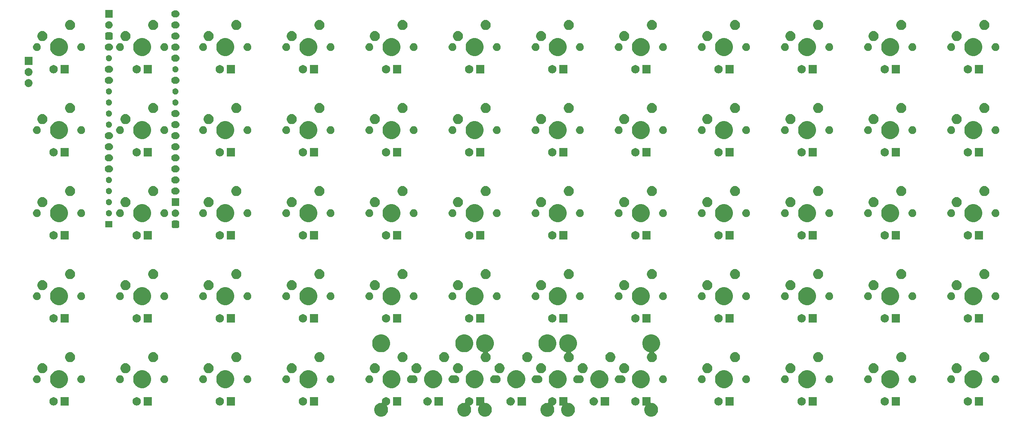
<source format=gts>
G04 #@! TF.GenerationSoftware,KiCad,Pcbnew,(5.1.4)-1*
G04 #@! TF.CreationDate,2020-10-21T19:16:38-05:00*
G04 #@! TF.ProjectId,Alpha,416c7068-612e-46b6-9963-61645f706362,rev?*
G04 #@! TF.SameCoordinates,Original*
G04 #@! TF.FileFunction,Soldermask,Top*
G04 #@! TF.FilePolarity,Negative*
%FSLAX46Y46*%
G04 Gerber Fmt 4.6, Leading zero omitted, Abs format (unit mm)*
G04 Created by KiCad (PCBNEW (5.1.4)-1) date 2020-10-21 19:16:38*
%MOMM*%
%LPD*%
G04 APERTURE LIST*
%ADD10C,0.100000*%
G04 APERTURE END LIST*
D10*
G36*
X179386000Y-137379001D02*
G01*
X179388402Y-137403387D01*
X179395515Y-137426836D01*
X179407066Y-137448447D01*
X179422611Y-137467389D01*
X179441553Y-137482934D01*
X179463164Y-137494485D01*
X179486613Y-137501598D01*
X179510999Y-137504000D01*
X179695224Y-137504000D01*
X179771083Y-137519090D01*
X179999702Y-137564564D01*
X180286516Y-137683367D01*
X180544642Y-137855841D01*
X180764159Y-138075358D01*
X180936633Y-138333484D01*
X181055436Y-138620298D01*
X181116000Y-138924778D01*
X181116000Y-139235222D01*
X181055436Y-139539702D01*
X180936633Y-139826516D01*
X180764159Y-140084642D01*
X180544642Y-140304159D01*
X180286516Y-140476633D01*
X179999702Y-140595436D01*
X179771083Y-140640910D01*
X179695224Y-140656000D01*
X179384776Y-140656000D01*
X179308917Y-140640910D01*
X179080298Y-140595436D01*
X178793484Y-140476633D01*
X178535358Y-140304159D01*
X178315841Y-140084642D01*
X178143367Y-139826516D01*
X178024564Y-139539702D01*
X177964000Y-139235222D01*
X177964000Y-138924778D01*
X178024564Y-138620298D01*
X178143367Y-138333484D01*
X178162104Y-138305442D01*
X178173654Y-138283834D01*
X178180767Y-138260385D01*
X178183169Y-138235999D01*
X178180767Y-138211612D01*
X178173654Y-138188164D01*
X178162103Y-138166553D01*
X178146557Y-138147611D01*
X178127615Y-138132066D01*
X178106005Y-138120515D01*
X178082556Y-138113402D01*
X178058170Y-138111000D01*
X177484000Y-138111000D01*
X177484000Y-136209000D01*
X179386000Y-136209000D01*
X179386000Y-137379001D01*
X179386000Y-137379001D01*
G37*
G36*
X157122395Y-136245546D02*
G01*
X157295466Y-136317234D01*
X157295467Y-136317235D01*
X157451227Y-136421310D01*
X157583690Y-136553773D01*
X157583691Y-136553775D01*
X157687766Y-136709534D01*
X157759454Y-136882605D01*
X157796000Y-137066333D01*
X157796000Y-137253667D01*
X157759454Y-137437395D01*
X157687766Y-137610466D01*
X157687765Y-137610467D01*
X157583690Y-137766227D01*
X157451227Y-137898690D01*
X157372818Y-137951081D01*
X157295466Y-138002766D01*
X157138704Y-138067699D01*
X157117093Y-138079250D01*
X157098151Y-138094795D01*
X157082606Y-138113737D01*
X157071055Y-138135348D01*
X157063942Y-138158797D01*
X157061540Y-138183183D01*
X157063942Y-138207569D01*
X157071055Y-138231018D01*
X157082600Y-138252618D01*
X157136633Y-138333484D01*
X157255436Y-138620298D01*
X157316000Y-138924778D01*
X157316000Y-139235222D01*
X157255436Y-139539702D01*
X157136633Y-139826516D01*
X156964159Y-140084642D01*
X156744642Y-140304159D01*
X156486516Y-140476633D01*
X156199702Y-140595436D01*
X155971083Y-140640910D01*
X155895224Y-140656000D01*
X155584776Y-140656000D01*
X155508917Y-140640910D01*
X155280298Y-140595436D01*
X154993484Y-140476633D01*
X154735358Y-140304159D01*
X154515841Y-140084642D01*
X154343367Y-139826516D01*
X154224564Y-139539702D01*
X154164000Y-139235222D01*
X154164000Y-138924778D01*
X154224564Y-138620298D01*
X154343367Y-138333484D01*
X154515841Y-138075358D01*
X154735358Y-137855841D01*
X154993484Y-137683367D01*
X155280298Y-137564564D01*
X155508917Y-137519090D01*
X155584776Y-137504000D01*
X155791483Y-137504000D01*
X155815869Y-137501598D01*
X155839318Y-137494485D01*
X155860929Y-137482934D01*
X155879871Y-137467389D01*
X155895416Y-137448447D01*
X155906967Y-137426836D01*
X155914080Y-137403387D01*
X155916482Y-137379001D01*
X155914080Y-137354615D01*
X155894000Y-137253667D01*
X155894000Y-137066333D01*
X155930546Y-136882605D01*
X156002234Y-136709534D01*
X156106309Y-136553775D01*
X156106310Y-136553773D01*
X156238773Y-136421310D01*
X156394533Y-136317235D01*
X156394534Y-136317234D01*
X156567605Y-136245546D01*
X156751333Y-136209000D01*
X156938667Y-136209000D01*
X157122395Y-136245546D01*
X157122395Y-136245546D01*
G37*
G36*
X138072395Y-136245546D02*
G01*
X138245466Y-136317234D01*
X138245467Y-136317235D01*
X138401227Y-136421310D01*
X138533690Y-136553773D01*
X138533691Y-136553775D01*
X138637766Y-136709534D01*
X138709454Y-136882605D01*
X138746000Y-137066333D01*
X138746000Y-137253667D01*
X138709454Y-137437395D01*
X138637766Y-137610466D01*
X138637765Y-137610467D01*
X138533690Y-137766227D01*
X138401227Y-137898690D01*
X138322818Y-137951081D01*
X138245466Y-138002766D01*
X138088704Y-138067699D01*
X138067093Y-138079250D01*
X138048151Y-138094795D01*
X138032606Y-138113737D01*
X138021055Y-138135348D01*
X138013942Y-138158797D01*
X138011540Y-138183183D01*
X138013942Y-138207569D01*
X138021055Y-138231018D01*
X138032600Y-138252618D01*
X138086633Y-138333484D01*
X138205436Y-138620298D01*
X138266000Y-138924778D01*
X138266000Y-139235222D01*
X138205436Y-139539702D01*
X138086633Y-139826516D01*
X137914159Y-140084642D01*
X137694642Y-140304159D01*
X137436516Y-140476633D01*
X137149702Y-140595436D01*
X136921083Y-140640910D01*
X136845224Y-140656000D01*
X136534776Y-140656000D01*
X136458917Y-140640910D01*
X136230298Y-140595436D01*
X135943484Y-140476633D01*
X135685358Y-140304159D01*
X135465841Y-140084642D01*
X135293367Y-139826516D01*
X135174564Y-139539702D01*
X135114000Y-139235222D01*
X135114000Y-138924778D01*
X135174564Y-138620298D01*
X135293367Y-138333484D01*
X135465841Y-138075358D01*
X135685358Y-137855841D01*
X135943484Y-137683367D01*
X136230298Y-137564564D01*
X136458917Y-137519090D01*
X136534776Y-137504000D01*
X136741483Y-137504000D01*
X136765869Y-137501598D01*
X136789318Y-137494485D01*
X136810929Y-137482934D01*
X136829871Y-137467389D01*
X136845416Y-137448447D01*
X136856967Y-137426836D01*
X136864080Y-137403387D01*
X136866482Y-137379001D01*
X136864080Y-137354615D01*
X136844000Y-137253667D01*
X136844000Y-137066333D01*
X136880546Y-136882605D01*
X136952234Y-136709534D01*
X137056309Y-136553775D01*
X137056310Y-136553773D01*
X137188773Y-136421310D01*
X137344533Y-136317235D01*
X137344534Y-136317234D01*
X137517605Y-136245546D01*
X137701333Y-136209000D01*
X137888667Y-136209000D01*
X138072395Y-136245546D01*
X138072395Y-136245546D01*
G37*
G36*
X141286000Y-137379001D02*
G01*
X141288402Y-137403387D01*
X141295515Y-137426836D01*
X141307066Y-137448447D01*
X141322611Y-137467389D01*
X141341553Y-137482934D01*
X141363164Y-137494485D01*
X141386613Y-137501598D01*
X141410999Y-137504000D01*
X141595224Y-137504000D01*
X141671083Y-137519090D01*
X141899702Y-137564564D01*
X142186516Y-137683367D01*
X142444642Y-137855841D01*
X142664159Y-138075358D01*
X142836633Y-138333484D01*
X142955436Y-138620298D01*
X143016000Y-138924778D01*
X143016000Y-139235222D01*
X142955436Y-139539702D01*
X142836633Y-139826516D01*
X142664159Y-140084642D01*
X142444642Y-140304159D01*
X142186516Y-140476633D01*
X141899702Y-140595436D01*
X141671083Y-140640910D01*
X141595224Y-140656000D01*
X141284776Y-140656000D01*
X141208917Y-140640910D01*
X140980298Y-140595436D01*
X140693484Y-140476633D01*
X140435358Y-140304159D01*
X140215841Y-140084642D01*
X140043367Y-139826516D01*
X139924564Y-139539702D01*
X139864000Y-139235222D01*
X139864000Y-138924778D01*
X139924564Y-138620298D01*
X140043367Y-138333484D01*
X140062104Y-138305442D01*
X140073654Y-138283834D01*
X140080767Y-138260385D01*
X140083169Y-138235999D01*
X140080767Y-138211612D01*
X140073654Y-138188164D01*
X140062103Y-138166553D01*
X140046557Y-138147611D01*
X140027615Y-138132066D01*
X140006005Y-138120515D01*
X139982556Y-138113402D01*
X139958170Y-138111000D01*
X139384000Y-138111000D01*
X139384000Y-136209000D01*
X141286000Y-136209000D01*
X141286000Y-137379001D01*
X141286000Y-137379001D01*
G37*
G36*
X119022395Y-136245546D02*
G01*
X119195466Y-136317234D01*
X119195467Y-136317235D01*
X119351227Y-136421310D01*
X119483690Y-136553773D01*
X119483691Y-136553775D01*
X119587766Y-136709534D01*
X119659454Y-136882605D01*
X119696000Y-137066333D01*
X119696000Y-137253667D01*
X119659454Y-137437395D01*
X119587766Y-137610466D01*
X119587765Y-137610467D01*
X119483690Y-137766227D01*
X119351227Y-137898690D01*
X119272818Y-137951081D01*
X119195466Y-138002766D01*
X119038704Y-138067699D01*
X119017093Y-138079250D01*
X118998151Y-138094795D01*
X118982606Y-138113737D01*
X118971055Y-138135348D01*
X118963942Y-138158797D01*
X118961540Y-138183183D01*
X118963942Y-138207569D01*
X118971055Y-138231018D01*
X118982600Y-138252618D01*
X119036633Y-138333484D01*
X119155436Y-138620298D01*
X119216000Y-138924778D01*
X119216000Y-139235222D01*
X119155436Y-139539702D01*
X119036633Y-139826516D01*
X118864159Y-140084642D01*
X118644642Y-140304159D01*
X118386516Y-140476633D01*
X118099702Y-140595436D01*
X117871083Y-140640910D01*
X117795224Y-140656000D01*
X117484776Y-140656000D01*
X117408917Y-140640910D01*
X117180298Y-140595436D01*
X116893484Y-140476633D01*
X116635358Y-140304159D01*
X116415841Y-140084642D01*
X116243367Y-139826516D01*
X116124564Y-139539702D01*
X116064000Y-139235222D01*
X116064000Y-138924778D01*
X116124564Y-138620298D01*
X116243367Y-138333484D01*
X116415841Y-138075358D01*
X116635358Y-137855841D01*
X116893484Y-137683367D01*
X117180298Y-137564564D01*
X117408917Y-137519090D01*
X117484776Y-137504000D01*
X117691483Y-137504000D01*
X117715869Y-137501598D01*
X117739318Y-137494485D01*
X117760929Y-137482934D01*
X117779871Y-137467389D01*
X117795416Y-137448447D01*
X117806967Y-137426836D01*
X117814080Y-137403387D01*
X117816482Y-137379001D01*
X117814080Y-137354615D01*
X117794000Y-137253667D01*
X117794000Y-137066333D01*
X117830546Y-136882605D01*
X117902234Y-136709534D01*
X118006309Y-136553775D01*
X118006310Y-136553773D01*
X118138773Y-136421310D01*
X118294533Y-136317235D01*
X118294534Y-136317234D01*
X118467605Y-136245546D01*
X118651333Y-136209000D01*
X118838667Y-136209000D01*
X119022395Y-136245546D01*
X119022395Y-136245546D01*
G37*
G36*
X160336000Y-137379001D02*
G01*
X160338402Y-137403387D01*
X160345515Y-137426836D01*
X160357066Y-137448447D01*
X160372611Y-137467389D01*
X160391553Y-137482934D01*
X160413164Y-137494485D01*
X160436613Y-137501598D01*
X160460999Y-137504000D01*
X160645224Y-137504000D01*
X160721083Y-137519090D01*
X160949702Y-137564564D01*
X161236516Y-137683367D01*
X161494642Y-137855841D01*
X161714159Y-138075358D01*
X161886633Y-138333484D01*
X162005436Y-138620298D01*
X162066000Y-138924778D01*
X162066000Y-139235222D01*
X162005436Y-139539702D01*
X161886633Y-139826516D01*
X161714159Y-140084642D01*
X161494642Y-140304159D01*
X161236516Y-140476633D01*
X160949702Y-140595436D01*
X160721083Y-140640910D01*
X160645224Y-140656000D01*
X160334776Y-140656000D01*
X160258917Y-140640910D01*
X160030298Y-140595436D01*
X159743484Y-140476633D01*
X159485358Y-140304159D01*
X159265841Y-140084642D01*
X159093367Y-139826516D01*
X158974564Y-139539702D01*
X158914000Y-139235222D01*
X158914000Y-138924778D01*
X158974564Y-138620298D01*
X159093367Y-138333484D01*
X159112104Y-138305442D01*
X159123654Y-138283834D01*
X159130767Y-138260385D01*
X159133169Y-138235999D01*
X159130767Y-138211612D01*
X159123654Y-138188164D01*
X159112103Y-138166553D01*
X159096557Y-138147611D01*
X159077615Y-138132066D01*
X159056005Y-138120515D01*
X159032556Y-138113402D01*
X159008170Y-138111000D01*
X158434000Y-138111000D01*
X158434000Y-136209000D01*
X160336000Y-136209000D01*
X160336000Y-137379001D01*
X160336000Y-137379001D01*
G37*
G36*
X169861000Y-138111000D02*
G01*
X167959000Y-138111000D01*
X167959000Y-136209000D01*
X169861000Y-136209000D01*
X169861000Y-138111000D01*
X169861000Y-138111000D01*
G37*
G36*
X122236000Y-138111000D02*
G01*
X120334000Y-138111000D01*
X120334000Y-136209000D01*
X122236000Y-136209000D01*
X122236000Y-138111000D01*
X122236000Y-138111000D01*
G37*
G36*
X42822395Y-136245546D02*
G01*
X42995466Y-136317234D01*
X42995467Y-136317235D01*
X43151227Y-136421310D01*
X43283690Y-136553773D01*
X43283691Y-136553775D01*
X43387766Y-136709534D01*
X43459454Y-136882605D01*
X43496000Y-137066333D01*
X43496000Y-137253667D01*
X43459454Y-137437395D01*
X43387766Y-137610466D01*
X43387765Y-137610467D01*
X43283690Y-137766227D01*
X43151227Y-137898690D01*
X43072818Y-137951081D01*
X42995466Y-138002766D01*
X42822395Y-138074454D01*
X42638667Y-138111000D01*
X42451333Y-138111000D01*
X42267605Y-138074454D01*
X42094534Y-138002766D01*
X42017182Y-137951081D01*
X41938773Y-137898690D01*
X41806310Y-137766227D01*
X41702235Y-137610467D01*
X41702234Y-137610466D01*
X41630546Y-137437395D01*
X41594000Y-137253667D01*
X41594000Y-137066333D01*
X41630546Y-136882605D01*
X41702234Y-136709534D01*
X41806309Y-136553775D01*
X41806310Y-136553773D01*
X41938773Y-136421310D01*
X42094533Y-136317235D01*
X42094534Y-136317234D01*
X42267605Y-136245546D01*
X42451333Y-136209000D01*
X42638667Y-136209000D01*
X42822395Y-136245546D01*
X42822395Y-136245546D01*
G37*
G36*
X46036000Y-138111000D02*
G01*
X44134000Y-138111000D01*
X44134000Y-136209000D01*
X46036000Y-136209000D01*
X46036000Y-138111000D01*
X46036000Y-138111000D01*
G37*
G36*
X61872395Y-136245546D02*
G01*
X62045466Y-136317234D01*
X62045467Y-136317235D01*
X62201227Y-136421310D01*
X62333690Y-136553773D01*
X62333691Y-136553775D01*
X62437766Y-136709534D01*
X62509454Y-136882605D01*
X62546000Y-137066333D01*
X62546000Y-137253667D01*
X62509454Y-137437395D01*
X62437766Y-137610466D01*
X62437765Y-137610467D01*
X62333690Y-137766227D01*
X62201227Y-137898690D01*
X62122818Y-137951081D01*
X62045466Y-138002766D01*
X61872395Y-138074454D01*
X61688667Y-138111000D01*
X61501333Y-138111000D01*
X61317605Y-138074454D01*
X61144534Y-138002766D01*
X61067182Y-137951081D01*
X60988773Y-137898690D01*
X60856310Y-137766227D01*
X60752235Y-137610467D01*
X60752234Y-137610466D01*
X60680546Y-137437395D01*
X60644000Y-137253667D01*
X60644000Y-137066333D01*
X60680546Y-136882605D01*
X60752234Y-136709534D01*
X60856309Y-136553775D01*
X60856310Y-136553773D01*
X60988773Y-136421310D01*
X61144533Y-136317235D01*
X61144534Y-136317234D01*
X61317605Y-136245546D01*
X61501333Y-136209000D01*
X61688667Y-136209000D01*
X61872395Y-136245546D01*
X61872395Y-136245546D01*
G37*
G36*
X65086000Y-138111000D02*
G01*
X63184000Y-138111000D01*
X63184000Y-136209000D01*
X65086000Y-136209000D01*
X65086000Y-138111000D01*
X65086000Y-138111000D01*
G37*
G36*
X80922395Y-136245546D02*
G01*
X81095466Y-136317234D01*
X81095467Y-136317235D01*
X81251227Y-136421310D01*
X81383690Y-136553773D01*
X81383691Y-136553775D01*
X81487766Y-136709534D01*
X81559454Y-136882605D01*
X81596000Y-137066333D01*
X81596000Y-137253667D01*
X81559454Y-137437395D01*
X81487766Y-137610466D01*
X81487765Y-137610467D01*
X81383690Y-137766227D01*
X81251227Y-137898690D01*
X81172818Y-137951081D01*
X81095466Y-138002766D01*
X80922395Y-138074454D01*
X80738667Y-138111000D01*
X80551333Y-138111000D01*
X80367605Y-138074454D01*
X80194534Y-138002766D01*
X80117182Y-137951081D01*
X80038773Y-137898690D01*
X79906310Y-137766227D01*
X79802235Y-137610467D01*
X79802234Y-137610466D01*
X79730546Y-137437395D01*
X79694000Y-137253667D01*
X79694000Y-137066333D01*
X79730546Y-136882605D01*
X79802234Y-136709534D01*
X79906309Y-136553775D01*
X79906310Y-136553773D01*
X80038773Y-136421310D01*
X80194533Y-136317235D01*
X80194534Y-136317234D01*
X80367605Y-136245546D01*
X80551333Y-136209000D01*
X80738667Y-136209000D01*
X80922395Y-136245546D01*
X80922395Y-136245546D01*
G37*
G36*
X84136000Y-138111000D02*
G01*
X82234000Y-138111000D01*
X82234000Y-136209000D01*
X84136000Y-136209000D01*
X84136000Y-138111000D01*
X84136000Y-138111000D01*
G37*
G36*
X99972395Y-136245546D02*
G01*
X100145466Y-136317234D01*
X100145467Y-136317235D01*
X100301227Y-136421310D01*
X100433690Y-136553773D01*
X100433691Y-136553775D01*
X100537766Y-136709534D01*
X100609454Y-136882605D01*
X100646000Y-137066333D01*
X100646000Y-137253667D01*
X100609454Y-137437395D01*
X100537766Y-137610466D01*
X100537765Y-137610467D01*
X100433690Y-137766227D01*
X100301227Y-137898690D01*
X100222818Y-137951081D01*
X100145466Y-138002766D01*
X99972395Y-138074454D01*
X99788667Y-138111000D01*
X99601333Y-138111000D01*
X99417605Y-138074454D01*
X99244534Y-138002766D01*
X99167182Y-137951081D01*
X99088773Y-137898690D01*
X98956310Y-137766227D01*
X98852235Y-137610467D01*
X98852234Y-137610466D01*
X98780546Y-137437395D01*
X98744000Y-137253667D01*
X98744000Y-137066333D01*
X98780546Y-136882605D01*
X98852234Y-136709534D01*
X98956309Y-136553775D01*
X98956310Y-136553773D01*
X99088773Y-136421310D01*
X99244533Y-136317235D01*
X99244534Y-136317234D01*
X99417605Y-136245546D01*
X99601333Y-136209000D01*
X99788667Y-136209000D01*
X99972395Y-136245546D01*
X99972395Y-136245546D01*
G37*
G36*
X103186000Y-138111000D02*
G01*
X101284000Y-138111000D01*
X101284000Y-136209000D01*
X103186000Y-136209000D01*
X103186000Y-138111000D01*
X103186000Y-138111000D01*
G37*
G36*
X176172395Y-136245546D02*
G01*
X176345466Y-136317234D01*
X176345467Y-136317235D01*
X176501227Y-136421310D01*
X176633690Y-136553773D01*
X176633691Y-136553775D01*
X176737766Y-136709534D01*
X176809454Y-136882605D01*
X176846000Y-137066333D01*
X176846000Y-137253667D01*
X176809454Y-137437395D01*
X176737766Y-137610466D01*
X176737765Y-137610467D01*
X176633690Y-137766227D01*
X176501227Y-137898690D01*
X176422818Y-137951081D01*
X176345466Y-138002766D01*
X176172395Y-138074454D01*
X175988667Y-138111000D01*
X175801333Y-138111000D01*
X175617605Y-138074454D01*
X175444534Y-138002766D01*
X175367182Y-137951081D01*
X175288773Y-137898690D01*
X175156310Y-137766227D01*
X175052235Y-137610467D01*
X175052234Y-137610466D01*
X174980546Y-137437395D01*
X174944000Y-137253667D01*
X174944000Y-137066333D01*
X174980546Y-136882605D01*
X175052234Y-136709534D01*
X175156309Y-136553775D01*
X175156310Y-136553773D01*
X175288773Y-136421310D01*
X175444533Y-136317235D01*
X175444534Y-136317234D01*
X175617605Y-136245546D01*
X175801333Y-136209000D01*
X175988667Y-136209000D01*
X176172395Y-136245546D01*
X176172395Y-136245546D01*
G37*
G36*
X195222395Y-136245546D02*
G01*
X195395466Y-136317234D01*
X195395467Y-136317235D01*
X195551227Y-136421310D01*
X195683690Y-136553773D01*
X195683691Y-136553775D01*
X195787766Y-136709534D01*
X195859454Y-136882605D01*
X195896000Y-137066333D01*
X195896000Y-137253667D01*
X195859454Y-137437395D01*
X195787766Y-137610466D01*
X195787765Y-137610467D01*
X195683690Y-137766227D01*
X195551227Y-137898690D01*
X195472818Y-137951081D01*
X195395466Y-138002766D01*
X195222395Y-138074454D01*
X195038667Y-138111000D01*
X194851333Y-138111000D01*
X194667605Y-138074454D01*
X194494534Y-138002766D01*
X194417182Y-137951081D01*
X194338773Y-137898690D01*
X194206310Y-137766227D01*
X194102235Y-137610467D01*
X194102234Y-137610466D01*
X194030546Y-137437395D01*
X193994000Y-137253667D01*
X193994000Y-137066333D01*
X194030546Y-136882605D01*
X194102234Y-136709534D01*
X194206309Y-136553775D01*
X194206310Y-136553773D01*
X194338773Y-136421310D01*
X194494533Y-136317235D01*
X194494534Y-136317234D01*
X194667605Y-136245546D01*
X194851333Y-136209000D01*
X195038667Y-136209000D01*
X195222395Y-136245546D01*
X195222395Y-136245546D01*
G37*
G36*
X166647395Y-136245546D02*
G01*
X166820466Y-136317234D01*
X166820467Y-136317235D01*
X166976227Y-136421310D01*
X167108690Y-136553773D01*
X167108691Y-136553775D01*
X167212766Y-136709534D01*
X167284454Y-136882605D01*
X167321000Y-137066333D01*
X167321000Y-137253667D01*
X167284454Y-137437395D01*
X167212766Y-137610466D01*
X167212765Y-137610467D01*
X167108690Y-137766227D01*
X166976227Y-137898690D01*
X166897818Y-137951081D01*
X166820466Y-138002766D01*
X166647395Y-138074454D01*
X166463667Y-138111000D01*
X166276333Y-138111000D01*
X166092605Y-138074454D01*
X165919534Y-138002766D01*
X165842182Y-137951081D01*
X165763773Y-137898690D01*
X165631310Y-137766227D01*
X165527235Y-137610467D01*
X165527234Y-137610466D01*
X165455546Y-137437395D01*
X165419000Y-137253667D01*
X165419000Y-137066333D01*
X165455546Y-136882605D01*
X165527234Y-136709534D01*
X165631309Y-136553775D01*
X165631310Y-136553773D01*
X165763773Y-136421310D01*
X165919533Y-136317235D01*
X165919534Y-136317234D01*
X166092605Y-136245546D01*
X166276333Y-136209000D01*
X166463667Y-136209000D01*
X166647395Y-136245546D01*
X166647395Y-136245546D01*
G37*
G36*
X150811000Y-138111000D02*
G01*
X148909000Y-138111000D01*
X148909000Y-136209000D01*
X150811000Y-136209000D01*
X150811000Y-138111000D01*
X150811000Y-138111000D01*
G37*
G36*
X147597395Y-136245546D02*
G01*
X147770466Y-136317234D01*
X147770467Y-136317235D01*
X147926227Y-136421310D01*
X148058690Y-136553773D01*
X148058691Y-136553775D01*
X148162766Y-136709534D01*
X148234454Y-136882605D01*
X148271000Y-137066333D01*
X148271000Y-137253667D01*
X148234454Y-137437395D01*
X148162766Y-137610466D01*
X148162765Y-137610467D01*
X148058690Y-137766227D01*
X147926227Y-137898690D01*
X147847818Y-137951081D01*
X147770466Y-138002766D01*
X147597395Y-138074454D01*
X147413667Y-138111000D01*
X147226333Y-138111000D01*
X147042605Y-138074454D01*
X146869534Y-138002766D01*
X146792182Y-137951081D01*
X146713773Y-137898690D01*
X146581310Y-137766227D01*
X146477235Y-137610467D01*
X146477234Y-137610466D01*
X146405546Y-137437395D01*
X146369000Y-137253667D01*
X146369000Y-137066333D01*
X146405546Y-136882605D01*
X146477234Y-136709534D01*
X146581309Y-136553775D01*
X146581310Y-136553773D01*
X146713773Y-136421310D01*
X146869533Y-136317235D01*
X146869534Y-136317234D01*
X147042605Y-136245546D01*
X147226333Y-136209000D01*
X147413667Y-136209000D01*
X147597395Y-136245546D01*
X147597395Y-136245546D01*
G37*
G36*
X128547395Y-136245546D02*
G01*
X128720466Y-136317234D01*
X128720467Y-136317235D01*
X128876227Y-136421310D01*
X129008690Y-136553773D01*
X129008691Y-136553775D01*
X129112766Y-136709534D01*
X129184454Y-136882605D01*
X129221000Y-137066333D01*
X129221000Y-137253667D01*
X129184454Y-137437395D01*
X129112766Y-137610466D01*
X129112765Y-137610467D01*
X129008690Y-137766227D01*
X128876227Y-137898690D01*
X128797818Y-137951081D01*
X128720466Y-138002766D01*
X128547395Y-138074454D01*
X128363667Y-138111000D01*
X128176333Y-138111000D01*
X127992605Y-138074454D01*
X127819534Y-138002766D01*
X127742182Y-137951081D01*
X127663773Y-137898690D01*
X127531310Y-137766227D01*
X127427235Y-137610467D01*
X127427234Y-137610466D01*
X127355546Y-137437395D01*
X127319000Y-137253667D01*
X127319000Y-137066333D01*
X127355546Y-136882605D01*
X127427234Y-136709534D01*
X127531309Y-136553775D01*
X127531310Y-136553773D01*
X127663773Y-136421310D01*
X127819533Y-136317235D01*
X127819534Y-136317234D01*
X127992605Y-136245546D01*
X128176333Y-136209000D01*
X128363667Y-136209000D01*
X128547395Y-136245546D01*
X128547395Y-136245546D01*
G37*
G36*
X131761000Y-138111000D02*
G01*
X129859000Y-138111000D01*
X129859000Y-136209000D01*
X131761000Y-136209000D01*
X131761000Y-138111000D01*
X131761000Y-138111000D01*
G37*
G36*
X255586000Y-138111000D02*
G01*
X253684000Y-138111000D01*
X253684000Y-136209000D01*
X255586000Y-136209000D01*
X255586000Y-138111000D01*
X255586000Y-138111000D01*
G37*
G36*
X252372395Y-136245546D02*
G01*
X252545466Y-136317234D01*
X252545467Y-136317235D01*
X252701227Y-136421310D01*
X252833690Y-136553773D01*
X252833691Y-136553775D01*
X252937766Y-136709534D01*
X253009454Y-136882605D01*
X253046000Y-137066333D01*
X253046000Y-137253667D01*
X253009454Y-137437395D01*
X252937766Y-137610466D01*
X252937765Y-137610467D01*
X252833690Y-137766227D01*
X252701227Y-137898690D01*
X252622818Y-137951081D01*
X252545466Y-138002766D01*
X252372395Y-138074454D01*
X252188667Y-138111000D01*
X252001333Y-138111000D01*
X251817605Y-138074454D01*
X251644534Y-138002766D01*
X251567182Y-137951081D01*
X251488773Y-137898690D01*
X251356310Y-137766227D01*
X251252235Y-137610467D01*
X251252234Y-137610466D01*
X251180546Y-137437395D01*
X251144000Y-137253667D01*
X251144000Y-137066333D01*
X251180546Y-136882605D01*
X251252234Y-136709534D01*
X251356309Y-136553775D01*
X251356310Y-136553773D01*
X251488773Y-136421310D01*
X251644533Y-136317235D01*
X251644534Y-136317234D01*
X251817605Y-136245546D01*
X252001333Y-136209000D01*
X252188667Y-136209000D01*
X252372395Y-136245546D01*
X252372395Y-136245546D01*
G37*
G36*
X236536000Y-138111000D02*
G01*
X234634000Y-138111000D01*
X234634000Y-136209000D01*
X236536000Y-136209000D01*
X236536000Y-138111000D01*
X236536000Y-138111000D01*
G37*
G36*
X233322395Y-136245546D02*
G01*
X233495466Y-136317234D01*
X233495467Y-136317235D01*
X233651227Y-136421310D01*
X233783690Y-136553773D01*
X233783691Y-136553775D01*
X233887766Y-136709534D01*
X233959454Y-136882605D01*
X233996000Y-137066333D01*
X233996000Y-137253667D01*
X233959454Y-137437395D01*
X233887766Y-137610466D01*
X233887765Y-137610467D01*
X233783690Y-137766227D01*
X233651227Y-137898690D01*
X233572818Y-137951081D01*
X233495466Y-138002766D01*
X233322395Y-138074454D01*
X233138667Y-138111000D01*
X232951333Y-138111000D01*
X232767605Y-138074454D01*
X232594534Y-138002766D01*
X232517182Y-137951081D01*
X232438773Y-137898690D01*
X232306310Y-137766227D01*
X232202235Y-137610467D01*
X232202234Y-137610466D01*
X232130546Y-137437395D01*
X232094000Y-137253667D01*
X232094000Y-137066333D01*
X232130546Y-136882605D01*
X232202234Y-136709534D01*
X232306309Y-136553775D01*
X232306310Y-136553773D01*
X232438773Y-136421310D01*
X232594533Y-136317235D01*
X232594534Y-136317234D01*
X232767605Y-136245546D01*
X232951333Y-136209000D01*
X233138667Y-136209000D01*
X233322395Y-136245546D01*
X233322395Y-136245546D01*
G37*
G36*
X217486000Y-138111000D02*
G01*
X215584000Y-138111000D01*
X215584000Y-136209000D01*
X217486000Y-136209000D01*
X217486000Y-138111000D01*
X217486000Y-138111000D01*
G37*
G36*
X198436000Y-138111000D02*
G01*
X196534000Y-138111000D01*
X196534000Y-136209000D01*
X198436000Y-136209000D01*
X198436000Y-138111000D01*
X198436000Y-138111000D01*
G37*
G36*
X214272395Y-136245546D02*
G01*
X214445466Y-136317234D01*
X214445467Y-136317235D01*
X214601227Y-136421310D01*
X214733690Y-136553773D01*
X214733691Y-136553775D01*
X214837766Y-136709534D01*
X214909454Y-136882605D01*
X214946000Y-137066333D01*
X214946000Y-137253667D01*
X214909454Y-137437395D01*
X214837766Y-137610466D01*
X214837765Y-137610467D01*
X214733690Y-137766227D01*
X214601227Y-137898690D01*
X214522818Y-137951081D01*
X214445466Y-138002766D01*
X214272395Y-138074454D01*
X214088667Y-138111000D01*
X213901333Y-138111000D01*
X213717605Y-138074454D01*
X213544534Y-138002766D01*
X213467182Y-137951081D01*
X213388773Y-137898690D01*
X213256310Y-137766227D01*
X213152235Y-137610467D01*
X213152234Y-137610466D01*
X213080546Y-137437395D01*
X213044000Y-137253667D01*
X213044000Y-137066333D01*
X213080546Y-136882605D01*
X213152234Y-136709534D01*
X213256309Y-136553775D01*
X213256310Y-136553773D01*
X213388773Y-136421310D01*
X213544533Y-136317235D01*
X213544534Y-136317234D01*
X213717605Y-136245546D01*
X213901333Y-136209000D01*
X214088667Y-136209000D01*
X214272395Y-136245546D01*
X214272395Y-136245546D01*
G37*
G36*
X253963254Y-130107818D02*
G01*
X254336511Y-130262426D01*
X254336513Y-130262427D01*
X254672436Y-130486884D01*
X254958116Y-130772564D01*
X255182574Y-131108489D01*
X255337182Y-131481746D01*
X255416000Y-131877993D01*
X255416000Y-132282007D01*
X255337182Y-132678254D01*
X255182574Y-133051511D01*
X255182573Y-133051513D01*
X254958116Y-133387436D01*
X254672436Y-133673116D01*
X254336513Y-133897573D01*
X254336512Y-133897574D01*
X254336511Y-133897574D01*
X253963254Y-134052182D01*
X253567007Y-134131000D01*
X253162993Y-134131000D01*
X252766746Y-134052182D01*
X252393489Y-133897574D01*
X252393488Y-133897574D01*
X252393487Y-133897573D01*
X252057564Y-133673116D01*
X251771884Y-133387436D01*
X251547427Y-133051513D01*
X251547426Y-133051511D01*
X251392818Y-132678254D01*
X251314000Y-132282007D01*
X251314000Y-131877993D01*
X251392818Y-131481746D01*
X251547426Y-131108489D01*
X251771884Y-130772564D01*
X252057564Y-130486884D01*
X252393487Y-130262427D01*
X252393489Y-130262426D01*
X252766746Y-130107818D01*
X253162993Y-130029000D01*
X253567007Y-130029000D01*
X253963254Y-130107818D01*
X253963254Y-130107818D01*
G37*
G36*
X177763254Y-130107818D02*
G01*
X178136511Y-130262426D01*
X178136513Y-130262427D01*
X178472436Y-130486884D01*
X178758116Y-130772564D01*
X178982574Y-131108489D01*
X179137182Y-131481746D01*
X179216000Y-131877993D01*
X179216000Y-132282007D01*
X179137182Y-132678254D01*
X178982574Y-133051511D01*
X178982573Y-133051513D01*
X178758116Y-133387436D01*
X178472436Y-133673116D01*
X178136513Y-133897573D01*
X178136512Y-133897574D01*
X178136511Y-133897574D01*
X177763254Y-134052182D01*
X177367007Y-134131000D01*
X176962993Y-134131000D01*
X176566746Y-134052182D01*
X176193489Y-133897574D01*
X176193488Y-133897574D01*
X176193487Y-133897573D01*
X175857564Y-133673116D01*
X175571884Y-133387436D01*
X175347427Y-133051513D01*
X175347426Y-133051511D01*
X175192818Y-132678254D01*
X175114000Y-132282007D01*
X175114000Y-131877993D01*
X175192818Y-131481746D01*
X175347426Y-131108489D01*
X175571884Y-130772564D01*
X175857564Y-130486884D01*
X176193487Y-130262427D01*
X176193489Y-130262426D01*
X176566746Y-130107818D01*
X176962993Y-130029000D01*
X177367007Y-130029000D01*
X177763254Y-130107818D01*
X177763254Y-130107818D01*
G37*
G36*
X234913254Y-130107818D02*
G01*
X235286511Y-130262426D01*
X235286513Y-130262427D01*
X235622436Y-130486884D01*
X235908116Y-130772564D01*
X236132574Y-131108489D01*
X236287182Y-131481746D01*
X236366000Y-131877993D01*
X236366000Y-132282007D01*
X236287182Y-132678254D01*
X236132574Y-133051511D01*
X236132573Y-133051513D01*
X235908116Y-133387436D01*
X235622436Y-133673116D01*
X235286513Y-133897573D01*
X235286512Y-133897574D01*
X235286511Y-133897574D01*
X234913254Y-134052182D01*
X234517007Y-134131000D01*
X234112993Y-134131000D01*
X233716746Y-134052182D01*
X233343489Y-133897574D01*
X233343488Y-133897574D01*
X233343487Y-133897573D01*
X233007564Y-133673116D01*
X232721884Y-133387436D01*
X232497427Y-133051513D01*
X232497426Y-133051511D01*
X232342818Y-132678254D01*
X232264000Y-132282007D01*
X232264000Y-131877993D01*
X232342818Y-131481746D01*
X232497426Y-131108489D01*
X232721884Y-130772564D01*
X233007564Y-130486884D01*
X233343487Y-130262427D01*
X233343489Y-130262426D01*
X233716746Y-130107818D01*
X234112993Y-130029000D01*
X234517007Y-130029000D01*
X234913254Y-130107818D01*
X234913254Y-130107818D01*
G37*
G36*
X196813254Y-130107818D02*
G01*
X197186511Y-130262426D01*
X197186513Y-130262427D01*
X197522436Y-130486884D01*
X197808116Y-130772564D01*
X198032574Y-131108489D01*
X198187182Y-131481746D01*
X198266000Y-131877993D01*
X198266000Y-132282007D01*
X198187182Y-132678254D01*
X198032574Y-133051511D01*
X198032573Y-133051513D01*
X197808116Y-133387436D01*
X197522436Y-133673116D01*
X197186513Y-133897573D01*
X197186512Y-133897574D01*
X197186511Y-133897574D01*
X196813254Y-134052182D01*
X196417007Y-134131000D01*
X196012993Y-134131000D01*
X195616746Y-134052182D01*
X195243489Y-133897574D01*
X195243488Y-133897574D01*
X195243487Y-133897573D01*
X194907564Y-133673116D01*
X194621884Y-133387436D01*
X194397427Y-133051513D01*
X194397426Y-133051511D01*
X194242818Y-132678254D01*
X194164000Y-132282007D01*
X194164000Y-131877993D01*
X194242818Y-131481746D01*
X194397426Y-131108489D01*
X194621884Y-130772564D01*
X194907564Y-130486884D01*
X195243487Y-130262427D01*
X195243489Y-130262426D01*
X195616746Y-130107818D01*
X196012993Y-130029000D01*
X196417007Y-130029000D01*
X196813254Y-130107818D01*
X196813254Y-130107818D01*
G37*
G36*
X168238254Y-130107818D02*
G01*
X168611511Y-130262426D01*
X168611513Y-130262427D01*
X168947436Y-130486884D01*
X169233116Y-130772564D01*
X169457574Y-131108489D01*
X169612182Y-131481746D01*
X169691000Y-131877993D01*
X169691000Y-132282007D01*
X169612182Y-132678254D01*
X169457574Y-133051511D01*
X169457573Y-133051513D01*
X169233116Y-133387436D01*
X168947436Y-133673116D01*
X168611513Y-133897573D01*
X168611512Y-133897574D01*
X168611511Y-133897574D01*
X168238254Y-134052182D01*
X167842007Y-134131000D01*
X167437993Y-134131000D01*
X167041746Y-134052182D01*
X166668489Y-133897574D01*
X166668488Y-133897574D01*
X166668487Y-133897573D01*
X166332564Y-133673116D01*
X166046884Y-133387436D01*
X165822427Y-133051513D01*
X165822426Y-133051511D01*
X165667818Y-132678254D01*
X165589000Y-132282007D01*
X165589000Y-131877993D01*
X165667818Y-131481746D01*
X165822426Y-131108489D01*
X166046884Y-130772564D01*
X166332564Y-130486884D01*
X166668487Y-130262427D01*
X166668489Y-130262426D01*
X167041746Y-130107818D01*
X167437993Y-130029000D01*
X167842007Y-130029000D01*
X168238254Y-130107818D01*
X168238254Y-130107818D01*
G37*
G36*
X130138254Y-130107818D02*
G01*
X130511511Y-130262426D01*
X130511513Y-130262427D01*
X130847436Y-130486884D01*
X131133116Y-130772564D01*
X131357574Y-131108489D01*
X131512182Y-131481746D01*
X131591000Y-131877993D01*
X131591000Y-132282007D01*
X131512182Y-132678254D01*
X131357574Y-133051511D01*
X131357573Y-133051513D01*
X131133116Y-133387436D01*
X130847436Y-133673116D01*
X130511513Y-133897573D01*
X130511512Y-133897574D01*
X130511511Y-133897574D01*
X130138254Y-134052182D01*
X129742007Y-134131000D01*
X129337993Y-134131000D01*
X128941746Y-134052182D01*
X128568489Y-133897574D01*
X128568488Y-133897574D01*
X128568487Y-133897573D01*
X128232564Y-133673116D01*
X127946884Y-133387436D01*
X127722427Y-133051513D01*
X127722426Y-133051511D01*
X127567818Y-132678254D01*
X127489000Y-132282007D01*
X127489000Y-131877993D01*
X127567818Y-131481746D01*
X127722426Y-131108489D01*
X127946884Y-130772564D01*
X128232564Y-130486884D01*
X128568487Y-130262427D01*
X128568489Y-130262426D01*
X128941746Y-130107818D01*
X129337993Y-130029000D01*
X129742007Y-130029000D01*
X130138254Y-130107818D01*
X130138254Y-130107818D01*
G37*
G36*
X149188254Y-130107818D02*
G01*
X149561511Y-130262426D01*
X149561513Y-130262427D01*
X149897436Y-130486884D01*
X150183116Y-130772564D01*
X150407574Y-131108489D01*
X150562182Y-131481746D01*
X150641000Y-131877993D01*
X150641000Y-132282007D01*
X150562182Y-132678254D01*
X150407574Y-133051511D01*
X150407573Y-133051513D01*
X150183116Y-133387436D01*
X149897436Y-133673116D01*
X149561513Y-133897573D01*
X149561512Y-133897574D01*
X149561511Y-133897574D01*
X149188254Y-134052182D01*
X148792007Y-134131000D01*
X148387993Y-134131000D01*
X147991746Y-134052182D01*
X147618489Y-133897574D01*
X147618488Y-133897574D01*
X147618487Y-133897573D01*
X147282564Y-133673116D01*
X146996884Y-133387436D01*
X146772427Y-133051513D01*
X146772426Y-133051511D01*
X146617818Y-132678254D01*
X146539000Y-132282007D01*
X146539000Y-131877993D01*
X146617818Y-131481746D01*
X146772426Y-131108489D01*
X146996884Y-130772564D01*
X147282564Y-130486884D01*
X147618487Y-130262427D01*
X147618489Y-130262426D01*
X147991746Y-130107818D01*
X148387993Y-130029000D01*
X148792007Y-130029000D01*
X149188254Y-130107818D01*
X149188254Y-130107818D01*
G37*
G36*
X44413254Y-130107818D02*
G01*
X44786511Y-130262426D01*
X44786513Y-130262427D01*
X45122436Y-130486884D01*
X45408116Y-130772564D01*
X45632574Y-131108489D01*
X45787182Y-131481746D01*
X45866000Y-131877993D01*
X45866000Y-132282007D01*
X45787182Y-132678254D01*
X45632574Y-133051511D01*
X45632573Y-133051513D01*
X45408116Y-133387436D01*
X45122436Y-133673116D01*
X44786513Y-133897573D01*
X44786512Y-133897574D01*
X44786511Y-133897574D01*
X44413254Y-134052182D01*
X44017007Y-134131000D01*
X43612993Y-134131000D01*
X43216746Y-134052182D01*
X42843489Y-133897574D01*
X42843488Y-133897574D01*
X42843487Y-133897573D01*
X42507564Y-133673116D01*
X42221884Y-133387436D01*
X41997427Y-133051513D01*
X41997426Y-133051511D01*
X41842818Y-132678254D01*
X41764000Y-132282007D01*
X41764000Y-131877993D01*
X41842818Y-131481746D01*
X41997426Y-131108489D01*
X42221884Y-130772564D01*
X42507564Y-130486884D01*
X42843487Y-130262427D01*
X42843489Y-130262426D01*
X43216746Y-130107818D01*
X43612993Y-130029000D01*
X44017007Y-130029000D01*
X44413254Y-130107818D01*
X44413254Y-130107818D01*
G37*
G36*
X139663254Y-130107818D02*
G01*
X140036511Y-130262426D01*
X140036513Y-130262427D01*
X140372436Y-130486884D01*
X140658116Y-130772564D01*
X140882574Y-131108489D01*
X141037182Y-131481746D01*
X141116000Y-131877993D01*
X141116000Y-132282007D01*
X141037182Y-132678254D01*
X140882574Y-133051511D01*
X140882573Y-133051513D01*
X140658116Y-133387436D01*
X140372436Y-133673116D01*
X140036513Y-133897573D01*
X140036512Y-133897574D01*
X140036511Y-133897574D01*
X139663254Y-134052182D01*
X139267007Y-134131000D01*
X138862993Y-134131000D01*
X138466746Y-134052182D01*
X138093489Y-133897574D01*
X138093488Y-133897574D01*
X138093487Y-133897573D01*
X137757564Y-133673116D01*
X137471884Y-133387436D01*
X137247427Y-133051513D01*
X137247426Y-133051511D01*
X137092818Y-132678254D01*
X137014000Y-132282007D01*
X137014000Y-131877993D01*
X137092818Y-131481746D01*
X137247426Y-131108489D01*
X137471884Y-130772564D01*
X137757564Y-130486884D01*
X138093487Y-130262427D01*
X138093489Y-130262426D01*
X138466746Y-130107818D01*
X138862993Y-130029000D01*
X139267007Y-130029000D01*
X139663254Y-130107818D01*
X139663254Y-130107818D01*
G37*
G36*
X120613254Y-130107818D02*
G01*
X120986511Y-130262426D01*
X120986513Y-130262427D01*
X121322436Y-130486884D01*
X121608116Y-130772564D01*
X121832574Y-131108489D01*
X121987182Y-131481746D01*
X122066000Y-131877993D01*
X122066000Y-132282007D01*
X121987182Y-132678254D01*
X121832574Y-133051511D01*
X121832573Y-133051513D01*
X121608116Y-133387436D01*
X121322436Y-133673116D01*
X120986513Y-133897573D01*
X120986512Y-133897574D01*
X120986511Y-133897574D01*
X120613254Y-134052182D01*
X120217007Y-134131000D01*
X119812993Y-134131000D01*
X119416746Y-134052182D01*
X119043489Y-133897574D01*
X119043488Y-133897574D01*
X119043487Y-133897573D01*
X118707564Y-133673116D01*
X118421884Y-133387436D01*
X118197427Y-133051513D01*
X118197426Y-133051511D01*
X118042818Y-132678254D01*
X117964000Y-132282007D01*
X117964000Y-131877993D01*
X118042818Y-131481746D01*
X118197426Y-131108489D01*
X118421884Y-130772564D01*
X118707564Y-130486884D01*
X119043487Y-130262427D01*
X119043489Y-130262426D01*
X119416746Y-130107818D01*
X119812993Y-130029000D01*
X120217007Y-130029000D01*
X120613254Y-130107818D01*
X120613254Y-130107818D01*
G37*
G36*
X101563254Y-130107818D02*
G01*
X101936511Y-130262426D01*
X101936513Y-130262427D01*
X102272436Y-130486884D01*
X102558116Y-130772564D01*
X102782574Y-131108489D01*
X102937182Y-131481746D01*
X103016000Y-131877993D01*
X103016000Y-132282007D01*
X102937182Y-132678254D01*
X102782574Y-133051511D01*
X102782573Y-133051513D01*
X102558116Y-133387436D01*
X102272436Y-133673116D01*
X101936513Y-133897573D01*
X101936512Y-133897574D01*
X101936511Y-133897574D01*
X101563254Y-134052182D01*
X101167007Y-134131000D01*
X100762993Y-134131000D01*
X100366746Y-134052182D01*
X99993489Y-133897574D01*
X99993488Y-133897574D01*
X99993487Y-133897573D01*
X99657564Y-133673116D01*
X99371884Y-133387436D01*
X99147427Y-133051513D01*
X99147426Y-133051511D01*
X98992818Y-132678254D01*
X98914000Y-132282007D01*
X98914000Y-131877993D01*
X98992818Y-131481746D01*
X99147426Y-131108489D01*
X99371884Y-130772564D01*
X99657564Y-130486884D01*
X99993487Y-130262427D01*
X99993489Y-130262426D01*
X100366746Y-130107818D01*
X100762993Y-130029000D01*
X101167007Y-130029000D01*
X101563254Y-130107818D01*
X101563254Y-130107818D01*
G37*
G36*
X215863254Y-130107818D02*
G01*
X216236511Y-130262426D01*
X216236513Y-130262427D01*
X216572436Y-130486884D01*
X216858116Y-130772564D01*
X217082574Y-131108489D01*
X217237182Y-131481746D01*
X217316000Y-131877993D01*
X217316000Y-132282007D01*
X217237182Y-132678254D01*
X217082574Y-133051511D01*
X217082573Y-133051513D01*
X216858116Y-133387436D01*
X216572436Y-133673116D01*
X216236513Y-133897573D01*
X216236512Y-133897574D01*
X216236511Y-133897574D01*
X215863254Y-134052182D01*
X215467007Y-134131000D01*
X215062993Y-134131000D01*
X214666746Y-134052182D01*
X214293489Y-133897574D01*
X214293488Y-133897574D01*
X214293487Y-133897573D01*
X213957564Y-133673116D01*
X213671884Y-133387436D01*
X213447427Y-133051513D01*
X213447426Y-133051511D01*
X213292818Y-132678254D01*
X213214000Y-132282007D01*
X213214000Y-131877993D01*
X213292818Y-131481746D01*
X213447426Y-131108489D01*
X213671884Y-130772564D01*
X213957564Y-130486884D01*
X214293487Y-130262427D01*
X214293489Y-130262426D01*
X214666746Y-130107818D01*
X215062993Y-130029000D01*
X215467007Y-130029000D01*
X215863254Y-130107818D01*
X215863254Y-130107818D01*
G37*
G36*
X63463254Y-130107818D02*
G01*
X63836511Y-130262426D01*
X63836513Y-130262427D01*
X64172436Y-130486884D01*
X64458116Y-130772564D01*
X64682574Y-131108489D01*
X64837182Y-131481746D01*
X64916000Y-131877993D01*
X64916000Y-132282007D01*
X64837182Y-132678254D01*
X64682574Y-133051511D01*
X64682573Y-133051513D01*
X64458116Y-133387436D01*
X64172436Y-133673116D01*
X63836513Y-133897573D01*
X63836512Y-133897574D01*
X63836511Y-133897574D01*
X63463254Y-134052182D01*
X63067007Y-134131000D01*
X62662993Y-134131000D01*
X62266746Y-134052182D01*
X61893489Y-133897574D01*
X61893488Y-133897574D01*
X61893487Y-133897573D01*
X61557564Y-133673116D01*
X61271884Y-133387436D01*
X61047427Y-133051513D01*
X61047426Y-133051511D01*
X60892818Y-132678254D01*
X60814000Y-132282007D01*
X60814000Y-131877993D01*
X60892818Y-131481746D01*
X61047426Y-131108489D01*
X61271884Y-130772564D01*
X61557564Y-130486884D01*
X61893487Y-130262427D01*
X61893489Y-130262426D01*
X62266746Y-130107818D01*
X62662993Y-130029000D01*
X63067007Y-130029000D01*
X63463254Y-130107818D01*
X63463254Y-130107818D01*
G37*
G36*
X158713254Y-130107818D02*
G01*
X159086511Y-130262426D01*
X159086513Y-130262427D01*
X159422436Y-130486884D01*
X159708116Y-130772564D01*
X159932574Y-131108489D01*
X160087182Y-131481746D01*
X160166000Y-131877993D01*
X160166000Y-132282007D01*
X160087182Y-132678254D01*
X159932574Y-133051511D01*
X159932573Y-133051513D01*
X159708116Y-133387436D01*
X159422436Y-133673116D01*
X159086513Y-133897573D01*
X159086512Y-133897574D01*
X159086511Y-133897574D01*
X158713254Y-134052182D01*
X158317007Y-134131000D01*
X157912993Y-134131000D01*
X157516746Y-134052182D01*
X157143489Y-133897574D01*
X157143488Y-133897574D01*
X157143487Y-133897573D01*
X156807564Y-133673116D01*
X156521884Y-133387436D01*
X156297427Y-133051513D01*
X156297426Y-133051511D01*
X156142818Y-132678254D01*
X156064000Y-132282007D01*
X156064000Y-131877993D01*
X156142818Y-131481746D01*
X156297426Y-131108489D01*
X156521884Y-130772564D01*
X156807564Y-130486884D01*
X157143487Y-130262427D01*
X157143489Y-130262426D01*
X157516746Y-130107818D01*
X157912993Y-130029000D01*
X158317007Y-130029000D01*
X158713254Y-130107818D01*
X158713254Y-130107818D01*
G37*
G36*
X82513254Y-130107818D02*
G01*
X82886511Y-130262426D01*
X82886513Y-130262427D01*
X83222436Y-130486884D01*
X83508116Y-130772564D01*
X83732574Y-131108489D01*
X83887182Y-131481746D01*
X83966000Y-131877993D01*
X83966000Y-132282007D01*
X83887182Y-132678254D01*
X83732574Y-133051511D01*
X83732573Y-133051513D01*
X83508116Y-133387436D01*
X83222436Y-133673116D01*
X82886513Y-133897573D01*
X82886512Y-133897574D01*
X82886511Y-133897574D01*
X82513254Y-134052182D01*
X82117007Y-134131000D01*
X81712993Y-134131000D01*
X81316746Y-134052182D01*
X80943489Y-133897574D01*
X80943488Y-133897574D01*
X80943487Y-133897573D01*
X80607564Y-133673116D01*
X80321884Y-133387436D01*
X80097427Y-133051513D01*
X80097426Y-133051511D01*
X79942818Y-132678254D01*
X79864000Y-132282007D01*
X79864000Y-131877993D01*
X79942818Y-131481746D01*
X80097426Y-131108489D01*
X80321884Y-130772564D01*
X80607564Y-130486884D01*
X80943487Y-130262427D01*
X80943489Y-130262426D01*
X81316746Y-130107818D01*
X81712993Y-130029000D01*
X82117007Y-130029000D01*
X82513254Y-130107818D01*
X82513254Y-130107818D01*
G37*
G36*
X124568024Y-131182836D02*
G01*
X124722812Y-131213624D01*
X124729680Y-131216469D01*
X124753113Y-131223577D01*
X124777499Y-131225979D01*
X124801885Y-131223577D01*
X124825320Y-131216469D01*
X124832188Y-131213624D01*
X124986976Y-131182836D01*
X125006258Y-131179000D01*
X125183742Y-131179000D01*
X125208512Y-131183927D01*
X125357812Y-131213624D01*
X125521784Y-131281544D01*
X125669354Y-131380147D01*
X125794853Y-131505646D01*
X125893456Y-131653216D01*
X125961376Y-131817188D01*
X125996000Y-131991259D01*
X125996000Y-132168741D01*
X125961376Y-132342812D01*
X125893456Y-132506784D01*
X125794853Y-132654354D01*
X125669354Y-132779853D01*
X125521784Y-132878456D01*
X125357812Y-132946376D01*
X125208512Y-132976073D01*
X125183742Y-132981000D01*
X125006258Y-132981000D01*
X124986976Y-132977164D01*
X124832188Y-132946376D01*
X124825320Y-132943531D01*
X124801887Y-132936423D01*
X124777501Y-132934021D01*
X124753115Y-132936423D01*
X124729680Y-132943531D01*
X124722812Y-132946376D01*
X124568024Y-132977164D01*
X124548742Y-132981000D01*
X124371258Y-132981000D01*
X124346488Y-132976073D01*
X124197188Y-132946376D01*
X124033216Y-132878456D01*
X123885646Y-132779853D01*
X123760147Y-132654354D01*
X123661544Y-132506784D01*
X123593624Y-132342812D01*
X123559000Y-132168741D01*
X123559000Y-131991259D01*
X123593624Y-131817188D01*
X123661544Y-131653216D01*
X123760147Y-131505646D01*
X123885646Y-131380147D01*
X124033216Y-131281544D01*
X124197188Y-131213624D01*
X124346488Y-131183927D01*
X124371258Y-131179000D01*
X124548742Y-131179000D01*
X124568024Y-131182836D01*
X124568024Y-131182836D01*
G37*
G36*
X57898512Y-131183927D02*
G01*
X58047812Y-131213624D01*
X58211784Y-131281544D01*
X58359354Y-131380147D01*
X58484853Y-131505646D01*
X58583456Y-131653216D01*
X58651376Y-131817188D01*
X58686000Y-131991259D01*
X58686000Y-132168741D01*
X58651376Y-132342812D01*
X58583456Y-132506784D01*
X58484853Y-132654354D01*
X58359354Y-132779853D01*
X58211784Y-132878456D01*
X58047812Y-132946376D01*
X57898512Y-132976073D01*
X57873742Y-132981000D01*
X57696258Y-132981000D01*
X57671488Y-132976073D01*
X57522188Y-132946376D01*
X57358216Y-132878456D01*
X57210646Y-132779853D01*
X57085147Y-132654354D01*
X56986544Y-132506784D01*
X56918624Y-132342812D01*
X56884000Y-132168741D01*
X56884000Y-131991259D01*
X56918624Y-131817188D01*
X56986544Y-131653216D01*
X57085147Y-131505646D01*
X57210646Y-131380147D01*
X57358216Y-131281544D01*
X57522188Y-131213624D01*
X57671488Y-131183927D01*
X57696258Y-131179000D01*
X57873742Y-131179000D01*
X57898512Y-131183927D01*
X57898512Y-131183927D01*
G37*
G36*
X258558512Y-131183927D02*
G01*
X258707812Y-131213624D01*
X258871784Y-131281544D01*
X259019354Y-131380147D01*
X259144853Y-131505646D01*
X259243456Y-131653216D01*
X259311376Y-131817188D01*
X259346000Y-131991259D01*
X259346000Y-132168741D01*
X259311376Y-132342812D01*
X259243456Y-132506784D01*
X259144853Y-132654354D01*
X259019354Y-132779853D01*
X258871784Y-132878456D01*
X258707812Y-132946376D01*
X258558512Y-132976073D01*
X258533742Y-132981000D01*
X258356258Y-132981000D01*
X258331488Y-132976073D01*
X258182188Y-132946376D01*
X258018216Y-132878456D01*
X257870646Y-132779853D01*
X257745147Y-132654354D01*
X257646544Y-132506784D01*
X257578624Y-132342812D01*
X257544000Y-132168741D01*
X257544000Y-131991259D01*
X257578624Y-131817188D01*
X257646544Y-131653216D01*
X257745147Y-131505646D01*
X257870646Y-131380147D01*
X258018216Y-131281544D01*
X258182188Y-131213624D01*
X258331488Y-131183927D01*
X258356258Y-131179000D01*
X258533742Y-131179000D01*
X258558512Y-131183927D01*
X258558512Y-131183927D01*
G37*
G36*
X248398512Y-131183927D02*
G01*
X248547812Y-131213624D01*
X248711784Y-131281544D01*
X248859354Y-131380147D01*
X248984853Y-131505646D01*
X249083456Y-131653216D01*
X249151376Y-131817188D01*
X249186000Y-131991259D01*
X249186000Y-132168741D01*
X249151376Y-132342812D01*
X249083456Y-132506784D01*
X248984853Y-132654354D01*
X248859354Y-132779853D01*
X248711784Y-132878456D01*
X248547812Y-132946376D01*
X248398512Y-132976073D01*
X248373742Y-132981000D01*
X248196258Y-132981000D01*
X248171488Y-132976073D01*
X248022188Y-132946376D01*
X247858216Y-132878456D01*
X247710646Y-132779853D01*
X247585147Y-132654354D01*
X247486544Y-132506784D01*
X247418624Y-132342812D01*
X247384000Y-132168741D01*
X247384000Y-131991259D01*
X247418624Y-131817188D01*
X247486544Y-131653216D01*
X247585147Y-131505646D01*
X247710646Y-131380147D01*
X247858216Y-131281544D01*
X248022188Y-131213624D01*
X248171488Y-131183927D01*
X248196258Y-131179000D01*
X248373742Y-131179000D01*
X248398512Y-131183927D01*
X248398512Y-131183927D01*
G37*
G36*
X38848512Y-131183927D02*
G01*
X38997812Y-131213624D01*
X39161784Y-131281544D01*
X39309354Y-131380147D01*
X39434853Y-131505646D01*
X39533456Y-131653216D01*
X39601376Y-131817188D01*
X39636000Y-131991259D01*
X39636000Y-132168741D01*
X39601376Y-132342812D01*
X39533456Y-132506784D01*
X39434853Y-132654354D01*
X39309354Y-132779853D01*
X39161784Y-132878456D01*
X38997812Y-132946376D01*
X38848512Y-132976073D01*
X38823742Y-132981000D01*
X38646258Y-132981000D01*
X38621488Y-132976073D01*
X38472188Y-132946376D01*
X38308216Y-132878456D01*
X38160646Y-132779853D01*
X38035147Y-132654354D01*
X37936544Y-132506784D01*
X37868624Y-132342812D01*
X37834000Y-132168741D01*
X37834000Y-131991259D01*
X37868624Y-131817188D01*
X37936544Y-131653216D01*
X38035147Y-131505646D01*
X38160646Y-131380147D01*
X38308216Y-131281544D01*
X38472188Y-131213624D01*
X38621488Y-131183927D01*
X38646258Y-131179000D01*
X38823742Y-131179000D01*
X38848512Y-131183927D01*
X38848512Y-131183927D01*
G37*
G36*
X49008512Y-131183927D02*
G01*
X49157812Y-131213624D01*
X49321784Y-131281544D01*
X49469354Y-131380147D01*
X49594853Y-131505646D01*
X49693456Y-131653216D01*
X49761376Y-131817188D01*
X49796000Y-131991259D01*
X49796000Y-132168741D01*
X49761376Y-132342812D01*
X49693456Y-132506784D01*
X49594853Y-132654354D01*
X49469354Y-132779853D01*
X49321784Y-132878456D01*
X49157812Y-132946376D01*
X49008512Y-132976073D01*
X48983742Y-132981000D01*
X48806258Y-132981000D01*
X48781488Y-132976073D01*
X48632188Y-132946376D01*
X48468216Y-132878456D01*
X48320646Y-132779853D01*
X48195147Y-132654354D01*
X48096544Y-132506784D01*
X48028624Y-132342812D01*
X47994000Y-132168741D01*
X47994000Y-131991259D01*
X48028624Y-131817188D01*
X48096544Y-131653216D01*
X48195147Y-131505646D01*
X48320646Y-131380147D01*
X48468216Y-131281544D01*
X48632188Y-131213624D01*
X48781488Y-131183927D01*
X48806258Y-131179000D01*
X48983742Y-131179000D01*
X49008512Y-131183927D01*
X49008512Y-131183927D01*
G37*
G36*
X115048512Y-131183927D02*
G01*
X115197812Y-131213624D01*
X115361784Y-131281544D01*
X115509354Y-131380147D01*
X115634853Y-131505646D01*
X115733456Y-131653216D01*
X115801376Y-131817188D01*
X115836000Y-131991259D01*
X115836000Y-132168741D01*
X115801376Y-132342812D01*
X115733456Y-132506784D01*
X115634853Y-132654354D01*
X115509354Y-132779853D01*
X115361784Y-132878456D01*
X115197812Y-132946376D01*
X115048512Y-132976073D01*
X115023742Y-132981000D01*
X114846258Y-132981000D01*
X114821488Y-132976073D01*
X114672188Y-132946376D01*
X114508216Y-132878456D01*
X114360646Y-132779853D01*
X114235147Y-132654354D01*
X114136544Y-132506784D01*
X114068624Y-132342812D01*
X114034000Y-132168741D01*
X114034000Y-131991259D01*
X114068624Y-131817188D01*
X114136544Y-131653216D01*
X114235147Y-131505646D01*
X114360646Y-131380147D01*
X114508216Y-131281544D01*
X114672188Y-131213624D01*
X114821488Y-131183927D01*
X114846258Y-131179000D01*
X115023742Y-131179000D01*
X115048512Y-131183927D01*
X115048512Y-131183927D01*
G37*
G36*
X68058512Y-131183927D02*
G01*
X68207812Y-131213624D01*
X68371784Y-131281544D01*
X68519354Y-131380147D01*
X68644853Y-131505646D01*
X68743456Y-131653216D01*
X68811376Y-131817188D01*
X68846000Y-131991259D01*
X68846000Y-132168741D01*
X68811376Y-132342812D01*
X68743456Y-132506784D01*
X68644853Y-132654354D01*
X68519354Y-132779853D01*
X68371784Y-132878456D01*
X68207812Y-132946376D01*
X68058512Y-132976073D01*
X68033742Y-132981000D01*
X67856258Y-132981000D01*
X67831488Y-132976073D01*
X67682188Y-132946376D01*
X67518216Y-132878456D01*
X67370646Y-132779853D01*
X67245147Y-132654354D01*
X67146544Y-132506784D01*
X67078624Y-132342812D01*
X67044000Y-132168741D01*
X67044000Y-131991259D01*
X67078624Y-131817188D01*
X67146544Y-131653216D01*
X67245147Y-131505646D01*
X67370646Y-131380147D01*
X67518216Y-131281544D01*
X67682188Y-131213624D01*
X67831488Y-131183927D01*
X67856258Y-131179000D01*
X68033742Y-131179000D01*
X68058512Y-131183927D01*
X68058512Y-131183927D01*
G37*
G36*
X76948512Y-131183927D02*
G01*
X77097812Y-131213624D01*
X77261784Y-131281544D01*
X77409354Y-131380147D01*
X77534853Y-131505646D01*
X77633456Y-131653216D01*
X77701376Y-131817188D01*
X77736000Y-131991259D01*
X77736000Y-132168741D01*
X77701376Y-132342812D01*
X77633456Y-132506784D01*
X77534853Y-132654354D01*
X77409354Y-132779853D01*
X77261784Y-132878456D01*
X77097812Y-132946376D01*
X76948512Y-132976073D01*
X76923742Y-132981000D01*
X76746258Y-132981000D01*
X76721488Y-132976073D01*
X76572188Y-132946376D01*
X76408216Y-132878456D01*
X76260646Y-132779853D01*
X76135147Y-132654354D01*
X76036544Y-132506784D01*
X75968624Y-132342812D01*
X75934000Y-132168741D01*
X75934000Y-131991259D01*
X75968624Y-131817188D01*
X76036544Y-131653216D01*
X76135147Y-131505646D01*
X76260646Y-131380147D01*
X76408216Y-131281544D01*
X76572188Y-131213624D01*
X76721488Y-131183927D01*
X76746258Y-131179000D01*
X76923742Y-131179000D01*
X76948512Y-131183927D01*
X76948512Y-131183927D01*
G37*
G36*
X87108512Y-131183927D02*
G01*
X87257812Y-131213624D01*
X87421784Y-131281544D01*
X87569354Y-131380147D01*
X87694853Y-131505646D01*
X87793456Y-131653216D01*
X87861376Y-131817188D01*
X87896000Y-131991259D01*
X87896000Y-132168741D01*
X87861376Y-132342812D01*
X87793456Y-132506784D01*
X87694853Y-132654354D01*
X87569354Y-132779853D01*
X87421784Y-132878456D01*
X87257812Y-132946376D01*
X87108512Y-132976073D01*
X87083742Y-132981000D01*
X86906258Y-132981000D01*
X86881488Y-132976073D01*
X86732188Y-132946376D01*
X86568216Y-132878456D01*
X86420646Y-132779853D01*
X86295147Y-132654354D01*
X86196544Y-132506784D01*
X86128624Y-132342812D01*
X86094000Y-132168741D01*
X86094000Y-131991259D01*
X86128624Y-131817188D01*
X86196544Y-131653216D01*
X86295147Y-131505646D01*
X86420646Y-131380147D01*
X86568216Y-131281544D01*
X86732188Y-131213624D01*
X86881488Y-131183927D01*
X86906258Y-131179000D01*
X87083742Y-131179000D01*
X87108512Y-131183927D01*
X87108512Y-131183927D01*
G37*
G36*
X95998512Y-131183927D02*
G01*
X96147812Y-131213624D01*
X96311784Y-131281544D01*
X96459354Y-131380147D01*
X96584853Y-131505646D01*
X96683456Y-131653216D01*
X96751376Y-131817188D01*
X96786000Y-131991259D01*
X96786000Y-132168741D01*
X96751376Y-132342812D01*
X96683456Y-132506784D01*
X96584853Y-132654354D01*
X96459354Y-132779853D01*
X96311784Y-132878456D01*
X96147812Y-132946376D01*
X95998512Y-132976073D01*
X95973742Y-132981000D01*
X95796258Y-132981000D01*
X95771488Y-132976073D01*
X95622188Y-132946376D01*
X95458216Y-132878456D01*
X95310646Y-132779853D01*
X95185147Y-132654354D01*
X95086544Y-132506784D01*
X95018624Y-132342812D01*
X94984000Y-132168741D01*
X94984000Y-131991259D01*
X95018624Y-131817188D01*
X95086544Y-131653216D01*
X95185147Y-131505646D01*
X95310646Y-131380147D01*
X95458216Y-131281544D01*
X95622188Y-131213624D01*
X95771488Y-131183927D01*
X95796258Y-131179000D01*
X95973742Y-131179000D01*
X95998512Y-131183927D01*
X95998512Y-131183927D01*
G37*
G36*
X106158512Y-131183927D02*
G01*
X106307812Y-131213624D01*
X106471784Y-131281544D01*
X106619354Y-131380147D01*
X106744853Y-131505646D01*
X106843456Y-131653216D01*
X106911376Y-131817188D01*
X106946000Y-131991259D01*
X106946000Y-132168741D01*
X106911376Y-132342812D01*
X106843456Y-132506784D01*
X106744853Y-132654354D01*
X106619354Y-132779853D01*
X106471784Y-132878456D01*
X106307812Y-132946376D01*
X106158512Y-132976073D01*
X106133742Y-132981000D01*
X105956258Y-132981000D01*
X105931488Y-132976073D01*
X105782188Y-132946376D01*
X105618216Y-132878456D01*
X105470646Y-132779853D01*
X105345147Y-132654354D01*
X105246544Y-132506784D01*
X105178624Y-132342812D01*
X105144000Y-132168741D01*
X105144000Y-131991259D01*
X105178624Y-131817188D01*
X105246544Y-131653216D01*
X105345147Y-131505646D01*
X105470646Y-131380147D01*
X105618216Y-131281544D01*
X105782188Y-131213624D01*
X105931488Y-131183927D01*
X105956258Y-131179000D01*
X106133742Y-131179000D01*
X106158512Y-131183927D01*
X106158512Y-131183927D01*
G37*
G36*
X210298512Y-131183927D02*
G01*
X210447812Y-131213624D01*
X210611784Y-131281544D01*
X210759354Y-131380147D01*
X210884853Y-131505646D01*
X210983456Y-131653216D01*
X211051376Y-131817188D01*
X211086000Y-131991259D01*
X211086000Y-132168741D01*
X211051376Y-132342812D01*
X210983456Y-132506784D01*
X210884853Y-132654354D01*
X210759354Y-132779853D01*
X210611784Y-132878456D01*
X210447812Y-132946376D01*
X210298512Y-132976073D01*
X210273742Y-132981000D01*
X210096258Y-132981000D01*
X210071488Y-132976073D01*
X209922188Y-132946376D01*
X209758216Y-132878456D01*
X209610646Y-132779853D01*
X209485147Y-132654354D01*
X209386544Y-132506784D01*
X209318624Y-132342812D01*
X209284000Y-132168741D01*
X209284000Y-131991259D01*
X209318624Y-131817188D01*
X209386544Y-131653216D01*
X209485147Y-131505646D01*
X209610646Y-131380147D01*
X209758216Y-131281544D01*
X209922188Y-131213624D01*
X210071488Y-131183927D01*
X210096258Y-131179000D01*
X210273742Y-131179000D01*
X210298512Y-131183927D01*
X210298512Y-131183927D01*
G37*
G36*
X229348512Y-131183927D02*
G01*
X229497812Y-131213624D01*
X229661784Y-131281544D01*
X229809354Y-131380147D01*
X229934853Y-131505646D01*
X230033456Y-131653216D01*
X230101376Y-131817188D01*
X230136000Y-131991259D01*
X230136000Y-132168741D01*
X230101376Y-132342812D01*
X230033456Y-132506784D01*
X229934853Y-132654354D01*
X229809354Y-132779853D01*
X229661784Y-132878456D01*
X229497812Y-132946376D01*
X229348512Y-132976073D01*
X229323742Y-132981000D01*
X229146258Y-132981000D01*
X229121488Y-132976073D01*
X228972188Y-132946376D01*
X228808216Y-132878456D01*
X228660646Y-132779853D01*
X228535147Y-132654354D01*
X228436544Y-132506784D01*
X228368624Y-132342812D01*
X228334000Y-132168741D01*
X228334000Y-131991259D01*
X228368624Y-131817188D01*
X228436544Y-131653216D01*
X228535147Y-131505646D01*
X228660646Y-131380147D01*
X228808216Y-131281544D01*
X228972188Y-131213624D01*
X229121488Y-131183927D01*
X229146258Y-131179000D01*
X229323742Y-131179000D01*
X229348512Y-131183927D01*
X229348512Y-131183927D01*
G37*
G36*
X220458512Y-131183927D02*
G01*
X220607812Y-131213624D01*
X220771784Y-131281544D01*
X220919354Y-131380147D01*
X221044853Y-131505646D01*
X221143456Y-131653216D01*
X221211376Y-131817188D01*
X221246000Y-131991259D01*
X221246000Y-132168741D01*
X221211376Y-132342812D01*
X221143456Y-132506784D01*
X221044853Y-132654354D01*
X220919354Y-132779853D01*
X220771784Y-132878456D01*
X220607812Y-132946376D01*
X220458512Y-132976073D01*
X220433742Y-132981000D01*
X220256258Y-132981000D01*
X220231488Y-132976073D01*
X220082188Y-132946376D01*
X219918216Y-132878456D01*
X219770646Y-132779853D01*
X219645147Y-132654354D01*
X219546544Y-132506784D01*
X219478624Y-132342812D01*
X219444000Y-132168741D01*
X219444000Y-131991259D01*
X219478624Y-131817188D01*
X219546544Y-131653216D01*
X219645147Y-131505646D01*
X219770646Y-131380147D01*
X219918216Y-131281544D01*
X220082188Y-131213624D01*
X220231488Y-131183927D01*
X220256258Y-131179000D01*
X220433742Y-131179000D01*
X220458512Y-131183927D01*
X220458512Y-131183927D01*
G37*
G36*
X239508512Y-131183927D02*
G01*
X239657812Y-131213624D01*
X239821784Y-131281544D01*
X239969354Y-131380147D01*
X240094853Y-131505646D01*
X240193456Y-131653216D01*
X240261376Y-131817188D01*
X240296000Y-131991259D01*
X240296000Y-132168741D01*
X240261376Y-132342812D01*
X240193456Y-132506784D01*
X240094853Y-132654354D01*
X239969354Y-132779853D01*
X239821784Y-132878456D01*
X239657812Y-132946376D01*
X239508512Y-132976073D01*
X239483742Y-132981000D01*
X239306258Y-132981000D01*
X239281488Y-132976073D01*
X239132188Y-132946376D01*
X238968216Y-132878456D01*
X238820646Y-132779853D01*
X238695147Y-132654354D01*
X238596544Y-132506784D01*
X238528624Y-132342812D01*
X238494000Y-132168741D01*
X238494000Y-131991259D01*
X238528624Y-131817188D01*
X238596544Y-131653216D01*
X238695147Y-131505646D01*
X238820646Y-131380147D01*
X238968216Y-131281544D01*
X239132188Y-131213624D01*
X239281488Y-131183927D01*
X239306258Y-131179000D01*
X239483742Y-131179000D01*
X239508512Y-131183927D01*
X239508512Y-131183927D01*
G37*
G36*
X134093024Y-131182836D02*
G01*
X134247812Y-131213624D01*
X134254680Y-131216469D01*
X134278113Y-131223577D01*
X134302499Y-131225979D01*
X134326885Y-131223577D01*
X134350320Y-131216469D01*
X134357188Y-131213624D01*
X134511976Y-131182836D01*
X134531258Y-131179000D01*
X134708742Y-131179000D01*
X134733512Y-131183927D01*
X134882812Y-131213624D01*
X135046784Y-131281544D01*
X135194354Y-131380147D01*
X135319853Y-131505646D01*
X135418456Y-131653216D01*
X135486376Y-131817188D01*
X135521000Y-131991259D01*
X135521000Y-132168741D01*
X135486376Y-132342812D01*
X135418456Y-132506784D01*
X135319853Y-132654354D01*
X135194354Y-132779853D01*
X135046784Y-132878456D01*
X134882812Y-132946376D01*
X134733512Y-132976073D01*
X134708742Y-132981000D01*
X134531258Y-132981000D01*
X134511976Y-132977164D01*
X134357188Y-132946376D01*
X134350320Y-132943531D01*
X134326887Y-132936423D01*
X134302501Y-132934021D01*
X134278115Y-132936423D01*
X134254680Y-132943531D01*
X134247812Y-132946376D01*
X134093024Y-132977164D01*
X134073742Y-132981000D01*
X133896258Y-132981000D01*
X133871488Y-132976073D01*
X133722188Y-132946376D01*
X133558216Y-132878456D01*
X133410646Y-132779853D01*
X133285147Y-132654354D01*
X133186544Y-132506784D01*
X133118624Y-132342812D01*
X133084000Y-132168741D01*
X133084000Y-131991259D01*
X133118624Y-131817188D01*
X133186544Y-131653216D01*
X133285147Y-131505646D01*
X133410646Y-131380147D01*
X133558216Y-131281544D01*
X133722188Y-131213624D01*
X133871488Y-131183927D01*
X133896258Y-131179000D01*
X134073742Y-131179000D01*
X134093024Y-131182836D01*
X134093024Y-131182836D01*
G37*
G36*
X182358512Y-131183927D02*
G01*
X182507812Y-131213624D01*
X182671784Y-131281544D01*
X182819354Y-131380147D01*
X182944853Y-131505646D01*
X183043456Y-131653216D01*
X183111376Y-131817188D01*
X183146000Y-131991259D01*
X183146000Y-132168741D01*
X183111376Y-132342812D01*
X183043456Y-132506784D01*
X182944853Y-132654354D01*
X182819354Y-132779853D01*
X182671784Y-132878456D01*
X182507812Y-132946376D01*
X182358512Y-132976073D01*
X182333742Y-132981000D01*
X182156258Y-132981000D01*
X182131488Y-132976073D01*
X181982188Y-132946376D01*
X181818216Y-132878456D01*
X181670646Y-132779853D01*
X181545147Y-132654354D01*
X181446544Y-132506784D01*
X181378624Y-132342812D01*
X181344000Y-132168741D01*
X181344000Y-131991259D01*
X181378624Y-131817188D01*
X181446544Y-131653216D01*
X181545147Y-131505646D01*
X181670646Y-131380147D01*
X181818216Y-131281544D01*
X181982188Y-131213624D01*
X182131488Y-131183927D01*
X182156258Y-131179000D01*
X182333742Y-131179000D01*
X182358512Y-131183927D01*
X182358512Y-131183927D01*
G37*
G36*
X172193024Y-131182836D02*
G01*
X172347812Y-131213624D01*
X172354680Y-131216469D01*
X172378113Y-131223577D01*
X172402499Y-131225979D01*
X172426885Y-131223577D01*
X172450320Y-131216469D01*
X172457188Y-131213624D01*
X172611976Y-131182836D01*
X172631258Y-131179000D01*
X172808742Y-131179000D01*
X172833512Y-131183927D01*
X172982812Y-131213624D01*
X173146784Y-131281544D01*
X173294354Y-131380147D01*
X173419853Y-131505646D01*
X173518456Y-131653216D01*
X173586376Y-131817188D01*
X173621000Y-131991259D01*
X173621000Y-132168741D01*
X173586376Y-132342812D01*
X173518456Y-132506784D01*
X173419853Y-132654354D01*
X173294354Y-132779853D01*
X173146784Y-132878456D01*
X172982812Y-132946376D01*
X172833512Y-132976073D01*
X172808742Y-132981000D01*
X172631258Y-132981000D01*
X172611976Y-132977164D01*
X172457188Y-132946376D01*
X172450320Y-132943531D01*
X172426887Y-132936423D01*
X172402501Y-132934021D01*
X172378115Y-132936423D01*
X172354680Y-132943531D01*
X172347812Y-132946376D01*
X172193024Y-132977164D01*
X172173742Y-132981000D01*
X171996258Y-132981000D01*
X171971488Y-132976073D01*
X171822188Y-132946376D01*
X171658216Y-132878456D01*
X171510646Y-132779853D01*
X171385147Y-132654354D01*
X171286544Y-132506784D01*
X171218624Y-132342812D01*
X171184000Y-132168741D01*
X171184000Y-131991259D01*
X171218624Y-131817188D01*
X171286544Y-131653216D01*
X171385147Y-131505646D01*
X171510646Y-131380147D01*
X171658216Y-131281544D01*
X171822188Y-131213624D01*
X171971488Y-131183927D01*
X171996258Y-131179000D01*
X172173742Y-131179000D01*
X172193024Y-131182836D01*
X172193024Y-131182836D01*
G37*
G36*
X143618024Y-131182836D02*
G01*
X143772812Y-131213624D01*
X143779680Y-131216469D01*
X143803113Y-131223577D01*
X143827499Y-131225979D01*
X143851885Y-131223577D01*
X143875320Y-131216469D01*
X143882188Y-131213624D01*
X144036976Y-131182836D01*
X144056258Y-131179000D01*
X144233742Y-131179000D01*
X144258512Y-131183927D01*
X144407812Y-131213624D01*
X144571784Y-131281544D01*
X144719354Y-131380147D01*
X144844853Y-131505646D01*
X144943456Y-131653216D01*
X145011376Y-131817188D01*
X145046000Y-131991259D01*
X145046000Y-132168741D01*
X145011376Y-132342812D01*
X144943456Y-132506784D01*
X144844853Y-132654354D01*
X144719354Y-132779853D01*
X144571784Y-132878456D01*
X144407812Y-132946376D01*
X144258512Y-132976073D01*
X144233742Y-132981000D01*
X144056258Y-132981000D01*
X144036976Y-132977164D01*
X143882188Y-132946376D01*
X143875320Y-132943531D01*
X143851887Y-132936423D01*
X143827501Y-132934021D01*
X143803115Y-132936423D01*
X143779680Y-132943531D01*
X143772812Y-132946376D01*
X143618024Y-132977164D01*
X143598742Y-132981000D01*
X143421258Y-132981000D01*
X143396488Y-132976073D01*
X143247188Y-132946376D01*
X143083216Y-132878456D01*
X142935646Y-132779853D01*
X142810147Y-132654354D01*
X142711544Y-132506784D01*
X142643624Y-132342812D01*
X142609000Y-132168741D01*
X142609000Y-131991259D01*
X142643624Y-131817188D01*
X142711544Y-131653216D01*
X142810147Y-131505646D01*
X142935646Y-131380147D01*
X143083216Y-131281544D01*
X143247188Y-131213624D01*
X143396488Y-131183927D01*
X143421258Y-131179000D01*
X143598742Y-131179000D01*
X143618024Y-131182836D01*
X143618024Y-131182836D01*
G37*
G36*
X153143024Y-131182836D02*
G01*
X153297812Y-131213624D01*
X153304680Y-131216469D01*
X153328113Y-131223577D01*
X153352499Y-131225979D01*
X153376885Y-131223577D01*
X153400320Y-131216469D01*
X153407188Y-131213624D01*
X153561976Y-131182836D01*
X153581258Y-131179000D01*
X153758742Y-131179000D01*
X153783512Y-131183927D01*
X153932812Y-131213624D01*
X154096784Y-131281544D01*
X154244354Y-131380147D01*
X154369853Y-131505646D01*
X154468456Y-131653216D01*
X154536376Y-131817188D01*
X154571000Y-131991259D01*
X154571000Y-132168741D01*
X154536376Y-132342812D01*
X154468456Y-132506784D01*
X154369853Y-132654354D01*
X154244354Y-132779853D01*
X154096784Y-132878456D01*
X153932812Y-132946376D01*
X153783512Y-132976073D01*
X153758742Y-132981000D01*
X153581258Y-132981000D01*
X153561976Y-132977164D01*
X153407188Y-132946376D01*
X153400320Y-132943531D01*
X153376887Y-132936423D01*
X153352501Y-132934021D01*
X153328115Y-132936423D01*
X153304680Y-132943531D01*
X153297812Y-132946376D01*
X153143024Y-132977164D01*
X153123742Y-132981000D01*
X152946258Y-132981000D01*
X152921488Y-132976073D01*
X152772188Y-132946376D01*
X152608216Y-132878456D01*
X152460646Y-132779853D01*
X152335147Y-132654354D01*
X152236544Y-132506784D01*
X152168624Y-132342812D01*
X152134000Y-132168741D01*
X152134000Y-131991259D01*
X152168624Y-131817188D01*
X152236544Y-131653216D01*
X152335147Y-131505646D01*
X152460646Y-131380147D01*
X152608216Y-131281544D01*
X152772188Y-131213624D01*
X152921488Y-131183927D01*
X152946258Y-131179000D01*
X153123742Y-131179000D01*
X153143024Y-131182836D01*
X153143024Y-131182836D01*
G37*
G36*
X201408512Y-131183927D02*
G01*
X201557812Y-131213624D01*
X201721784Y-131281544D01*
X201869354Y-131380147D01*
X201994853Y-131505646D01*
X202093456Y-131653216D01*
X202161376Y-131817188D01*
X202196000Y-131991259D01*
X202196000Y-132168741D01*
X202161376Y-132342812D01*
X202093456Y-132506784D01*
X201994853Y-132654354D01*
X201869354Y-132779853D01*
X201721784Y-132878456D01*
X201557812Y-132946376D01*
X201408512Y-132976073D01*
X201383742Y-132981000D01*
X201206258Y-132981000D01*
X201181488Y-132976073D01*
X201032188Y-132946376D01*
X200868216Y-132878456D01*
X200720646Y-132779853D01*
X200595147Y-132654354D01*
X200496544Y-132506784D01*
X200428624Y-132342812D01*
X200394000Y-132168741D01*
X200394000Y-131991259D01*
X200428624Y-131817188D01*
X200496544Y-131653216D01*
X200595147Y-131505646D01*
X200720646Y-131380147D01*
X200868216Y-131281544D01*
X201032188Y-131213624D01*
X201181488Y-131183927D01*
X201206258Y-131179000D01*
X201383742Y-131179000D01*
X201408512Y-131183927D01*
X201408512Y-131183927D01*
G37*
G36*
X162668024Y-131182836D02*
G01*
X162822812Y-131213624D01*
X162829680Y-131216469D01*
X162853113Y-131223577D01*
X162877499Y-131225979D01*
X162901885Y-131223577D01*
X162925320Y-131216469D01*
X162932188Y-131213624D01*
X163086976Y-131182836D01*
X163106258Y-131179000D01*
X163283742Y-131179000D01*
X163308512Y-131183927D01*
X163457812Y-131213624D01*
X163621784Y-131281544D01*
X163769354Y-131380147D01*
X163894853Y-131505646D01*
X163993456Y-131653216D01*
X164061376Y-131817188D01*
X164096000Y-131991259D01*
X164096000Y-132168741D01*
X164061376Y-132342812D01*
X163993456Y-132506784D01*
X163894853Y-132654354D01*
X163769354Y-132779853D01*
X163621784Y-132878456D01*
X163457812Y-132946376D01*
X163308512Y-132976073D01*
X163283742Y-132981000D01*
X163106258Y-132981000D01*
X163086976Y-132977164D01*
X162932188Y-132946376D01*
X162925320Y-132943531D01*
X162901887Y-132936423D01*
X162877501Y-132934021D01*
X162853115Y-132936423D01*
X162829680Y-132943531D01*
X162822812Y-132946376D01*
X162668024Y-132977164D01*
X162648742Y-132981000D01*
X162471258Y-132981000D01*
X162446488Y-132976073D01*
X162297188Y-132946376D01*
X162133216Y-132878456D01*
X161985646Y-132779853D01*
X161860147Y-132654354D01*
X161761544Y-132506784D01*
X161693624Y-132342812D01*
X161659000Y-132168741D01*
X161659000Y-131991259D01*
X161693624Y-131817188D01*
X161761544Y-131653216D01*
X161860147Y-131505646D01*
X161985646Y-131380147D01*
X162133216Y-131281544D01*
X162297188Y-131213624D01*
X162446488Y-131183927D01*
X162471258Y-131179000D01*
X162648742Y-131179000D01*
X162668024Y-131182836D01*
X162668024Y-131182836D01*
G37*
G36*
X191248512Y-131183927D02*
G01*
X191397812Y-131213624D01*
X191561784Y-131281544D01*
X191709354Y-131380147D01*
X191834853Y-131505646D01*
X191933456Y-131653216D01*
X192001376Y-131817188D01*
X192036000Y-131991259D01*
X192036000Y-132168741D01*
X192001376Y-132342812D01*
X191933456Y-132506784D01*
X191834853Y-132654354D01*
X191709354Y-132779853D01*
X191561784Y-132878456D01*
X191397812Y-132946376D01*
X191248512Y-132976073D01*
X191223742Y-132981000D01*
X191046258Y-132981000D01*
X191021488Y-132976073D01*
X190872188Y-132946376D01*
X190708216Y-132878456D01*
X190560646Y-132779853D01*
X190435147Y-132654354D01*
X190336544Y-132506784D01*
X190268624Y-132342812D01*
X190234000Y-132168741D01*
X190234000Y-131991259D01*
X190268624Y-131817188D01*
X190336544Y-131653216D01*
X190435147Y-131505646D01*
X190560646Y-131380147D01*
X190708216Y-131281544D01*
X190872188Y-131213624D01*
X191021488Y-131183927D01*
X191046258Y-131179000D01*
X191223742Y-131179000D01*
X191248512Y-131183927D01*
X191248512Y-131183927D01*
G37*
G36*
X135479549Y-128411116D02*
G01*
X135590734Y-128433232D01*
X135800203Y-128519997D01*
X135988720Y-128645960D01*
X136149040Y-128806280D01*
X136275003Y-128994797D01*
X136361768Y-129204266D01*
X136406000Y-129426636D01*
X136406000Y-129653364D01*
X136361768Y-129875734D01*
X136275003Y-130085203D01*
X136149040Y-130273720D01*
X135988720Y-130434040D01*
X135800203Y-130560003D01*
X135590734Y-130646768D01*
X135479549Y-130668884D01*
X135368365Y-130691000D01*
X135141635Y-130691000D01*
X135030451Y-130668884D01*
X134919266Y-130646768D01*
X134709797Y-130560003D01*
X134521280Y-130434040D01*
X134360960Y-130273720D01*
X134234997Y-130085203D01*
X134148232Y-129875734D01*
X134104000Y-129653364D01*
X134104000Y-129426636D01*
X134148232Y-129204266D01*
X134234997Y-128994797D01*
X134360960Y-128806280D01*
X134521280Y-128645960D01*
X134709797Y-128519997D01*
X134919266Y-128433232D01*
X135030451Y-128411116D01*
X135141635Y-128389000D01*
X135368365Y-128389000D01*
X135479549Y-128411116D01*
X135479549Y-128411116D01*
G37*
G36*
X40229549Y-128411116D02*
G01*
X40340734Y-128433232D01*
X40550203Y-128519997D01*
X40738720Y-128645960D01*
X40899040Y-128806280D01*
X41025003Y-128994797D01*
X41111768Y-129204266D01*
X41156000Y-129426636D01*
X41156000Y-129653364D01*
X41111768Y-129875734D01*
X41025003Y-130085203D01*
X40899040Y-130273720D01*
X40738720Y-130434040D01*
X40550203Y-130560003D01*
X40340734Y-130646768D01*
X40229549Y-130668884D01*
X40118365Y-130691000D01*
X39891635Y-130691000D01*
X39780451Y-130668884D01*
X39669266Y-130646768D01*
X39459797Y-130560003D01*
X39271280Y-130434040D01*
X39110960Y-130273720D01*
X38984997Y-130085203D01*
X38898232Y-129875734D01*
X38854000Y-129653364D01*
X38854000Y-129426636D01*
X38898232Y-129204266D01*
X38984997Y-128994797D01*
X39110960Y-128806280D01*
X39271280Y-128645960D01*
X39459797Y-128519997D01*
X39669266Y-128433232D01*
X39780451Y-128411116D01*
X39891635Y-128389000D01*
X40118365Y-128389000D01*
X40229549Y-128411116D01*
X40229549Y-128411116D01*
G37*
G36*
X59279549Y-128411116D02*
G01*
X59390734Y-128433232D01*
X59600203Y-128519997D01*
X59788720Y-128645960D01*
X59949040Y-128806280D01*
X60075003Y-128994797D01*
X60161768Y-129204266D01*
X60206000Y-129426636D01*
X60206000Y-129653364D01*
X60161768Y-129875734D01*
X60075003Y-130085203D01*
X59949040Y-130273720D01*
X59788720Y-130434040D01*
X59600203Y-130560003D01*
X59390734Y-130646768D01*
X59279549Y-130668884D01*
X59168365Y-130691000D01*
X58941635Y-130691000D01*
X58830451Y-130668884D01*
X58719266Y-130646768D01*
X58509797Y-130560003D01*
X58321280Y-130434040D01*
X58160960Y-130273720D01*
X58034997Y-130085203D01*
X57948232Y-129875734D01*
X57904000Y-129653364D01*
X57904000Y-129426636D01*
X57948232Y-129204266D01*
X58034997Y-128994797D01*
X58160960Y-128806280D01*
X58321280Y-128645960D01*
X58509797Y-128519997D01*
X58719266Y-128433232D01*
X58830451Y-128411116D01*
X58941635Y-128389000D01*
X59168365Y-128389000D01*
X59279549Y-128411116D01*
X59279549Y-128411116D01*
G37*
G36*
X78329549Y-128411116D02*
G01*
X78440734Y-128433232D01*
X78650203Y-128519997D01*
X78838720Y-128645960D01*
X78999040Y-128806280D01*
X79125003Y-128994797D01*
X79211768Y-129204266D01*
X79256000Y-129426636D01*
X79256000Y-129653364D01*
X79211768Y-129875734D01*
X79125003Y-130085203D01*
X78999040Y-130273720D01*
X78838720Y-130434040D01*
X78650203Y-130560003D01*
X78440734Y-130646768D01*
X78329549Y-130668884D01*
X78218365Y-130691000D01*
X77991635Y-130691000D01*
X77880451Y-130668884D01*
X77769266Y-130646768D01*
X77559797Y-130560003D01*
X77371280Y-130434040D01*
X77210960Y-130273720D01*
X77084997Y-130085203D01*
X76998232Y-129875734D01*
X76954000Y-129653364D01*
X76954000Y-129426636D01*
X76998232Y-129204266D01*
X77084997Y-128994797D01*
X77210960Y-128806280D01*
X77371280Y-128645960D01*
X77559797Y-128519997D01*
X77769266Y-128433232D01*
X77880451Y-128411116D01*
X77991635Y-128389000D01*
X78218365Y-128389000D01*
X78329549Y-128411116D01*
X78329549Y-128411116D01*
G37*
G36*
X97379549Y-128411116D02*
G01*
X97490734Y-128433232D01*
X97700203Y-128519997D01*
X97888720Y-128645960D01*
X98049040Y-128806280D01*
X98175003Y-128994797D01*
X98261768Y-129204266D01*
X98306000Y-129426636D01*
X98306000Y-129653364D01*
X98261768Y-129875734D01*
X98175003Y-130085203D01*
X98049040Y-130273720D01*
X97888720Y-130434040D01*
X97700203Y-130560003D01*
X97490734Y-130646768D01*
X97379549Y-130668884D01*
X97268365Y-130691000D01*
X97041635Y-130691000D01*
X96930451Y-130668884D01*
X96819266Y-130646768D01*
X96609797Y-130560003D01*
X96421280Y-130434040D01*
X96260960Y-130273720D01*
X96134997Y-130085203D01*
X96048232Y-129875734D01*
X96004000Y-129653364D01*
X96004000Y-129426636D01*
X96048232Y-129204266D01*
X96134997Y-128994797D01*
X96260960Y-128806280D01*
X96421280Y-128645960D01*
X96609797Y-128519997D01*
X96819266Y-128433232D01*
X96930451Y-128411116D01*
X97041635Y-128389000D01*
X97268365Y-128389000D01*
X97379549Y-128411116D01*
X97379549Y-128411116D01*
G37*
G36*
X116429549Y-128411116D02*
G01*
X116540734Y-128433232D01*
X116750203Y-128519997D01*
X116938720Y-128645960D01*
X117099040Y-128806280D01*
X117225003Y-128994797D01*
X117311768Y-129204266D01*
X117356000Y-129426636D01*
X117356000Y-129653364D01*
X117311768Y-129875734D01*
X117225003Y-130085203D01*
X117099040Y-130273720D01*
X116938720Y-130434040D01*
X116750203Y-130560003D01*
X116540734Y-130646768D01*
X116429549Y-130668884D01*
X116318365Y-130691000D01*
X116091635Y-130691000D01*
X115980451Y-130668884D01*
X115869266Y-130646768D01*
X115659797Y-130560003D01*
X115471280Y-130434040D01*
X115310960Y-130273720D01*
X115184997Y-130085203D01*
X115098232Y-129875734D01*
X115054000Y-129653364D01*
X115054000Y-129426636D01*
X115098232Y-129204266D01*
X115184997Y-128994797D01*
X115310960Y-128806280D01*
X115471280Y-128645960D01*
X115659797Y-128519997D01*
X115869266Y-128433232D01*
X115980451Y-128411116D01*
X116091635Y-128389000D01*
X116318365Y-128389000D01*
X116429549Y-128411116D01*
X116429549Y-128411116D01*
G37*
G36*
X125954549Y-128411116D02*
G01*
X126065734Y-128433232D01*
X126275203Y-128519997D01*
X126463720Y-128645960D01*
X126624040Y-128806280D01*
X126750003Y-128994797D01*
X126836768Y-129204266D01*
X126881000Y-129426636D01*
X126881000Y-129653364D01*
X126836768Y-129875734D01*
X126750003Y-130085203D01*
X126624040Y-130273720D01*
X126463720Y-130434040D01*
X126275203Y-130560003D01*
X126065734Y-130646768D01*
X125954549Y-130668884D01*
X125843365Y-130691000D01*
X125616635Y-130691000D01*
X125505451Y-130668884D01*
X125394266Y-130646768D01*
X125184797Y-130560003D01*
X124996280Y-130434040D01*
X124835960Y-130273720D01*
X124709997Y-130085203D01*
X124623232Y-129875734D01*
X124579000Y-129653364D01*
X124579000Y-129426636D01*
X124623232Y-129204266D01*
X124709997Y-128994797D01*
X124835960Y-128806280D01*
X124996280Y-128645960D01*
X125184797Y-128519997D01*
X125394266Y-128433232D01*
X125505451Y-128411116D01*
X125616635Y-128389000D01*
X125843365Y-128389000D01*
X125954549Y-128411116D01*
X125954549Y-128411116D01*
G37*
G36*
X230729549Y-128411116D02*
G01*
X230840734Y-128433232D01*
X231050203Y-128519997D01*
X231238720Y-128645960D01*
X231399040Y-128806280D01*
X231525003Y-128994797D01*
X231611768Y-129204266D01*
X231656000Y-129426636D01*
X231656000Y-129653364D01*
X231611768Y-129875734D01*
X231525003Y-130085203D01*
X231399040Y-130273720D01*
X231238720Y-130434040D01*
X231050203Y-130560003D01*
X230840734Y-130646768D01*
X230729549Y-130668884D01*
X230618365Y-130691000D01*
X230391635Y-130691000D01*
X230280451Y-130668884D01*
X230169266Y-130646768D01*
X229959797Y-130560003D01*
X229771280Y-130434040D01*
X229610960Y-130273720D01*
X229484997Y-130085203D01*
X229398232Y-129875734D01*
X229354000Y-129653364D01*
X229354000Y-129426636D01*
X229398232Y-129204266D01*
X229484997Y-128994797D01*
X229610960Y-128806280D01*
X229771280Y-128645960D01*
X229959797Y-128519997D01*
X230169266Y-128433232D01*
X230280451Y-128411116D01*
X230391635Y-128389000D01*
X230618365Y-128389000D01*
X230729549Y-128411116D01*
X230729549Y-128411116D01*
G37*
G36*
X192629549Y-128411116D02*
G01*
X192740734Y-128433232D01*
X192950203Y-128519997D01*
X193138720Y-128645960D01*
X193299040Y-128806280D01*
X193425003Y-128994797D01*
X193511768Y-129204266D01*
X193556000Y-129426636D01*
X193556000Y-129653364D01*
X193511768Y-129875734D01*
X193425003Y-130085203D01*
X193299040Y-130273720D01*
X193138720Y-130434040D01*
X192950203Y-130560003D01*
X192740734Y-130646768D01*
X192629549Y-130668884D01*
X192518365Y-130691000D01*
X192291635Y-130691000D01*
X192180451Y-130668884D01*
X192069266Y-130646768D01*
X191859797Y-130560003D01*
X191671280Y-130434040D01*
X191510960Y-130273720D01*
X191384997Y-130085203D01*
X191298232Y-129875734D01*
X191254000Y-129653364D01*
X191254000Y-129426636D01*
X191298232Y-129204266D01*
X191384997Y-128994797D01*
X191510960Y-128806280D01*
X191671280Y-128645960D01*
X191859797Y-128519997D01*
X192069266Y-128433232D01*
X192180451Y-128411116D01*
X192291635Y-128389000D01*
X192518365Y-128389000D01*
X192629549Y-128411116D01*
X192629549Y-128411116D01*
G37*
G36*
X154529549Y-128411116D02*
G01*
X154640734Y-128433232D01*
X154850203Y-128519997D01*
X155038720Y-128645960D01*
X155199040Y-128806280D01*
X155325003Y-128994797D01*
X155411768Y-129204266D01*
X155456000Y-129426636D01*
X155456000Y-129653364D01*
X155411768Y-129875734D01*
X155325003Y-130085203D01*
X155199040Y-130273720D01*
X155038720Y-130434040D01*
X154850203Y-130560003D01*
X154640734Y-130646768D01*
X154529549Y-130668884D01*
X154418365Y-130691000D01*
X154191635Y-130691000D01*
X154080451Y-130668884D01*
X153969266Y-130646768D01*
X153759797Y-130560003D01*
X153571280Y-130434040D01*
X153410960Y-130273720D01*
X153284997Y-130085203D01*
X153198232Y-129875734D01*
X153154000Y-129653364D01*
X153154000Y-129426636D01*
X153198232Y-129204266D01*
X153284997Y-128994797D01*
X153410960Y-128806280D01*
X153571280Y-128645960D01*
X153759797Y-128519997D01*
X153969266Y-128433232D01*
X154080451Y-128411116D01*
X154191635Y-128389000D01*
X154418365Y-128389000D01*
X154529549Y-128411116D01*
X154529549Y-128411116D01*
G37*
G36*
X173579549Y-128411116D02*
G01*
X173690734Y-128433232D01*
X173900203Y-128519997D01*
X174088720Y-128645960D01*
X174249040Y-128806280D01*
X174375003Y-128994797D01*
X174461768Y-129204266D01*
X174506000Y-129426636D01*
X174506000Y-129653364D01*
X174461768Y-129875734D01*
X174375003Y-130085203D01*
X174249040Y-130273720D01*
X174088720Y-130434040D01*
X173900203Y-130560003D01*
X173690734Y-130646768D01*
X173579549Y-130668884D01*
X173468365Y-130691000D01*
X173241635Y-130691000D01*
X173130451Y-130668884D01*
X173019266Y-130646768D01*
X172809797Y-130560003D01*
X172621280Y-130434040D01*
X172460960Y-130273720D01*
X172334997Y-130085203D01*
X172248232Y-129875734D01*
X172204000Y-129653364D01*
X172204000Y-129426636D01*
X172248232Y-129204266D01*
X172334997Y-128994797D01*
X172460960Y-128806280D01*
X172621280Y-128645960D01*
X172809797Y-128519997D01*
X173019266Y-128433232D01*
X173130451Y-128411116D01*
X173241635Y-128389000D01*
X173468365Y-128389000D01*
X173579549Y-128411116D01*
X173579549Y-128411116D01*
G37*
G36*
X164054549Y-128411116D02*
G01*
X164165734Y-128433232D01*
X164375203Y-128519997D01*
X164563720Y-128645960D01*
X164724040Y-128806280D01*
X164850003Y-128994797D01*
X164936768Y-129204266D01*
X164981000Y-129426636D01*
X164981000Y-129653364D01*
X164936768Y-129875734D01*
X164850003Y-130085203D01*
X164724040Y-130273720D01*
X164563720Y-130434040D01*
X164375203Y-130560003D01*
X164165734Y-130646768D01*
X164054549Y-130668884D01*
X163943365Y-130691000D01*
X163716635Y-130691000D01*
X163605451Y-130668884D01*
X163494266Y-130646768D01*
X163284797Y-130560003D01*
X163096280Y-130434040D01*
X162935960Y-130273720D01*
X162809997Y-130085203D01*
X162723232Y-129875734D01*
X162679000Y-129653364D01*
X162679000Y-129426636D01*
X162723232Y-129204266D01*
X162809997Y-128994797D01*
X162935960Y-128806280D01*
X163096280Y-128645960D01*
X163284797Y-128519997D01*
X163494266Y-128433232D01*
X163605451Y-128411116D01*
X163716635Y-128389000D01*
X163943365Y-128389000D01*
X164054549Y-128411116D01*
X164054549Y-128411116D01*
G37*
G36*
X145004549Y-128411116D02*
G01*
X145115734Y-128433232D01*
X145325203Y-128519997D01*
X145513720Y-128645960D01*
X145674040Y-128806280D01*
X145800003Y-128994797D01*
X145886768Y-129204266D01*
X145931000Y-129426636D01*
X145931000Y-129653364D01*
X145886768Y-129875734D01*
X145800003Y-130085203D01*
X145674040Y-130273720D01*
X145513720Y-130434040D01*
X145325203Y-130560003D01*
X145115734Y-130646768D01*
X145004549Y-130668884D01*
X144893365Y-130691000D01*
X144666635Y-130691000D01*
X144555451Y-130668884D01*
X144444266Y-130646768D01*
X144234797Y-130560003D01*
X144046280Y-130434040D01*
X143885960Y-130273720D01*
X143759997Y-130085203D01*
X143673232Y-129875734D01*
X143629000Y-129653364D01*
X143629000Y-129426636D01*
X143673232Y-129204266D01*
X143759997Y-128994797D01*
X143885960Y-128806280D01*
X144046280Y-128645960D01*
X144234797Y-128519997D01*
X144444266Y-128433232D01*
X144555451Y-128411116D01*
X144666635Y-128389000D01*
X144893365Y-128389000D01*
X145004549Y-128411116D01*
X145004549Y-128411116D01*
G37*
G36*
X211679549Y-128411116D02*
G01*
X211790734Y-128433232D01*
X212000203Y-128519997D01*
X212188720Y-128645960D01*
X212349040Y-128806280D01*
X212475003Y-128994797D01*
X212561768Y-129204266D01*
X212606000Y-129426636D01*
X212606000Y-129653364D01*
X212561768Y-129875734D01*
X212475003Y-130085203D01*
X212349040Y-130273720D01*
X212188720Y-130434040D01*
X212000203Y-130560003D01*
X211790734Y-130646768D01*
X211679549Y-130668884D01*
X211568365Y-130691000D01*
X211341635Y-130691000D01*
X211230451Y-130668884D01*
X211119266Y-130646768D01*
X210909797Y-130560003D01*
X210721280Y-130434040D01*
X210560960Y-130273720D01*
X210434997Y-130085203D01*
X210348232Y-129875734D01*
X210304000Y-129653364D01*
X210304000Y-129426636D01*
X210348232Y-129204266D01*
X210434997Y-128994797D01*
X210560960Y-128806280D01*
X210721280Y-128645960D01*
X210909797Y-128519997D01*
X211119266Y-128433232D01*
X211230451Y-128411116D01*
X211341635Y-128389000D01*
X211568365Y-128389000D01*
X211679549Y-128411116D01*
X211679549Y-128411116D01*
G37*
G36*
X249779549Y-128411116D02*
G01*
X249890734Y-128433232D01*
X250100203Y-128519997D01*
X250288720Y-128645960D01*
X250449040Y-128806280D01*
X250575003Y-128994797D01*
X250661768Y-129204266D01*
X250706000Y-129426636D01*
X250706000Y-129653364D01*
X250661768Y-129875734D01*
X250575003Y-130085203D01*
X250449040Y-130273720D01*
X250288720Y-130434040D01*
X250100203Y-130560003D01*
X249890734Y-130646768D01*
X249779549Y-130668884D01*
X249668365Y-130691000D01*
X249441635Y-130691000D01*
X249330451Y-130668884D01*
X249219266Y-130646768D01*
X249009797Y-130560003D01*
X248821280Y-130434040D01*
X248660960Y-130273720D01*
X248534997Y-130085203D01*
X248448232Y-129875734D01*
X248404000Y-129653364D01*
X248404000Y-129426636D01*
X248448232Y-129204266D01*
X248534997Y-128994797D01*
X248660960Y-128806280D01*
X248821280Y-128645960D01*
X249009797Y-128519997D01*
X249219266Y-128433232D01*
X249330451Y-128411116D01*
X249441635Y-128389000D01*
X249668365Y-128389000D01*
X249779549Y-128411116D01*
X249779549Y-128411116D01*
G37*
G36*
X180138254Y-121867818D02*
G01*
X180511511Y-122022426D01*
X180511513Y-122022427D01*
X180847436Y-122246884D01*
X181133116Y-122532564D01*
X181357574Y-122868489D01*
X181512182Y-123241746D01*
X181591000Y-123637993D01*
X181591000Y-124042007D01*
X181512182Y-124438254D01*
X181357574Y-124811511D01*
X181357573Y-124811513D01*
X181133116Y-125147436D01*
X180847436Y-125433116D01*
X180511513Y-125657573D01*
X180511512Y-125657574D01*
X180511511Y-125657574D01*
X180268377Y-125758284D01*
X180246766Y-125769835D01*
X180227824Y-125785381D01*
X180212279Y-125804322D01*
X180200728Y-125825933D01*
X180193615Y-125849382D01*
X180191213Y-125873768D01*
X180193615Y-125898154D01*
X180200728Y-125921603D01*
X180212279Y-125943214D01*
X180227825Y-125962156D01*
X180246766Y-125977701D01*
X180250201Y-125979996D01*
X180250203Y-125979997D01*
X180438720Y-126105960D01*
X180599040Y-126266280D01*
X180725003Y-126454797D01*
X180811768Y-126664266D01*
X180856000Y-126886636D01*
X180856000Y-127113364D01*
X180811768Y-127335734D01*
X180725003Y-127545203D01*
X180599040Y-127733720D01*
X180438720Y-127894040D01*
X180250203Y-128020003D01*
X180040734Y-128106768D01*
X179929549Y-128128884D01*
X179818365Y-128151000D01*
X179591635Y-128151000D01*
X179480451Y-128128884D01*
X179369266Y-128106768D01*
X179159797Y-128020003D01*
X178971280Y-127894040D01*
X178810960Y-127733720D01*
X178684997Y-127545203D01*
X178598232Y-127335734D01*
X178554000Y-127113364D01*
X178554000Y-126886636D01*
X178598232Y-126664266D01*
X178684997Y-126454797D01*
X178810960Y-126266280D01*
X178971280Y-126105960D01*
X179052400Y-126051757D01*
X179071340Y-126036214D01*
X179086885Y-126017272D01*
X179098436Y-125995661D01*
X179105549Y-125972212D01*
X179107951Y-125947826D01*
X179105549Y-125923440D01*
X179098436Y-125899991D01*
X179086885Y-125878380D01*
X179071340Y-125859438D01*
X179052398Y-125843893D01*
X179030787Y-125832342D01*
X179007338Y-125825229D01*
X178941746Y-125812182D01*
X178568489Y-125657574D01*
X178568488Y-125657574D01*
X178568487Y-125657573D01*
X178232564Y-125433116D01*
X177946884Y-125147436D01*
X177722427Y-124811513D01*
X177722426Y-124811511D01*
X177567818Y-124438254D01*
X177489000Y-124042007D01*
X177489000Y-123637993D01*
X177567818Y-123241746D01*
X177722426Y-122868489D01*
X177946884Y-122532564D01*
X178232564Y-122246884D01*
X178568487Y-122022427D01*
X178568489Y-122022426D01*
X178941746Y-121867818D01*
X179337993Y-121789000D01*
X179742007Y-121789000D01*
X180138254Y-121867818D01*
X180138254Y-121867818D01*
G37*
G36*
X122720840Y-125859438D02*
G01*
X122890734Y-125893232D01*
X122963662Y-125923440D01*
X123081409Y-125972212D01*
X123100203Y-125979997D01*
X123288720Y-126105960D01*
X123449040Y-126266280D01*
X123575003Y-126454797D01*
X123661768Y-126664266D01*
X123706000Y-126886636D01*
X123706000Y-127113364D01*
X123661768Y-127335734D01*
X123575003Y-127545203D01*
X123449040Y-127733720D01*
X123288720Y-127894040D01*
X123100203Y-128020003D01*
X122890734Y-128106768D01*
X122779549Y-128128884D01*
X122668365Y-128151000D01*
X122441635Y-128151000D01*
X122330451Y-128128884D01*
X122219266Y-128106768D01*
X122009797Y-128020003D01*
X121821280Y-127894040D01*
X121660960Y-127733720D01*
X121534997Y-127545203D01*
X121448232Y-127335734D01*
X121404000Y-127113364D01*
X121404000Y-126886636D01*
X121448232Y-126664266D01*
X121534997Y-126454797D01*
X121660960Y-126266280D01*
X121821280Y-126105960D01*
X122009797Y-125979997D01*
X122028592Y-125972212D01*
X122146338Y-125923440D01*
X122219266Y-125893232D01*
X122389160Y-125859438D01*
X122441635Y-125849000D01*
X122668365Y-125849000D01*
X122720840Y-125859438D01*
X122720840Y-125859438D01*
G37*
G36*
X170345840Y-125859438D02*
G01*
X170515734Y-125893232D01*
X170588662Y-125923440D01*
X170706409Y-125972212D01*
X170725203Y-125979997D01*
X170913720Y-126105960D01*
X171074040Y-126266280D01*
X171200003Y-126454797D01*
X171286768Y-126664266D01*
X171331000Y-126886636D01*
X171331000Y-127113364D01*
X171286768Y-127335734D01*
X171200003Y-127545203D01*
X171074040Y-127733720D01*
X170913720Y-127894040D01*
X170725203Y-128020003D01*
X170515734Y-128106768D01*
X170404549Y-128128884D01*
X170293365Y-128151000D01*
X170066635Y-128151000D01*
X169955451Y-128128884D01*
X169844266Y-128106768D01*
X169634797Y-128020003D01*
X169446280Y-127894040D01*
X169285960Y-127733720D01*
X169159997Y-127545203D01*
X169073232Y-127335734D01*
X169029000Y-127113364D01*
X169029000Y-126886636D01*
X169073232Y-126664266D01*
X169159997Y-126454797D01*
X169285960Y-126266280D01*
X169446280Y-126105960D01*
X169634797Y-125979997D01*
X169653592Y-125972212D01*
X169771338Y-125923440D01*
X169844266Y-125893232D01*
X170014160Y-125859438D01*
X170066635Y-125849000D01*
X170293365Y-125849000D01*
X170345840Y-125859438D01*
X170345840Y-125859438D01*
G37*
G36*
X132245840Y-125859438D02*
G01*
X132415734Y-125893232D01*
X132488662Y-125923440D01*
X132606409Y-125972212D01*
X132625203Y-125979997D01*
X132813720Y-126105960D01*
X132974040Y-126266280D01*
X133100003Y-126454797D01*
X133186768Y-126664266D01*
X133231000Y-126886636D01*
X133231000Y-127113364D01*
X133186768Y-127335734D01*
X133100003Y-127545203D01*
X132974040Y-127733720D01*
X132813720Y-127894040D01*
X132625203Y-128020003D01*
X132415734Y-128106768D01*
X132304549Y-128128884D01*
X132193365Y-128151000D01*
X131966635Y-128151000D01*
X131855451Y-128128884D01*
X131744266Y-128106768D01*
X131534797Y-128020003D01*
X131346280Y-127894040D01*
X131185960Y-127733720D01*
X131059997Y-127545203D01*
X130973232Y-127335734D01*
X130929000Y-127113364D01*
X130929000Y-126886636D01*
X130973232Y-126664266D01*
X131059997Y-126454797D01*
X131185960Y-126266280D01*
X131346280Y-126105960D01*
X131534797Y-125979997D01*
X131553592Y-125972212D01*
X131671338Y-125923440D01*
X131744266Y-125893232D01*
X131914160Y-125859438D01*
X131966635Y-125849000D01*
X132193365Y-125849000D01*
X132245840Y-125859438D01*
X132245840Y-125859438D01*
G37*
G36*
X237020840Y-125859438D02*
G01*
X237190734Y-125893232D01*
X237263662Y-125923440D01*
X237381409Y-125972212D01*
X237400203Y-125979997D01*
X237588720Y-126105960D01*
X237749040Y-126266280D01*
X237875003Y-126454797D01*
X237961768Y-126664266D01*
X238006000Y-126886636D01*
X238006000Y-127113364D01*
X237961768Y-127335734D01*
X237875003Y-127545203D01*
X237749040Y-127733720D01*
X237588720Y-127894040D01*
X237400203Y-128020003D01*
X237190734Y-128106768D01*
X237079549Y-128128884D01*
X236968365Y-128151000D01*
X236741635Y-128151000D01*
X236630451Y-128128884D01*
X236519266Y-128106768D01*
X236309797Y-128020003D01*
X236121280Y-127894040D01*
X235960960Y-127733720D01*
X235834997Y-127545203D01*
X235748232Y-127335734D01*
X235704000Y-127113364D01*
X235704000Y-126886636D01*
X235748232Y-126664266D01*
X235834997Y-126454797D01*
X235960960Y-126266280D01*
X236121280Y-126105960D01*
X236309797Y-125979997D01*
X236328592Y-125972212D01*
X236446338Y-125923440D01*
X236519266Y-125893232D01*
X236689160Y-125859438D01*
X236741635Y-125849000D01*
X236968365Y-125849000D01*
X237020840Y-125859438D01*
X237020840Y-125859438D01*
G37*
G36*
X198920840Y-125859438D02*
G01*
X199090734Y-125893232D01*
X199163662Y-125923440D01*
X199281409Y-125972212D01*
X199300203Y-125979997D01*
X199488720Y-126105960D01*
X199649040Y-126266280D01*
X199775003Y-126454797D01*
X199861768Y-126664266D01*
X199906000Y-126886636D01*
X199906000Y-127113364D01*
X199861768Y-127335734D01*
X199775003Y-127545203D01*
X199649040Y-127733720D01*
X199488720Y-127894040D01*
X199300203Y-128020003D01*
X199090734Y-128106768D01*
X198979549Y-128128884D01*
X198868365Y-128151000D01*
X198641635Y-128151000D01*
X198530451Y-128128884D01*
X198419266Y-128106768D01*
X198209797Y-128020003D01*
X198021280Y-127894040D01*
X197860960Y-127733720D01*
X197734997Y-127545203D01*
X197648232Y-127335734D01*
X197604000Y-127113364D01*
X197604000Y-126886636D01*
X197648232Y-126664266D01*
X197734997Y-126454797D01*
X197860960Y-126266280D01*
X198021280Y-126105960D01*
X198209797Y-125979997D01*
X198228592Y-125972212D01*
X198346338Y-125923440D01*
X198419266Y-125893232D01*
X198589160Y-125859438D01*
X198641635Y-125849000D01*
X198868365Y-125849000D01*
X198920840Y-125859438D01*
X198920840Y-125859438D01*
G37*
G36*
X256070840Y-125859438D02*
G01*
X256240734Y-125893232D01*
X256313662Y-125923440D01*
X256431409Y-125972212D01*
X256450203Y-125979997D01*
X256638720Y-126105960D01*
X256799040Y-126266280D01*
X256925003Y-126454797D01*
X257011768Y-126664266D01*
X257056000Y-126886636D01*
X257056000Y-127113364D01*
X257011768Y-127335734D01*
X256925003Y-127545203D01*
X256799040Y-127733720D01*
X256638720Y-127894040D01*
X256450203Y-128020003D01*
X256240734Y-128106768D01*
X256129549Y-128128884D01*
X256018365Y-128151000D01*
X255791635Y-128151000D01*
X255680451Y-128128884D01*
X255569266Y-128106768D01*
X255359797Y-128020003D01*
X255171280Y-127894040D01*
X255010960Y-127733720D01*
X254884997Y-127545203D01*
X254798232Y-127335734D01*
X254754000Y-127113364D01*
X254754000Y-126886636D01*
X254798232Y-126664266D01*
X254884997Y-126454797D01*
X255010960Y-126266280D01*
X255171280Y-126105960D01*
X255359797Y-125979997D01*
X255378592Y-125972212D01*
X255496338Y-125923440D01*
X255569266Y-125893232D01*
X255739160Y-125859438D01*
X255791635Y-125849000D01*
X256018365Y-125849000D01*
X256070840Y-125859438D01*
X256070840Y-125859438D01*
G37*
G36*
X217970840Y-125859438D02*
G01*
X218140734Y-125893232D01*
X218213662Y-125923440D01*
X218331409Y-125972212D01*
X218350203Y-125979997D01*
X218538720Y-126105960D01*
X218699040Y-126266280D01*
X218825003Y-126454797D01*
X218911768Y-126664266D01*
X218956000Y-126886636D01*
X218956000Y-127113364D01*
X218911768Y-127335734D01*
X218825003Y-127545203D01*
X218699040Y-127733720D01*
X218538720Y-127894040D01*
X218350203Y-128020003D01*
X218140734Y-128106768D01*
X218029549Y-128128884D01*
X217918365Y-128151000D01*
X217691635Y-128151000D01*
X217580451Y-128128884D01*
X217469266Y-128106768D01*
X217259797Y-128020003D01*
X217071280Y-127894040D01*
X216910960Y-127733720D01*
X216784997Y-127545203D01*
X216698232Y-127335734D01*
X216654000Y-127113364D01*
X216654000Y-126886636D01*
X216698232Y-126664266D01*
X216784997Y-126454797D01*
X216910960Y-126266280D01*
X217071280Y-126105960D01*
X217259797Y-125979997D01*
X217278592Y-125972212D01*
X217396338Y-125923440D01*
X217469266Y-125893232D01*
X217639160Y-125859438D01*
X217691635Y-125849000D01*
X217918365Y-125849000D01*
X217970840Y-125859438D01*
X217970840Y-125859438D01*
G37*
G36*
X65570840Y-125859438D02*
G01*
X65740734Y-125893232D01*
X65813662Y-125923440D01*
X65931409Y-125972212D01*
X65950203Y-125979997D01*
X66138720Y-126105960D01*
X66299040Y-126266280D01*
X66425003Y-126454797D01*
X66511768Y-126664266D01*
X66556000Y-126886636D01*
X66556000Y-127113364D01*
X66511768Y-127335734D01*
X66425003Y-127545203D01*
X66299040Y-127733720D01*
X66138720Y-127894040D01*
X65950203Y-128020003D01*
X65740734Y-128106768D01*
X65629549Y-128128884D01*
X65518365Y-128151000D01*
X65291635Y-128151000D01*
X65180451Y-128128884D01*
X65069266Y-128106768D01*
X64859797Y-128020003D01*
X64671280Y-127894040D01*
X64510960Y-127733720D01*
X64384997Y-127545203D01*
X64298232Y-127335734D01*
X64254000Y-127113364D01*
X64254000Y-126886636D01*
X64298232Y-126664266D01*
X64384997Y-126454797D01*
X64510960Y-126266280D01*
X64671280Y-126105960D01*
X64859797Y-125979997D01*
X64878592Y-125972212D01*
X64996338Y-125923440D01*
X65069266Y-125893232D01*
X65239160Y-125859438D01*
X65291635Y-125849000D01*
X65518365Y-125849000D01*
X65570840Y-125859438D01*
X65570840Y-125859438D01*
G37*
G36*
X84620840Y-125859438D02*
G01*
X84790734Y-125893232D01*
X84863662Y-125923440D01*
X84981409Y-125972212D01*
X85000203Y-125979997D01*
X85188720Y-126105960D01*
X85349040Y-126266280D01*
X85475003Y-126454797D01*
X85561768Y-126664266D01*
X85606000Y-126886636D01*
X85606000Y-127113364D01*
X85561768Y-127335734D01*
X85475003Y-127545203D01*
X85349040Y-127733720D01*
X85188720Y-127894040D01*
X85000203Y-128020003D01*
X84790734Y-128106768D01*
X84679549Y-128128884D01*
X84568365Y-128151000D01*
X84341635Y-128151000D01*
X84230451Y-128128884D01*
X84119266Y-128106768D01*
X83909797Y-128020003D01*
X83721280Y-127894040D01*
X83560960Y-127733720D01*
X83434997Y-127545203D01*
X83348232Y-127335734D01*
X83304000Y-127113364D01*
X83304000Y-126886636D01*
X83348232Y-126664266D01*
X83434997Y-126454797D01*
X83560960Y-126266280D01*
X83721280Y-126105960D01*
X83909797Y-125979997D01*
X83928592Y-125972212D01*
X84046338Y-125923440D01*
X84119266Y-125893232D01*
X84289160Y-125859438D01*
X84341635Y-125849000D01*
X84568365Y-125849000D01*
X84620840Y-125859438D01*
X84620840Y-125859438D01*
G37*
G36*
X151295840Y-125859438D02*
G01*
X151465734Y-125893232D01*
X151538662Y-125923440D01*
X151656409Y-125972212D01*
X151675203Y-125979997D01*
X151863720Y-126105960D01*
X152024040Y-126266280D01*
X152150003Y-126454797D01*
X152236768Y-126664266D01*
X152281000Y-126886636D01*
X152281000Y-127113364D01*
X152236768Y-127335734D01*
X152150003Y-127545203D01*
X152024040Y-127733720D01*
X151863720Y-127894040D01*
X151675203Y-128020003D01*
X151465734Y-128106768D01*
X151354549Y-128128884D01*
X151243365Y-128151000D01*
X151016635Y-128151000D01*
X150905451Y-128128884D01*
X150794266Y-128106768D01*
X150584797Y-128020003D01*
X150396280Y-127894040D01*
X150235960Y-127733720D01*
X150109997Y-127545203D01*
X150023232Y-127335734D01*
X149979000Y-127113364D01*
X149979000Y-126886636D01*
X150023232Y-126664266D01*
X150109997Y-126454797D01*
X150235960Y-126266280D01*
X150396280Y-126105960D01*
X150584797Y-125979997D01*
X150603592Y-125972212D01*
X150721338Y-125923440D01*
X150794266Y-125893232D01*
X150964160Y-125859438D01*
X151016635Y-125849000D01*
X151243365Y-125849000D01*
X151295840Y-125859438D01*
X151295840Y-125859438D01*
G37*
G36*
X142038254Y-121867818D02*
G01*
X142411511Y-122022426D01*
X142411513Y-122022427D01*
X142747436Y-122246884D01*
X143033116Y-122532564D01*
X143257574Y-122868489D01*
X143412182Y-123241746D01*
X143491000Y-123637993D01*
X143491000Y-124042007D01*
X143412182Y-124438254D01*
X143257574Y-124811511D01*
X143257573Y-124811513D01*
X143033116Y-125147436D01*
X142747436Y-125433116D01*
X142411513Y-125657573D01*
X142411512Y-125657574D01*
X142411511Y-125657574D01*
X142168377Y-125758284D01*
X142146766Y-125769835D01*
X142127824Y-125785381D01*
X142112279Y-125804322D01*
X142100728Y-125825933D01*
X142093615Y-125849382D01*
X142091213Y-125873768D01*
X142093615Y-125898154D01*
X142100728Y-125921603D01*
X142112279Y-125943214D01*
X142127825Y-125962156D01*
X142146766Y-125977701D01*
X142150201Y-125979996D01*
X142150203Y-125979997D01*
X142338720Y-126105960D01*
X142499040Y-126266280D01*
X142625003Y-126454797D01*
X142711768Y-126664266D01*
X142756000Y-126886636D01*
X142756000Y-127113364D01*
X142711768Y-127335734D01*
X142625003Y-127545203D01*
X142499040Y-127733720D01*
X142338720Y-127894040D01*
X142150203Y-128020003D01*
X141940734Y-128106768D01*
X141829549Y-128128884D01*
X141718365Y-128151000D01*
X141491635Y-128151000D01*
X141380451Y-128128884D01*
X141269266Y-128106768D01*
X141059797Y-128020003D01*
X140871280Y-127894040D01*
X140710960Y-127733720D01*
X140584997Y-127545203D01*
X140498232Y-127335734D01*
X140454000Y-127113364D01*
X140454000Y-126886636D01*
X140498232Y-126664266D01*
X140584997Y-126454797D01*
X140710960Y-126266280D01*
X140871280Y-126105960D01*
X140952400Y-126051757D01*
X140971340Y-126036214D01*
X140986885Y-126017272D01*
X140998436Y-125995661D01*
X141005549Y-125972212D01*
X141007951Y-125947826D01*
X141005549Y-125923440D01*
X140998436Y-125899991D01*
X140986885Y-125878380D01*
X140971340Y-125859438D01*
X140952398Y-125843893D01*
X140930787Y-125832342D01*
X140907338Y-125825229D01*
X140841746Y-125812182D01*
X140468489Y-125657574D01*
X140468488Y-125657574D01*
X140468487Y-125657573D01*
X140132564Y-125433116D01*
X139846884Y-125147436D01*
X139622427Y-124811513D01*
X139622426Y-124811511D01*
X139467818Y-124438254D01*
X139389000Y-124042007D01*
X139389000Y-123637993D01*
X139467818Y-123241746D01*
X139622426Y-122868489D01*
X139846884Y-122532564D01*
X140132564Y-122246884D01*
X140468487Y-122022427D01*
X140468489Y-122022426D01*
X140841746Y-121867818D01*
X141237993Y-121789000D01*
X141642007Y-121789000D01*
X142038254Y-121867818D01*
X142038254Y-121867818D01*
G37*
G36*
X103670840Y-125859438D02*
G01*
X103840734Y-125893232D01*
X103913662Y-125923440D01*
X104031409Y-125972212D01*
X104050203Y-125979997D01*
X104238720Y-126105960D01*
X104399040Y-126266280D01*
X104525003Y-126454797D01*
X104611768Y-126664266D01*
X104656000Y-126886636D01*
X104656000Y-127113364D01*
X104611768Y-127335734D01*
X104525003Y-127545203D01*
X104399040Y-127733720D01*
X104238720Y-127894040D01*
X104050203Y-128020003D01*
X103840734Y-128106768D01*
X103729549Y-128128884D01*
X103618365Y-128151000D01*
X103391635Y-128151000D01*
X103280451Y-128128884D01*
X103169266Y-128106768D01*
X102959797Y-128020003D01*
X102771280Y-127894040D01*
X102610960Y-127733720D01*
X102484997Y-127545203D01*
X102398232Y-127335734D01*
X102354000Y-127113364D01*
X102354000Y-126886636D01*
X102398232Y-126664266D01*
X102484997Y-126454797D01*
X102610960Y-126266280D01*
X102771280Y-126105960D01*
X102959797Y-125979997D01*
X102978592Y-125972212D01*
X103096338Y-125923440D01*
X103169266Y-125893232D01*
X103339160Y-125859438D01*
X103391635Y-125849000D01*
X103618365Y-125849000D01*
X103670840Y-125859438D01*
X103670840Y-125859438D01*
G37*
G36*
X161088254Y-121867818D02*
G01*
X161461511Y-122022426D01*
X161461513Y-122022427D01*
X161797436Y-122246884D01*
X162083116Y-122532564D01*
X162307574Y-122868489D01*
X162462182Y-123241746D01*
X162541000Y-123637993D01*
X162541000Y-124042007D01*
X162462182Y-124438254D01*
X162307574Y-124811511D01*
X162307573Y-124811513D01*
X162083116Y-125147436D01*
X161797436Y-125433116D01*
X161461513Y-125657573D01*
X161461512Y-125657574D01*
X161461511Y-125657574D01*
X161218377Y-125758284D01*
X161196766Y-125769835D01*
X161177824Y-125785381D01*
X161162279Y-125804322D01*
X161150728Y-125825933D01*
X161143615Y-125849382D01*
X161141213Y-125873768D01*
X161143615Y-125898154D01*
X161150728Y-125921603D01*
X161162279Y-125943214D01*
X161177825Y-125962156D01*
X161196766Y-125977701D01*
X161200201Y-125979996D01*
X161200203Y-125979997D01*
X161388720Y-126105960D01*
X161549040Y-126266280D01*
X161675003Y-126454797D01*
X161761768Y-126664266D01*
X161806000Y-126886636D01*
X161806000Y-127113364D01*
X161761768Y-127335734D01*
X161675003Y-127545203D01*
X161549040Y-127733720D01*
X161388720Y-127894040D01*
X161200203Y-128020003D01*
X160990734Y-128106768D01*
X160879549Y-128128884D01*
X160768365Y-128151000D01*
X160541635Y-128151000D01*
X160430451Y-128128884D01*
X160319266Y-128106768D01*
X160109797Y-128020003D01*
X159921280Y-127894040D01*
X159760960Y-127733720D01*
X159634997Y-127545203D01*
X159548232Y-127335734D01*
X159504000Y-127113364D01*
X159504000Y-126886636D01*
X159548232Y-126664266D01*
X159634997Y-126454797D01*
X159760960Y-126266280D01*
X159921280Y-126105960D01*
X160002400Y-126051757D01*
X160021340Y-126036214D01*
X160036885Y-126017272D01*
X160048436Y-125995661D01*
X160055549Y-125972212D01*
X160057951Y-125947826D01*
X160055549Y-125923440D01*
X160048436Y-125899991D01*
X160036885Y-125878380D01*
X160021340Y-125859438D01*
X160002398Y-125843893D01*
X159980787Y-125832342D01*
X159957338Y-125825229D01*
X159891746Y-125812182D01*
X159518489Y-125657574D01*
X159518488Y-125657574D01*
X159518487Y-125657573D01*
X159182564Y-125433116D01*
X158896884Y-125147436D01*
X158672427Y-124811513D01*
X158672426Y-124811511D01*
X158517818Y-124438254D01*
X158439000Y-124042007D01*
X158439000Y-123637993D01*
X158517818Y-123241746D01*
X158672426Y-122868489D01*
X158896884Y-122532564D01*
X159182564Y-122246884D01*
X159518487Y-122022427D01*
X159518489Y-122022426D01*
X159891746Y-121867818D01*
X160287993Y-121789000D01*
X160692007Y-121789000D01*
X161088254Y-121867818D01*
X161088254Y-121867818D01*
G37*
G36*
X46520840Y-125859438D02*
G01*
X46690734Y-125893232D01*
X46763662Y-125923440D01*
X46881409Y-125972212D01*
X46900203Y-125979997D01*
X47088720Y-126105960D01*
X47249040Y-126266280D01*
X47375003Y-126454797D01*
X47461768Y-126664266D01*
X47506000Y-126886636D01*
X47506000Y-127113364D01*
X47461768Y-127335734D01*
X47375003Y-127545203D01*
X47249040Y-127733720D01*
X47088720Y-127894040D01*
X46900203Y-128020003D01*
X46690734Y-128106768D01*
X46579549Y-128128884D01*
X46468365Y-128151000D01*
X46241635Y-128151000D01*
X46130451Y-128128884D01*
X46019266Y-128106768D01*
X45809797Y-128020003D01*
X45621280Y-127894040D01*
X45460960Y-127733720D01*
X45334997Y-127545203D01*
X45248232Y-127335734D01*
X45204000Y-127113364D01*
X45204000Y-126886636D01*
X45248232Y-126664266D01*
X45334997Y-126454797D01*
X45460960Y-126266280D01*
X45621280Y-126105960D01*
X45809797Y-125979997D01*
X45828592Y-125972212D01*
X45946338Y-125923440D01*
X46019266Y-125893232D01*
X46189160Y-125859438D01*
X46241635Y-125849000D01*
X46468365Y-125849000D01*
X46520840Y-125859438D01*
X46520840Y-125859438D01*
G37*
G36*
X156338254Y-121867818D02*
G01*
X156711511Y-122022426D01*
X156711513Y-122022427D01*
X157047436Y-122246884D01*
X157333116Y-122532564D01*
X157557574Y-122868489D01*
X157712182Y-123241746D01*
X157791000Y-123637993D01*
X157791000Y-124042007D01*
X157712182Y-124438254D01*
X157557574Y-124811511D01*
X157557573Y-124811513D01*
X157333116Y-125147436D01*
X157047436Y-125433116D01*
X156711513Y-125657573D01*
X156711512Y-125657574D01*
X156711511Y-125657574D01*
X156338254Y-125812182D01*
X155942007Y-125891000D01*
X155537993Y-125891000D01*
X155141746Y-125812182D01*
X154768489Y-125657574D01*
X154768488Y-125657574D01*
X154768487Y-125657573D01*
X154432564Y-125433116D01*
X154146884Y-125147436D01*
X153922427Y-124811513D01*
X153922426Y-124811511D01*
X153767818Y-124438254D01*
X153689000Y-124042007D01*
X153689000Y-123637993D01*
X153767818Y-123241746D01*
X153922426Y-122868489D01*
X154146884Y-122532564D01*
X154432564Y-122246884D01*
X154768487Y-122022427D01*
X154768489Y-122022426D01*
X155141746Y-121867818D01*
X155537993Y-121789000D01*
X155942007Y-121789000D01*
X156338254Y-121867818D01*
X156338254Y-121867818D01*
G37*
G36*
X118238254Y-121867818D02*
G01*
X118611511Y-122022426D01*
X118611513Y-122022427D01*
X118947436Y-122246884D01*
X119233116Y-122532564D01*
X119457574Y-122868489D01*
X119612182Y-123241746D01*
X119691000Y-123637993D01*
X119691000Y-124042007D01*
X119612182Y-124438254D01*
X119457574Y-124811511D01*
X119457573Y-124811513D01*
X119233116Y-125147436D01*
X118947436Y-125433116D01*
X118611513Y-125657573D01*
X118611512Y-125657574D01*
X118611511Y-125657574D01*
X118238254Y-125812182D01*
X117842007Y-125891000D01*
X117437993Y-125891000D01*
X117041746Y-125812182D01*
X116668489Y-125657574D01*
X116668488Y-125657574D01*
X116668487Y-125657573D01*
X116332564Y-125433116D01*
X116046884Y-125147436D01*
X115822427Y-124811513D01*
X115822426Y-124811511D01*
X115667818Y-124438254D01*
X115589000Y-124042007D01*
X115589000Y-123637993D01*
X115667818Y-123241746D01*
X115822426Y-122868489D01*
X116046884Y-122532564D01*
X116332564Y-122246884D01*
X116668487Y-122022427D01*
X116668489Y-122022426D01*
X117041746Y-121867818D01*
X117437993Y-121789000D01*
X117842007Y-121789000D01*
X118238254Y-121867818D01*
X118238254Y-121867818D01*
G37*
G36*
X137288254Y-121867818D02*
G01*
X137661511Y-122022426D01*
X137661513Y-122022427D01*
X137997436Y-122246884D01*
X138283116Y-122532564D01*
X138507574Y-122868489D01*
X138662182Y-123241746D01*
X138741000Y-123637993D01*
X138741000Y-124042007D01*
X138662182Y-124438254D01*
X138507574Y-124811511D01*
X138507573Y-124811513D01*
X138283116Y-125147436D01*
X137997436Y-125433116D01*
X137661513Y-125657573D01*
X137661512Y-125657574D01*
X137661511Y-125657574D01*
X137288254Y-125812182D01*
X136892007Y-125891000D01*
X136487993Y-125891000D01*
X136091746Y-125812182D01*
X135718489Y-125657574D01*
X135718488Y-125657574D01*
X135718487Y-125657573D01*
X135382564Y-125433116D01*
X135096884Y-125147436D01*
X134872427Y-124811513D01*
X134872426Y-124811511D01*
X134717818Y-124438254D01*
X134639000Y-124042007D01*
X134639000Y-123637993D01*
X134717818Y-123241746D01*
X134872426Y-122868489D01*
X135096884Y-122532564D01*
X135382564Y-122246884D01*
X135718487Y-122022427D01*
X135718489Y-122022426D01*
X136091746Y-121867818D01*
X136487993Y-121789000D01*
X136892007Y-121789000D01*
X137288254Y-121867818D01*
X137288254Y-121867818D01*
G37*
G36*
X119022395Y-117195546D02*
G01*
X119195466Y-117267234D01*
X119195467Y-117267235D01*
X119351227Y-117371310D01*
X119483690Y-117503773D01*
X119483691Y-117503775D01*
X119587766Y-117659534D01*
X119659454Y-117832605D01*
X119696000Y-118016333D01*
X119696000Y-118203667D01*
X119659454Y-118387395D01*
X119587766Y-118560466D01*
X119587765Y-118560467D01*
X119483690Y-118716227D01*
X119351227Y-118848690D01*
X119272818Y-118901081D01*
X119195466Y-118952766D01*
X119022395Y-119024454D01*
X118838667Y-119061000D01*
X118651333Y-119061000D01*
X118467605Y-119024454D01*
X118294534Y-118952766D01*
X118217182Y-118901081D01*
X118138773Y-118848690D01*
X118006310Y-118716227D01*
X117902235Y-118560467D01*
X117902234Y-118560466D01*
X117830546Y-118387395D01*
X117794000Y-118203667D01*
X117794000Y-118016333D01*
X117830546Y-117832605D01*
X117902234Y-117659534D01*
X118006309Y-117503775D01*
X118006310Y-117503773D01*
X118138773Y-117371310D01*
X118294533Y-117267235D01*
X118294534Y-117267234D01*
X118467605Y-117195546D01*
X118651333Y-117159000D01*
X118838667Y-117159000D01*
X119022395Y-117195546D01*
X119022395Y-117195546D01*
G37*
G36*
X103186000Y-119061000D02*
G01*
X101284000Y-119061000D01*
X101284000Y-117159000D01*
X103186000Y-117159000D01*
X103186000Y-119061000D01*
X103186000Y-119061000D01*
G37*
G36*
X99972395Y-117195546D02*
G01*
X100145466Y-117267234D01*
X100145467Y-117267235D01*
X100301227Y-117371310D01*
X100433690Y-117503773D01*
X100433691Y-117503775D01*
X100537766Y-117659534D01*
X100609454Y-117832605D01*
X100646000Y-118016333D01*
X100646000Y-118203667D01*
X100609454Y-118387395D01*
X100537766Y-118560466D01*
X100537765Y-118560467D01*
X100433690Y-118716227D01*
X100301227Y-118848690D01*
X100222818Y-118901081D01*
X100145466Y-118952766D01*
X99972395Y-119024454D01*
X99788667Y-119061000D01*
X99601333Y-119061000D01*
X99417605Y-119024454D01*
X99244534Y-118952766D01*
X99167182Y-118901081D01*
X99088773Y-118848690D01*
X98956310Y-118716227D01*
X98852235Y-118560467D01*
X98852234Y-118560466D01*
X98780546Y-118387395D01*
X98744000Y-118203667D01*
X98744000Y-118016333D01*
X98780546Y-117832605D01*
X98852234Y-117659534D01*
X98956309Y-117503775D01*
X98956310Y-117503773D01*
X99088773Y-117371310D01*
X99244533Y-117267235D01*
X99244534Y-117267234D01*
X99417605Y-117195546D01*
X99601333Y-117159000D01*
X99788667Y-117159000D01*
X99972395Y-117195546D01*
X99972395Y-117195546D01*
G37*
G36*
X198436000Y-119061000D02*
G01*
X196534000Y-119061000D01*
X196534000Y-117159000D01*
X198436000Y-117159000D01*
X198436000Y-119061000D01*
X198436000Y-119061000D01*
G37*
G36*
X195222395Y-117195546D02*
G01*
X195395466Y-117267234D01*
X195395467Y-117267235D01*
X195551227Y-117371310D01*
X195683690Y-117503773D01*
X195683691Y-117503775D01*
X195787766Y-117659534D01*
X195859454Y-117832605D01*
X195896000Y-118016333D01*
X195896000Y-118203667D01*
X195859454Y-118387395D01*
X195787766Y-118560466D01*
X195787765Y-118560467D01*
X195683690Y-118716227D01*
X195551227Y-118848690D01*
X195472818Y-118901081D01*
X195395466Y-118952766D01*
X195222395Y-119024454D01*
X195038667Y-119061000D01*
X194851333Y-119061000D01*
X194667605Y-119024454D01*
X194494534Y-118952766D01*
X194417182Y-118901081D01*
X194338773Y-118848690D01*
X194206310Y-118716227D01*
X194102235Y-118560467D01*
X194102234Y-118560466D01*
X194030546Y-118387395D01*
X193994000Y-118203667D01*
X193994000Y-118016333D01*
X194030546Y-117832605D01*
X194102234Y-117659534D01*
X194206309Y-117503775D01*
X194206310Y-117503773D01*
X194338773Y-117371310D01*
X194494533Y-117267235D01*
X194494534Y-117267234D01*
X194667605Y-117195546D01*
X194851333Y-117159000D01*
X195038667Y-117159000D01*
X195222395Y-117195546D01*
X195222395Y-117195546D01*
G37*
G36*
X84136000Y-119061000D02*
G01*
X82234000Y-119061000D01*
X82234000Y-117159000D01*
X84136000Y-117159000D01*
X84136000Y-119061000D01*
X84136000Y-119061000D01*
G37*
G36*
X80922395Y-117195546D02*
G01*
X81095466Y-117267234D01*
X81095467Y-117267235D01*
X81251227Y-117371310D01*
X81383690Y-117503773D01*
X81383691Y-117503775D01*
X81487766Y-117659534D01*
X81559454Y-117832605D01*
X81596000Y-118016333D01*
X81596000Y-118203667D01*
X81559454Y-118387395D01*
X81487766Y-118560466D01*
X81487765Y-118560467D01*
X81383690Y-118716227D01*
X81251227Y-118848690D01*
X81172818Y-118901081D01*
X81095466Y-118952766D01*
X80922395Y-119024454D01*
X80738667Y-119061000D01*
X80551333Y-119061000D01*
X80367605Y-119024454D01*
X80194534Y-118952766D01*
X80117182Y-118901081D01*
X80038773Y-118848690D01*
X79906310Y-118716227D01*
X79802235Y-118560467D01*
X79802234Y-118560466D01*
X79730546Y-118387395D01*
X79694000Y-118203667D01*
X79694000Y-118016333D01*
X79730546Y-117832605D01*
X79802234Y-117659534D01*
X79906309Y-117503775D01*
X79906310Y-117503773D01*
X80038773Y-117371310D01*
X80194533Y-117267235D01*
X80194534Y-117267234D01*
X80367605Y-117195546D01*
X80551333Y-117159000D01*
X80738667Y-117159000D01*
X80922395Y-117195546D01*
X80922395Y-117195546D01*
G37*
G36*
X65086000Y-119061000D02*
G01*
X63184000Y-119061000D01*
X63184000Y-117159000D01*
X65086000Y-117159000D01*
X65086000Y-119061000D01*
X65086000Y-119061000D01*
G37*
G36*
X61872395Y-117195546D02*
G01*
X62045466Y-117267234D01*
X62045467Y-117267235D01*
X62201227Y-117371310D01*
X62333690Y-117503773D01*
X62333691Y-117503775D01*
X62437766Y-117659534D01*
X62509454Y-117832605D01*
X62546000Y-118016333D01*
X62546000Y-118203667D01*
X62509454Y-118387395D01*
X62437766Y-118560466D01*
X62437765Y-118560467D01*
X62333690Y-118716227D01*
X62201227Y-118848690D01*
X62122818Y-118901081D01*
X62045466Y-118952766D01*
X61872395Y-119024454D01*
X61688667Y-119061000D01*
X61501333Y-119061000D01*
X61317605Y-119024454D01*
X61144534Y-118952766D01*
X61067182Y-118901081D01*
X60988773Y-118848690D01*
X60856310Y-118716227D01*
X60752235Y-118560467D01*
X60752234Y-118560466D01*
X60680546Y-118387395D01*
X60644000Y-118203667D01*
X60644000Y-118016333D01*
X60680546Y-117832605D01*
X60752234Y-117659534D01*
X60856309Y-117503775D01*
X60856310Y-117503773D01*
X60988773Y-117371310D01*
X61144533Y-117267235D01*
X61144534Y-117267234D01*
X61317605Y-117195546D01*
X61501333Y-117159000D01*
X61688667Y-117159000D01*
X61872395Y-117195546D01*
X61872395Y-117195546D01*
G37*
G36*
X46036000Y-119061000D02*
G01*
X44134000Y-119061000D01*
X44134000Y-117159000D01*
X46036000Y-117159000D01*
X46036000Y-119061000D01*
X46036000Y-119061000D01*
G37*
G36*
X42822395Y-117195546D02*
G01*
X42995466Y-117267234D01*
X42995467Y-117267235D01*
X43151227Y-117371310D01*
X43283690Y-117503773D01*
X43283691Y-117503775D01*
X43387766Y-117659534D01*
X43459454Y-117832605D01*
X43496000Y-118016333D01*
X43496000Y-118203667D01*
X43459454Y-118387395D01*
X43387766Y-118560466D01*
X43387765Y-118560467D01*
X43283690Y-118716227D01*
X43151227Y-118848690D01*
X43072818Y-118901081D01*
X42995466Y-118952766D01*
X42822395Y-119024454D01*
X42638667Y-119061000D01*
X42451333Y-119061000D01*
X42267605Y-119024454D01*
X42094534Y-118952766D01*
X42017182Y-118901081D01*
X41938773Y-118848690D01*
X41806310Y-118716227D01*
X41702235Y-118560467D01*
X41702234Y-118560466D01*
X41630546Y-118387395D01*
X41594000Y-118203667D01*
X41594000Y-118016333D01*
X41630546Y-117832605D01*
X41702234Y-117659534D01*
X41806309Y-117503775D01*
X41806310Y-117503773D01*
X41938773Y-117371310D01*
X42094533Y-117267235D01*
X42094534Y-117267234D01*
X42267605Y-117195546D01*
X42451333Y-117159000D01*
X42638667Y-117159000D01*
X42822395Y-117195546D01*
X42822395Y-117195546D01*
G37*
G36*
X122236000Y-119061000D02*
G01*
X120334000Y-119061000D01*
X120334000Y-117159000D01*
X122236000Y-117159000D01*
X122236000Y-119061000D01*
X122236000Y-119061000D01*
G37*
G36*
X217486000Y-119061000D02*
G01*
X215584000Y-119061000D01*
X215584000Y-117159000D01*
X217486000Y-117159000D01*
X217486000Y-119061000D01*
X217486000Y-119061000D01*
G37*
G36*
X214272395Y-117195546D02*
G01*
X214445466Y-117267234D01*
X214445467Y-117267235D01*
X214601227Y-117371310D01*
X214733690Y-117503773D01*
X214733691Y-117503775D01*
X214837766Y-117659534D01*
X214909454Y-117832605D01*
X214946000Y-118016333D01*
X214946000Y-118203667D01*
X214909454Y-118387395D01*
X214837766Y-118560466D01*
X214837765Y-118560467D01*
X214733690Y-118716227D01*
X214601227Y-118848690D01*
X214522818Y-118901081D01*
X214445466Y-118952766D01*
X214272395Y-119024454D01*
X214088667Y-119061000D01*
X213901333Y-119061000D01*
X213717605Y-119024454D01*
X213544534Y-118952766D01*
X213467182Y-118901081D01*
X213388773Y-118848690D01*
X213256310Y-118716227D01*
X213152235Y-118560467D01*
X213152234Y-118560466D01*
X213080546Y-118387395D01*
X213044000Y-118203667D01*
X213044000Y-118016333D01*
X213080546Y-117832605D01*
X213152234Y-117659534D01*
X213256309Y-117503775D01*
X213256310Y-117503773D01*
X213388773Y-117371310D01*
X213544533Y-117267235D01*
X213544534Y-117267234D01*
X213717605Y-117195546D01*
X213901333Y-117159000D01*
X214088667Y-117159000D01*
X214272395Y-117195546D01*
X214272395Y-117195546D01*
G37*
G36*
X160336000Y-119061000D02*
G01*
X158434000Y-119061000D01*
X158434000Y-117159000D01*
X160336000Y-117159000D01*
X160336000Y-119061000D01*
X160336000Y-119061000D01*
G37*
G36*
X157122395Y-117195546D02*
G01*
X157295466Y-117267234D01*
X157295467Y-117267235D01*
X157451227Y-117371310D01*
X157583690Y-117503773D01*
X157583691Y-117503775D01*
X157687766Y-117659534D01*
X157759454Y-117832605D01*
X157796000Y-118016333D01*
X157796000Y-118203667D01*
X157759454Y-118387395D01*
X157687766Y-118560466D01*
X157687765Y-118560467D01*
X157583690Y-118716227D01*
X157451227Y-118848690D01*
X157372818Y-118901081D01*
X157295466Y-118952766D01*
X157122395Y-119024454D01*
X156938667Y-119061000D01*
X156751333Y-119061000D01*
X156567605Y-119024454D01*
X156394534Y-118952766D01*
X156317182Y-118901081D01*
X156238773Y-118848690D01*
X156106310Y-118716227D01*
X156002235Y-118560467D01*
X156002234Y-118560466D01*
X155930546Y-118387395D01*
X155894000Y-118203667D01*
X155894000Y-118016333D01*
X155930546Y-117832605D01*
X156002234Y-117659534D01*
X156106309Y-117503775D01*
X156106310Y-117503773D01*
X156238773Y-117371310D01*
X156394533Y-117267235D01*
X156394534Y-117267234D01*
X156567605Y-117195546D01*
X156751333Y-117159000D01*
X156938667Y-117159000D01*
X157122395Y-117195546D01*
X157122395Y-117195546D01*
G37*
G36*
X236536000Y-119061000D02*
G01*
X234634000Y-119061000D01*
X234634000Y-117159000D01*
X236536000Y-117159000D01*
X236536000Y-119061000D01*
X236536000Y-119061000D01*
G37*
G36*
X233322395Y-117195546D02*
G01*
X233495466Y-117267234D01*
X233495467Y-117267235D01*
X233651227Y-117371310D01*
X233783690Y-117503773D01*
X233783691Y-117503775D01*
X233887766Y-117659534D01*
X233959454Y-117832605D01*
X233996000Y-118016333D01*
X233996000Y-118203667D01*
X233959454Y-118387395D01*
X233887766Y-118560466D01*
X233887765Y-118560467D01*
X233783690Y-118716227D01*
X233651227Y-118848690D01*
X233572818Y-118901081D01*
X233495466Y-118952766D01*
X233322395Y-119024454D01*
X233138667Y-119061000D01*
X232951333Y-119061000D01*
X232767605Y-119024454D01*
X232594534Y-118952766D01*
X232517182Y-118901081D01*
X232438773Y-118848690D01*
X232306310Y-118716227D01*
X232202235Y-118560467D01*
X232202234Y-118560466D01*
X232130546Y-118387395D01*
X232094000Y-118203667D01*
X232094000Y-118016333D01*
X232130546Y-117832605D01*
X232202234Y-117659534D01*
X232306309Y-117503775D01*
X232306310Y-117503773D01*
X232438773Y-117371310D01*
X232594533Y-117267235D01*
X232594534Y-117267234D01*
X232767605Y-117195546D01*
X232951333Y-117159000D01*
X233138667Y-117159000D01*
X233322395Y-117195546D01*
X233322395Y-117195546D01*
G37*
G36*
X252372395Y-117195546D02*
G01*
X252545466Y-117267234D01*
X252545467Y-117267235D01*
X252701227Y-117371310D01*
X252833690Y-117503773D01*
X252833691Y-117503775D01*
X252937766Y-117659534D01*
X253009454Y-117832605D01*
X253046000Y-118016333D01*
X253046000Y-118203667D01*
X253009454Y-118387395D01*
X252937766Y-118560466D01*
X252937765Y-118560467D01*
X252833690Y-118716227D01*
X252701227Y-118848690D01*
X252622818Y-118901081D01*
X252545466Y-118952766D01*
X252372395Y-119024454D01*
X252188667Y-119061000D01*
X252001333Y-119061000D01*
X251817605Y-119024454D01*
X251644534Y-118952766D01*
X251567182Y-118901081D01*
X251488773Y-118848690D01*
X251356310Y-118716227D01*
X251252235Y-118560467D01*
X251252234Y-118560466D01*
X251180546Y-118387395D01*
X251144000Y-118203667D01*
X251144000Y-118016333D01*
X251180546Y-117832605D01*
X251252234Y-117659534D01*
X251356309Y-117503775D01*
X251356310Y-117503773D01*
X251488773Y-117371310D01*
X251644533Y-117267235D01*
X251644534Y-117267234D01*
X251817605Y-117195546D01*
X252001333Y-117159000D01*
X252188667Y-117159000D01*
X252372395Y-117195546D01*
X252372395Y-117195546D01*
G37*
G36*
X255586000Y-119061000D02*
G01*
X253684000Y-119061000D01*
X253684000Y-117159000D01*
X255586000Y-117159000D01*
X255586000Y-119061000D01*
X255586000Y-119061000D01*
G37*
G36*
X179386000Y-119061000D02*
G01*
X177484000Y-119061000D01*
X177484000Y-117159000D01*
X179386000Y-117159000D01*
X179386000Y-119061000D01*
X179386000Y-119061000D01*
G37*
G36*
X141286000Y-119061000D02*
G01*
X139384000Y-119061000D01*
X139384000Y-117159000D01*
X141286000Y-117159000D01*
X141286000Y-119061000D01*
X141286000Y-119061000D01*
G37*
G36*
X138072395Y-117195546D02*
G01*
X138245466Y-117267234D01*
X138245467Y-117267235D01*
X138401227Y-117371310D01*
X138533690Y-117503773D01*
X138533691Y-117503775D01*
X138637766Y-117659534D01*
X138709454Y-117832605D01*
X138746000Y-118016333D01*
X138746000Y-118203667D01*
X138709454Y-118387395D01*
X138637766Y-118560466D01*
X138637765Y-118560467D01*
X138533690Y-118716227D01*
X138401227Y-118848690D01*
X138322818Y-118901081D01*
X138245466Y-118952766D01*
X138072395Y-119024454D01*
X137888667Y-119061000D01*
X137701333Y-119061000D01*
X137517605Y-119024454D01*
X137344534Y-118952766D01*
X137267182Y-118901081D01*
X137188773Y-118848690D01*
X137056310Y-118716227D01*
X136952235Y-118560467D01*
X136952234Y-118560466D01*
X136880546Y-118387395D01*
X136844000Y-118203667D01*
X136844000Y-118016333D01*
X136880546Y-117832605D01*
X136952234Y-117659534D01*
X137056309Y-117503775D01*
X137056310Y-117503773D01*
X137188773Y-117371310D01*
X137344533Y-117267235D01*
X137344534Y-117267234D01*
X137517605Y-117195546D01*
X137701333Y-117159000D01*
X137888667Y-117159000D01*
X138072395Y-117195546D01*
X138072395Y-117195546D01*
G37*
G36*
X176172395Y-117195546D02*
G01*
X176345466Y-117267234D01*
X176345467Y-117267235D01*
X176501227Y-117371310D01*
X176633690Y-117503773D01*
X176633691Y-117503775D01*
X176737766Y-117659534D01*
X176809454Y-117832605D01*
X176846000Y-118016333D01*
X176846000Y-118203667D01*
X176809454Y-118387395D01*
X176737766Y-118560466D01*
X176737765Y-118560467D01*
X176633690Y-118716227D01*
X176501227Y-118848690D01*
X176422818Y-118901081D01*
X176345466Y-118952766D01*
X176172395Y-119024454D01*
X175988667Y-119061000D01*
X175801333Y-119061000D01*
X175617605Y-119024454D01*
X175444534Y-118952766D01*
X175367182Y-118901081D01*
X175288773Y-118848690D01*
X175156310Y-118716227D01*
X175052235Y-118560467D01*
X175052234Y-118560466D01*
X174980546Y-118387395D01*
X174944000Y-118203667D01*
X174944000Y-118016333D01*
X174980546Y-117832605D01*
X175052234Y-117659534D01*
X175156309Y-117503775D01*
X175156310Y-117503773D01*
X175288773Y-117371310D01*
X175444533Y-117267235D01*
X175444534Y-117267234D01*
X175617605Y-117195546D01*
X175801333Y-117159000D01*
X175988667Y-117159000D01*
X176172395Y-117195546D01*
X176172395Y-117195546D01*
G37*
G36*
X158713254Y-111057818D02*
G01*
X159086511Y-111212426D01*
X159086513Y-111212427D01*
X159422436Y-111436884D01*
X159708116Y-111722564D01*
X159932574Y-112058489D01*
X160087182Y-112431746D01*
X160166000Y-112827993D01*
X160166000Y-113232007D01*
X160087182Y-113628254D01*
X159932574Y-114001511D01*
X159932573Y-114001513D01*
X159708116Y-114337436D01*
X159422436Y-114623116D01*
X159086513Y-114847573D01*
X159086512Y-114847574D01*
X159086511Y-114847574D01*
X158713254Y-115002182D01*
X158317007Y-115081000D01*
X157912993Y-115081000D01*
X157516746Y-115002182D01*
X157143489Y-114847574D01*
X157143488Y-114847574D01*
X157143487Y-114847573D01*
X156807564Y-114623116D01*
X156521884Y-114337436D01*
X156297427Y-114001513D01*
X156297426Y-114001511D01*
X156142818Y-113628254D01*
X156064000Y-113232007D01*
X156064000Y-112827993D01*
X156142818Y-112431746D01*
X156297426Y-112058489D01*
X156521884Y-111722564D01*
X156807564Y-111436884D01*
X157143487Y-111212427D01*
X157143489Y-111212426D01*
X157516746Y-111057818D01*
X157912993Y-110979000D01*
X158317007Y-110979000D01*
X158713254Y-111057818D01*
X158713254Y-111057818D01*
G37*
G36*
X253963254Y-111057818D02*
G01*
X254336511Y-111212426D01*
X254336513Y-111212427D01*
X254672436Y-111436884D01*
X254958116Y-111722564D01*
X255182574Y-112058489D01*
X255337182Y-112431746D01*
X255416000Y-112827993D01*
X255416000Y-113232007D01*
X255337182Y-113628254D01*
X255182574Y-114001511D01*
X255182573Y-114001513D01*
X254958116Y-114337436D01*
X254672436Y-114623116D01*
X254336513Y-114847573D01*
X254336512Y-114847574D01*
X254336511Y-114847574D01*
X253963254Y-115002182D01*
X253567007Y-115081000D01*
X253162993Y-115081000D01*
X252766746Y-115002182D01*
X252393489Y-114847574D01*
X252393488Y-114847574D01*
X252393487Y-114847573D01*
X252057564Y-114623116D01*
X251771884Y-114337436D01*
X251547427Y-114001513D01*
X251547426Y-114001511D01*
X251392818Y-113628254D01*
X251314000Y-113232007D01*
X251314000Y-112827993D01*
X251392818Y-112431746D01*
X251547426Y-112058489D01*
X251771884Y-111722564D01*
X252057564Y-111436884D01*
X252393487Y-111212427D01*
X252393489Y-111212426D01*
X252766746Y-111057818D01*
X253162993Y-110979000D01*
X253567007Y-110979000D01*
X253963254Y-111057818D01*
X253963254Y-111057818D01*
G37*
G36*
X234913254Y-111057818D02*
G01*
X235286511Y-111212426D01*
X235286513Y-111212427D01*
X235622436Y-111436884D01*
X235908116Y-111722564D01*
X236132574Y-112058489D01*
X236287182Y-112431746D01*
X236366000Y-112827993D01*
X236366000Y-113232007D01*
X236287182Y-113628254D01*
X236132574Y-114001511D01*
X236132573Y-114001513D01*
X235908116Y-114337436D01*
X235622436Y-114623116D01*
X235286513Y-114847573D01*
X235286512Y-114847574D01*
X235286511Y-114847574D01*
X234913254Y-115002182D01*
X234517007Y-115081000D01*
X234112993Y-115081000D01*
X233716746Y-115002182D01*
X233343489Y-114847574D01*
X233343488Y-114847574D01*
X233343487Y-114847573D01*
X233007564Y-114623116D01*
X232721884Y-114337436D01*
X232497427Y-114001513D01*
X232497426Y-114001511D01*
X232342818Y-113628254D01*
X232264000Y-113232007D01*
X232264000Y-112827993D01*
X232342818Y-112431746D01*
X232497426Y-112058489D01*
X232721884Y-111722564D01*
X233007564Y-111436884D01*
X233343487Y-111212427D01*
X233343489Y-111212426D01*
X233716746Y-111057818D01*
X234112993Y-110979000D01*
X234517007Y-110979000D01*
X234913254Y-111057818D01*
X234913254Y-111057818D01*
G37*
G36*
X215863254Y-111057818D02*
G01*
X216236511Y-111212426D01*
X216236513Y-111212427D01*
X216572436Y-111436884D01*
X216858116Y-111722564D01*
X217082574Y-112058489D01*
X217237182Y-112431746D01*
X217316000Y-112827993D01*
X217316000Y-113232007D01*
X217237182Y-113628254D01*
X217082574Y-114001511D01*
X217082573Y-114001513D01*
X216858116Y-114337436D01*
X216572436Y-114623116D01*
X216236513Y-114847573D01*
X216236512Y-114847574D01*
X216236511Y-114847574D01*
X215863254Y-115002182D01*
X215467007Y-115081000D01*
X215062993Y-115081000D01*
X214666746Y-115002182D01*
X214293489Y-114847574D01*
X214293488Y-114847574D01*
X214293487Y-114847573D01*
X213957564Y-114623116D01*
X213671884Y-114337436D01*
X213447427Y-114001513D01*
X213447426Y-114001511D01*
X213292818Y-113628254D01*
X213214000Y-113232007D01*
X213214000Y-112827993D01*
X213292818Y-112431746D01*
X213447426Y-112058489D01*
X213671884Y-111722564D01*
X213957564Y-111436884D01*
X214293487Y-111212427D01*
X214293489Y-111212426D01*
X214666746Y-111057818D01*
X215062993Y-110979000D01*
X215467007Y-110979000D01*
X215863254Y-111057818D01*
X215863254Y-111057818D01*
G37*
G36*
X196813254Y-111057818D02*
G01*
X197186511Y-111212426D01*
X197186513Y-111212427D01*
X197522436Y-111436884D01*
X197808116Y-111722564D01*
X198032574Y-112058489D01*
X198187182Y-112431746D01*
X198266000Y-112827993D01*
X198266000Y-113232007D01*
X198187182Y-113628254D01*
X198032574Y-114001511D01*
X198032573Y-114001513D01*
X197808116Y-114337436D01*
X197522436Y-114623116D01*
X197186513Y-114847573D01*
X197186512Y-114847574D01*
X197186511Y-114847574D01*
X196813254Y-115002182D01*
X196417007Y-115081000D01*
X196012993Y-115081000D01*
X195616746Y-115002182D01*
X195243489Y-114847574D01*
X195243488Y-114847574D01*
X195243487Y-114847573D01*
X194907564Y-114623116D01*
X194621884Y-114337436D01*
X194397427Y-114001513D01*
X194397426Y-114001511D01*
X194242818Y-113628254D01*
X194164000Y-113232007D01*
X194164000Y-112827993D01*
X194242818Y-112431746D01*
X194397426Y-112058489D01*
X194621884Y-111722564D01*
X194907564Y-111436884D01*
X195243487Y-111212427D01*
X195243489Y-111212426D01*
X195616746Y-111057818D01*
X196012993Y-110979000D01*
X196417007Y-110979000D01*
X196813254Y-111057818D01*
X196813254Y-111057818D01*
G37*
G36*
X177763254Y-111057818D02*
G01*
X178136511Y-111212426D01*
X178136513Y-111212427D01*
X178472436Y-111436884D01*
X178758116Y-111722564D01*
X178982574Y-112058489D01*
X179137182Y-112431746D01*
X179216000Y-112827993D01*
X179216000Y-113232007D01*
X179137182Y-113628254D01*
X178982574Y-114001511D01*
X178982573Y-114001513D01*
X178758116Y-114337436D01*
X178472436Y-114623116D01*
X178136513Y-114847573D01*
X178136512Y-114847574D01*
X178136511Y-114847574D01*
X177763254Y-115002182D01*
X177367007Y-115081000D01*
X176962993Y-115081000D01*
X176566746Y-115002182D01*
X176193489Y-114847574D01*
X176193488Y-114847574D01*
X176193487Y-114847573D01*
X175857564Y-114623116D01*
X175571884Y-114337436D01*
X175347427Y-114001513D01*
X175347426Y-114001511D01*
X175192818Y-113628254D01*
X175114000Y-113232007D01*
X175114000Y-112827993D01*
X175192818Y-112431746D01*
X175347426Y-112058489D01*
X175571884Y-111722564D01*
X175857564Y-111436884D01*
X176193487Y-111212427D01*
X176193489Y-111212426D01*
X176566746Y-111057818D01*
X176962993Y-110979000D01*
X177367007Y-110979000D01*
X177763254Y-111057818D01*
X177763254Y-111057818D01*
G37*
G36*
X139663254Y-111057818D02*
G01*
X140036511Y-111212426D01*
X140036513Y-111212427D01*
X140372436Y-111436884D01*
X140658116Y-111722564D01*
X140882574Y-112058489D01*
X141037182Y-112431746D01*
X141116000Y-112827993D01*
X141116000Y-113232007D01*
X141037182Y-113628254D01*
X140882574Y-114001511D01*
X140882573Y-114001513D01*
X140658116Y-114337436D01*
X140372436Y-114623116D01*
X140036513Y-114847573D01*
X140036512Y-114847574D01*
X140036511Y-114847574D01*
X139663254Y-115002182D01*
X139267007Y-115081000D01*
X138862993Y-115081000D01*
X138466746Y-115002182D01*
X138093489Y-114847574D01*
X138093488Y-114847574D01*
X138093487Y-114847573D01*
X137757564Y-114623116D01*
X137471884Y-114337436D01*
X137247427Y-114001513D01*
X137247426Y-114001511D01*
X137092818Y-113628254D01*
X137014000Y-113232007D01*
X137014000Y-112827993D01*
X137092818Y-112431746D01*
X137247426Y-112058489D01*
X137471884Y-111722564D01*
X137757564Y-111436884D01*
X138093487Y-111212427D01*
X138093489Y-111212426D01*
X138466746Y-111057818D01*
X138862993Y-110979000D01*
X139267007Y-110979000D01*
X139663254Y-111057818D01*
X139663254Y-111057818D01*
G37*
G36*
X120613254Y-111057818D02*
G01*
X120986511Y-111212426D01*
X120986513Y-111212427D01*
X121322436Y-111436884D01*
X121608116Y-111722564D01*
X121832574Y-112058489D01*
X121987182Y-112431746D01*
X122066000Y-112827993D01*
X122066000Y-113232007D01*
X121987182Y-113628254D01*
X121832574Y-114001511D01*
X121832573Y-114001513D01*
X121608116Y-114337436D01*
X121322436Y-114623116D01*
X120986513Y-114847573D01*
X120986512Y-114847574D01*
X120986511Y-114847574D01*
X120613254Y-115002182D01*
X120217007Y-115081000D01*
X119812993Y-115081000D01*
X119416746Y-115002182D01*
X119043489Y-114847574D01*
X119043488Y-114847574D01*
X119043487Y-114847573D01*
X118707564Y-114623116D01*
X118421884Y-114337436D01*
X118197427Y-114001513D01*
X118197426Y-114001511D01*
X118042818Y-113628254D01*
X117964000Y-113232007D01*
X117964000Y-112827993D01*
X118042818Y-112431746D01*
X118197426Y-112058489D01*
X118421884Y-111722564D01*
X118707564Y-111436884D01*
X119043487Y-111212427D01*
X119043489Y-111212426D01*
X119416746Y-111057818D01*
X119812993Y-110979000D01*
X120217007Y-110979000D01*
X120613254Y-111057818D01*
X120613254Y-111057818D01*
G37*
G36*
X101563254Y-111057818D02*
G01*
X101936511Y-111212426D01*
X101936513Y-111212427D01*
X102272436Y-111436884D01*
X102558116Y-111722564D01*
X102782574Y-112058489D01*
X102937182Y-112431746D01*
X103016000Y-112827993D01*
X103016000Y-113232007D01*
X102937182Y-113628254D01*
X102782574Y-114001511D01*
X102782573Y-114001513D01*
X102558116Y-114337436D01*
X102272436Y-114623116D01*
X101936513Y-114847573D01*
X101936512Y-114847574D01*
X101936511Y-114847574D01*
X101563254Y-115002182D01*
X101167007Y-115081000D01*
X100762993Y-115081000D01*
X100366746Y-115002182D01*
X99993489Y-114847574D01*
X99993488Y-114847574D01*
X99993487Y-114847573D01*
X99657564Y-114623116D01*
X99371884Y-114337436D01*
X99147427Y-114001513D01*
X99147426Y-114001511D01*
X98992818Y-113628254D01*
X98914000Y-113232007D01*
X98914000Y-112827993D01*
X98992818Y-112431746D01*
X99147426Y-112058489D01*
X99371884Y-111722564D01*
X99657564Y-111436884D01*
X99993487Y-111212427D01*
X99993489Y-111212426D01*
X100366746Y-111057818D01*
X100762993Y-110979000D01*
X101167007Y-110979000D01*
X101563254Y-111057818D01*
X101563254Y-111057818D01*
G37*
G36*
X82513254Y-111057818D02*
G01*
X82886511Y-111212426D01*
X82886513Y-111212427D01*
X83222436Y-111436884D01*
X83508116Y-111722564D01*
X83732574Y-112058489D01*
X83887182Y-112431746D01*
X83966000Y-112827993D01*
X83966000Y-113232007D01*
X83887182Y-113628254D01*
X83732574Y-114001511D01*
X83732573Y-114001513D01*
X83508116Y-114337436D01*
X83222436Y-114623116D01*
X82886513Y-114847573D01*
X82886512Y-114847574D01*
X82886511Y-114847574D01*
X82513254Y-115002182D01*
X82117007Y-115081000D01*
X81712993Y-115081000D01*
X81316746Y-115002182D01*
X80943489Y-114847574D01*
X80943488Y-114847574D01*
X80943487Y-114847573D01*
X80607564Y-114623116D01*
X80321884Y-114337436D01*
X80097427Y-114001513D01*
X80097426Y-114001511D01*
X79942818Y-113628254D01*
X79864000Y-113232007D01*
X79864000Y-112827993D01*
X79942818Y-112431746D01*
X80097426Y-112058489D01*
X80321884Y-111722564D01*
X80607564Y-111436884D01*
X80943487Y-111212427D01*
X80943489Y-111212426D01*
X81316746Y-111057818D01*
X81712993Y-110979000D01*
X82117007Y-110979000D01*
X82513254Y-111057818D01*
X82513254Y-111057818D01*
G37*
G36*
X63463254Y-111057818D02*
G01*
X63836511Y-111212426D01*
X63836513Y-111212427D01*
X64172436Y-111436884D01*
X64458116Y-111722564D01*
X64682574Y-112058489D01*
X64837182Y-112431746D01*
X64916000Y-112827993D01*
X64916000Y-113232007D01*
X64837182Y-113628254D01*
X64682574Y-114001511D01*
X64682573Y-114001513D01*
X64458116Y-114337436D01*
X64172436Y-114623116D01*
X63836513Y-114847573D01*
X63836512Y-114847574D01*
X63836511Y-114847574D01*
X63463254Y-115002182D01*
X63067007Y-115081000D01*
X62662993Y-115081000D01*
X62266746Y-115002182D01*
X61893489Y-114847574D01*
X61893488Y-114847574D01*
X61893487Y-114847573D01*
X61557564Y-114623116D01*
X61271884Y-114337436D01*
X61047427Y-114001513D01*
X61047426Y-114001511D01*
X60892818Y-113628254D01*
X60814000Y-113232007D01*
X60814000Y-112827993D01*
X60892818Y-112431746D01*
X61047426Y-112058489D01*
X61271884Y-111722564D01*
X61557564Y-111436884D01*
X61893487Y-111212427D01*
X61893489Y-111212426D01*
X62266746Y-111057818D01*
X62662993Y-110979000D01*
X63067007Y-110979000D01*
X63463254Y-111057818D01*
X63463254Y-111057818D01*
G37*
G36*
X44413254Y-111057818D02*
G01*
X44786511Y-111212426D01*
X44786513Y-111212427D01*
X45122436Y-111436884D01*
X45408116Y-111722564D01*
X45632574Y-112058489D01*
X45787182Y-112431746D01*
X45866000Y-112827993D01*
X45866000Y-113232007D01*
X45787182Y-113628254D01*
X45632574Y-114001511D01*
X45632573Y-114001513D01*
X45408116Y-114337436D01*
X45122436Y-114623116D01*
X44786513Y-114847573D01*
X44786512Y-114847574D01*
X44786511Y-114847574D01*
X44413254Y-115002182D01*
X44017007Y-115081000D01*
X43612993Y-115081000D01*
X43216746Y-115002182D01*
X42843489Y-114847574D01*
X42843488Y-114847574D01*
X42843487Y-114847573D01*
X42507564Y-114623116D01*
X42221884Y-114337436D01*
X41997427Y-114001513D01*
X41997426Y-114001511D01*
X41842818Y-113628254D01*
X41764000Y-113232007D01*
X41764000Y-112827993D01*
X41842818Y-112431746D01*
X41997426Y-112058489D01*
X42221884Y-111722564D01*
X42507564Y-111436884D01*
X42843487Y-111212427D01*
X42843489Y-111212426D01*
X43216746Y-111057818D01*
X43612993Y-110979000D01*
X44017007Y-110979000D01*
X44413254Y-111057818D01*
X44413254Y-111057818D01*
G37*
G36*
X134098512Y-112133927D02*
G01*
X134247812Y-112163624D01*
X134411784Y-112231544D01*
X134559354Y-112330147D01*
X134684853Y-112455646D01*
X134783456Y-112603216D01*
X134851376Y-112767188D01*
X134886000Y-112941259D01*
X134886000Y-113118741D01*
X134851376Y-113292812D01*
X134783456Y-113456784D01*
X134684853Y-113604354D01*
X134559354Y-113729853D01*
X134411784Y-113828456D01*
X134247812Y-113896376D01*
X134098512Y-113926073D01*
X134073742Y-113931000D01*
X133896258Y-113931000D01*
X133871488Y-113926073D01*
X133722188Y-113896376D01*
X133558216Y-113828456D01*
X133410646Y-113729853D01*
X133285147Y-113604354D01*
X133186544Y-113456784D01*
X133118624Y-113292812D01*
X133084000Y-113118741D01*
X133084000Y-112941259D01*
X133118624Y-112767188D01*
X133186544Y-112603216D01*
X133285147Y-112455646D01*
X133410646Y-112330147D01*
X133558216Y-112231544D01*
X133722188Y-112163624D01*
X133871488Y-112133927D01*
X133896258Y-112129000D01*
X134073742Y-112129000D01*
X134098512Y-112133927D01*
X134098512Y-112133927D01*
G37*
G36*
X125208512Y-112133927D02*
G01*
X125357812Y-112163624D01*
X125521784Y-112231544D01*
X125669354Y-112330147D01*
X125794853Y-112455646D01*
X125893456Y-112603216D01*
X125961376Y-112767188D01*
X125996000Y-112941259D01*
X125996000Y-113118741D01*
X125961376Y-113292812D01*
X125893456Y-113456784D01*
X125794853Y-113604354D01*
X125669354Y-113729853D01*
X125521784Y-113828456D01*
X125357812Y-113896376D01*
X125208512Y-113926073D01*
X125183742Y-113931000D01*
X125006258Y-113931000D01*
X124981488Y-113926073D01*
X124832188Y-113896376D01*
X124668216Y-113828456D01*
X124520646Y-113729853D01*
X124395147Y-113604354D01*
X124296544Y-113456784D01*
X124228624Y-113292812D01*
X124194000Y-113118741D01*
X124194000Y-112941259D01*
X124228624Y-112767188D01*
X124296544Y-112603216D01*
X124395147Y-112455646D01*
X124520646Y-112330147D01*
X124668216Y-112231544D01*
X124832188Y-112163624D01*
X124981488Y-112133927D01*
X125006258Y-112129000D01*
X125183742Y-112129000D01*
X125208512Y-112133927D01*
X125208512Y-112133927D01*
G37*
G36*
X106158512Y-112133927D02*
G01*
X106307812Y-112163624D01*
X106471784Y-112231544D01*
X106619354Y-112330147D01*
X106744853Y-112455646D01*
X106843456Y-112603216D01*
X106911376Y-112767188D01*
X106946000Y-112941259D01*
X106946000Y-113118741D01*
X106911376Y-113292812D01*
X106843456Y-113456784D01*
X106744853Y-113604354D01*
X106619354Y-113729853D01*
X106471784Y-113828456D01*
X106307812Y-113896376D01*
X106158512Y-113926073D01*
X106133742Y-113931000D01*
X105956258Y-113931000D01*
X105931488Y-113926073D01*
X105782188Y-113896376D01*
X105618216Y-113828456D01*
X105470646Y-113729853D01*
X105345147Y-113604354D01*
X105246544Y-113456784D01*
X105178624Y-113292812D01*
X105144000Y-113118741D01*
X105144000Y-112941259D01*
X105178624Y-112767188D01*
X105246544Y-112603216D01*
X105345147Y-112455646D01*
X105470646Y-112330147D01*
X105618216Y-112231544D01*
X105782188Y-112163624D01*
X105931488Y-112133927D01*
X105956258Y-112129000D01*
X106133742Y-112129000D01*
X106158512Y-112133927D01*
X106158512Y-112133927D01*
G37*
G36*
X95998512Y-112133927D02*
G01*
X96147812Y-112163624D01*
X96311784Y-112231544D01*
X96459354Y-112330147D01*
X96584853Y-112455646D01*
X96683456Y-112603216D01*
X96751376Y-112767188D01*
X96786000Y-112941259D01*
X96786000Y-113118741D01*
X96751376Y-113292812D01*
X96683456Y-113456784D01*
X96584853Y-113604354D01*
X96459354Y-113729853D01*
X96311784Y-113828456D01*
X96147812Y-113896376D01*
X95998512Y-113926073D01*
X95973742Y-113931000D01*
X95796258Y-113931000D01*
X95771488Y-113926073D01*
X95622188Y-113896376D01*
X95458216Y-113828456D01*
X95310646Y-113729853D01*
X95185147Y-113604354D01*
X95086544Y-113456784D01*
X95018624Y-113292812D01*
X94984000Y-113118741D01*
X94984000Y-112941259D01*
X95018624Y-112767188D01*
X95086544Y-112603216D01*
X95185147Y-112455646D01*
X95310646Y-112330147D01*
X95458216Y-112231544D01*
X95622188Y-112163624D01*
X95771488Y-112133927D01*
X95796258Y-112129000D01*
X95973742Y-112129000D01*
X95998512Y-112133927D01*
X95998512Y-112133927D01*
G37*
G36*
X76948512Y-112133927D02*
G01*
X77097812Y-112163624D01*
X77261784Y-112231544D01*
X77409354Y-112330147D01*
X77534853Y-112455646D01*
X77633456Y-112603216D01*
X77701376Y-112767188D01*
X77736000Y-112941259D01*
X77736000Y-113118741D01*
X77701376Y-113292812D01*
X77633456Y-113456784D01*
X77534853Y-113604354D01*
X77409354Y-113729853D01*
X77261784Y-113828456D01*
X77097812Y-113896376D01*
X76948512Y-113926073D01*
X76923742Y-113931000D01*
X76746258Y-113931000D01*
X76721488Y-113926073D01*
X76572188Y-113896376D01*
X76408216Y-113828456D01*
X76260646Y-113729853D01*
X76135147Y-113604354D01*
X76036544Y-113456784D01*
X75968624Y-113292812D01*
X75934000Y-113118741D01*
X75934000Y-112941259D01*
X75968624Y-112767188D01*
X76036544Y-112603216D01*
X76135147Y-112455646D01*
X76260646Y-112330147D01*
X76408216Y-112231544D01*
X76572188Y-112163624D01*
X76721488Y-112133927D01*
X76746258Y-112129000D01*
X76923742Y-112129000D01*
X76948512Y-112133927D01*
X76948512Y-112133927D01*
G37*
G36*
X220458512Y-112133927D02*
G01*
X220607812Y-112163624D01*
X220771784Y-112231544D01*
X220919354Y-112330147D01*
X221044853Y-112455646D01*
X221143456Y-112603216D01*
X221211376Y-112767188D01*
X221246000Y-112941259D01*
X221246000Y-113118741D01*
X221211376Y-113292812D01*
X221143456Y-113456784D01*
X221044853Y-113604354D01*
X220919354Y-113729853D01*
X220771784Y-113828456D01*
X220607812Y-113896376D01*
X220458512Y-113926073D01*
X220433742Y-113931000D01*
X220256258Y-113931000D01*
X220231488Y-113926073D01*
X220082188Y-113896376D01*
X219918216Y-113828456D01*
X219770646Y-113729853D01*
X219645147Y-113604354D01*
X219546544Y-113456784D01*
X219478624Y-113292812D01*
X219444000Y-113118741D01*
X219444000Y-112941259D01*
X219478624Y-112767188D01*
X219546544Y-112603216D01*
X219645147Y-112455646D01*
X219770646Y-112330147D01*
X219918216Y-112231544D01*
X220082188Y-112163624D01*
X220231488Y-112133927D01*
X220256258Y-112129000D01*
X220433742Y-112129000D01*
X220458512Y-112133927D01*
X220458512Y-112133927D01*
G37*
G36*
X229348512Y-112133927D02*
G01*
X229497812Y-112163624D01*
X229661784Y-112231544D01*
X229809354Y-112330147D01*
X229934853Y-112455646D01*
X230033456Y-112603216D01*
X230101376Y-112767188D01*
X230136000Y-112941259D01*
X230136000Y-113118741D01*
X230101376Y-113292812D01*
X230033456Y-113456784D01*
X229934853Y-113604354D01*
X229809354Y-113729853D01*
X229661784Y-113828456D01*
X229497812Y-113896376D01*
X229348512Y-113926073D01*
X229323742Y-113931000D01*
X229146258Y-113931000D01*
X229121488Y-113926073D01*
X228972188Y-113896376D01*
X228808216Y-113828456D01*
X228660646Y-113729853D01*
X228535147Y-113604354D01*
X228436544Y-113456784D01*
X228368624Y-113292812D01*
X228334000Y-113118741D01*
X228334000Y-112941259D01*
X228368624Y-112767188D01*
X228436544Y-112603216D01*
X228535147Y-112455646D01*
X228660646Y-112330147D01*
X228808216Y-112231544D01*
X228972188Y-112163624D01*
X229121488Y-112133927D01*
X229146258Y-112129000D01*
X229323742Y-112129000D01*
X229348512Y-112133927D01*
X229348512Y-112133927D01*
G37*
G36*
X239508512Y-112133927D02*
G01*
X239657812Y-112163624D01*
X239821784Y-112231544D01*
X239969354Y-112330147D01*
X240094853Y-112455646D01*
X240193456Y-112603216D01*
X240261376Y-112767188D01*
X240296000Y-112941259D01*
X240296000Y-113118741D01*
X240261376Y-113292812D01*
X240193456Y-113456784D01*
X240094853Y-113604354D01*
X239969354Y-113729853D01*
X239821784Y-113828456D01*
X239657812Y-113896376D01*
X239508512Y-113926073D01*
X239483742Y-113931000D01*
X239306258Y-113931000D01*
X239281488Y-113926073D01*
X239132188Y-113896376D01*
X238968216Y-113828456D01*
X238820646Y-113729853D01*
X238695147Y-113604354D01*
X238596544Y-113456784D01*
X238528624Y-113292812D01*
X238494000Y-113118741D01*
X238494000Y-112941259D01*
X238528624Y-112767188D01*
X238596544Y-112603216D01*
X238695147Y-112455646D01*
X238820646Y-112330147D01*
X238968216Y-112231544D01*
X239132188Y-112163624D01*
X239281488Y-112133927D01*
X239306258Y-112129000D01*
X239483742Y-112129000D01*
X239508512Y-112133927D01*
X239508512Y-112133927D01*
G37*
G36*
X248398512Y-112133927D02*
G01*
X248547812Y-112163624D01*
X248711784Y-112231544D01*
X248859354Y-112330147D01*
X248984853Y-112455646D01*
X249083456Y-112603216D01*
X249151376Y-112767188D01*
X249186000Y-112941259D01*
X249186000Y-113118741D01*
X249151376Y-113292812D01*
X249083456Y-113456784D01*
X248984853Y-113604354D01*
X248859354Y-113729853D01*
X248711784Y-113828456D01*
X248547812Y-113896376D01*
X248398512Y-113926073D01*
X248373742Y-113931000D01*
X248196258Y-113931000D01*
X248171488Y-113926073D01*
X248022188Y-113896376D01*
X247858216Y-113828456D01*
X247710646Y-113729853D01*
X247585147Y-113604354D01*
X247486544Y-113456784D01*
X247418624Y-113292812D01*
X247384000Y-113118741D01*
X247384000Y-112941259D01*
X247418624Y-112767188D01*
X247486544Y-112603216D01*
X247585147Y-112455646D01*
X247710646Y-112330147D01*
X247858216Y-112231544D01*
X248022188Y-112163624D01*
X248171488Y-112133927D01*
X248196258Y-112129000D01*
X248373742Y-112129000D01*
X248398512Y-112133927D01*
X248398512Y-112133927D01*
G37*
G36*
X258558512Y-112133927D02*
G01*
X258707812Y-112163624D01*
X258871784Y-112231544D01*
X259019354Y-112330147D01*
X259144853Y-112455646D01*
X259243456Y-112603216D01*
X259311376Y-112767188D01*
X259346000Y-112941259D01*
X259346000Y-113118741D01*
X259311376Y-113292812D01*
X259243456Y-113456784D01*
X259144853Y-113604354D01*
X259019354Y-113729853D01*
X258871784Y-113828456D01*
X258707812Y-113896376D01*
X258558512Y-113926073D01*
X258533742Y-113931000D01*
X258356258Y-113931000D01*
X258331488Y-113926073D01*
X258182188Y-113896376D01*
X258018216Y-113828456D01*
X257870646Y-113729853D01*
X257745147Y-113604354D01*
X257646544Y-113456784D01*
X257578624Y-113292812D01*
X257544000Y-113118741D01*
X257544000Y-112941259D01*
X257578624Y-112767188D01*
X257646544Y-112603216D01*
X257745147Y-112455646D01*
X257870646Y-112330147D01*
X258018216Y-112231544D01*
X258182188Y-112163624D01*
X258331488Y-112133927D01*
X258356258Y-112129000D01*
X258533742Y-112129000D01*
X258558512Y-112133927D01*
X258558512Y-112133927D01*
G37*
G36*
X191248512Y-112133927D02*
G01*
X191397812Y-112163624D01*
X191561784Y-112231544D01*
X191709354Y-112330147D01*
X191834853Y-112455646D01*
X191933456Y-112603216D01*
X192001376Y-112767188D01*
X192036000Y-112941259D01*
X192036000Y-113118741D01*
X192001376Y-113292812D01*
X191933456Y-113456784D01*
X191834853Y-113604354D01*
X191709354Y-113729853D01*
X191561784Y-113828456D01*
X191397812Y-113896376D01*
X191248512Y-113926073D01*
X191223742Y-113931000D01*
X191046258Y-113931000D01*
X191021488Y-113926073D01*
X190872188Y-113896376D01*
X190708216Y-113828456D01*
X190560646Y-113729853D01*
X190435147Y-113604354D01*
X190336544Y-113456784D01*
X190268624Y-113292812D01*
X190234000Y-113118741D01*
X190234000Y-112941259D01*
X190268624Y-112767188D01*
X190336544Y-112603216D01*
X190435147Y-112455646D01*
X190560646Y-112330147D01*
X190708216Y-112231544D01*
X190872188Y-112163624D01*
X191021488Y-112133927D01*
X191046258Y-112129000D01*
X191223742Y-112129000D01*
X191248512Y-112133927D01*
X191248512Y-112133927D01*
G37*
G36*
X210298512Y-112133927D02*
G01*
X210447812Y-112163624D01*
X210611784Y-112231544D01*
X210759354Y-112330147D01*
X210884853Y-112455646D01*
X210983456Y-112603216D01*
X211051376Y-112767188D01*
X211086000Y-112941259D01*
X211086000Y-113118741D01*
X211051376Y-113292812D01*
X210983456Y-113456784D01*
X210884853Y-113604354D01*
X210759354Y-113729853D01*
X210611784Y-113828456D01*
X210447812Y-113896376D01*
X210298512Y-113926073D01*
X210273742Y-113931000D01*
X210096258Y-113931000D01*
X210071488Y-113926073D01*
X209922188Y-113896376D01*
X209758216Y-113828456D01*
X209610646Y-113729853D01*
X209485147Y-113604354D01*
X209386544Y-113456784D01*
X209318624Y-113292812D01*
X209284000Y-113118741D01*
X209284000Y-112941259D01*
X209318624Y-112767188D01*
X209386544Y-112603216D01*
X209485147Y-112455646D01*
X209610646Y-112330147D01*
X209758216Y-112231544D01*
X209922188Y-112163624D01*
X210071488Y-112133927D01*
X210096258Y-112129000D01*
X210273742Y-112129000D01*
X210298512Y-112133927D01*
X210298512Y-112133927D01*
G37*
G36*
X201408512Y-112133927D02*
G01*
X201557812Y-112163624D01*
X201721784Y-112231544D01*
X201869354Y-112330147D01*
X201994853Y-112455646D01*
X202093456Y-112603216D01*
X202161376Y-112767188D01*
X202196000Y-112941259D01*
X202196000Y-113118741D01*
X202161376Y-113292812D01*
X202093456Y-113456784D01*
X201994853Y-113604354D01*
X201869354Y-113729853D01*
X201721784Y-113828456D01*
X201557812Y-113896376D01*
X201408512Y-113926073D01*
X201383742Y-113931000D01*
X201206258Y-113931000D01*
X201181488Y-113926073D01*
X201032188Y-113896376D01*
X200868216Y-113828456D01*
X200720646Y-113729853D01*
X200595147Y-113604354D01*
X200496544Y-113456784D01*
X200428624Y-113292812D01*
X200394000Y-113118741D01*
X200394000Y-112941259D01*
X200428624Y-112767188D01*
X200496544Y-112603216D01*
X200595147Y-112455646D01*
X200720646Y-112330147D01*
X200868216Y-112231544D01*
X201032188Y-112163624D01*
X201181488Y-112133927D01*
X201206258Y-112129000D01*
X201383742Y-112129000D01*
X201408512Y-112133927D01*
X201408512Y-112133927D01*
G37*
G36*
X144258512Y-112133927D02*
G01*
X144407812Y-112163624D01*
X144571784Y-112231544D01*
X144719354Y-112330147D01*
X144844853Y-112455646D01*
X144943456Y-112603216D01*
X145011376Y-112767188D01*
X145046000Y-112941259D01*
X145046000Y-113118741D01*
X145011376Y-113292812D01*
X144943456Y-113456784D01*
X144844853Y-113604354D01*
X144719354Y-113729853D01*
X144571784Y-113828456D01*
X144407812Y-113896376D01*
X144258512Y-113926073D01*
X144233742Y-113931000D01*
X144056258Y-113931000D01*
X144031488Y-113926073D01*
X143882188Y-113896376D01*
X143718216Y-113828456D01*
X143570646Y-113729853D01*
X143445147Y-113604354D01*
X143346544Y-113456784D01*
X143278624Y-113292812D01*
X143244000Y-113118741D01*
X143244000Y-112941259D01*
X143278624Y-112767188D01*
X143346544Y-112603216D01*
X143445147Y-112455646D01*
X143570646Y-112330147D01*
X143718216Y-112231544D01*
X143882188Y-112163624D01*
X144031488Y-112133927D01*
X144056258Y-112129000D01*
X144233742Y-112129000D01*
X144258512Y-112133927D01*
X144258512Y-112133927D01*
G37*
G36*
X87108512Y-112133927D02*
G01*
X87257812Y-112163624D01*
X87421784Y-112231544D01*
X87569354Y-112330147D01*
X87694853Y-112455646D01*
X87793456Y-112603216D01*
X87861376Y-112767188D01*
X87896000Y-112941259D01*
X87896000Y-113118741D01*
X87861376Y-113292812D01*
X87793456Y-113456784D01*
X87694853Y-113604354D01*
X87569354Y-113729853D01*
X87421784Y-113828456D01*
X87257812Y-113896376D01*
X87108512Y-113926073D01*
X87083742Y-113931000D01*
X86906258Y-113931000D01*
X86881488Y-113926073D01*
X86732188Y-113896376D01*
X86568216Y-113828456D01*
X86420646Y-113729853D01*
X86295147Y-113604354D01*
X86196544Y-113456784D01*
X86128624Y-113292812D01*
X86094000Y-113118741D01*
X86094000Y-112941259D01*
X86128624Y-112767188D01*
X86196544Y-112603216D01*
X86295147Y-112455646D01*
X86420646Y-112330147D01*
X86568216Y-112231544D01*
X86732188Y-112163624D01*
X86881488Y-112133927D01*
X86906258Y-112129000D01*
X87083742Y-112129000D01*
X87108512Y-112133927D01*
X87108512Y-112133927D01*
G37*
G36*
X49008512Y-112133927D02*
G01*
X49157812Y-112163624D01*
X49321784Y-112231544D01*
X49469354Y-112330147D01*
X49594853Y-112455646D01*
X49693456Y-112603216D01*
X49761376Y-112767188D01*
X49796000Y-112941259D01*
X49796000Y-113118741D01*
X49761376Y-113292812D01*
X49693456Y-113456784D01*
X49594853Y-113604354D01*
X49469354Y-113729853D01*
X49321784Y-113828456D01*
X49157812Y-113896376D01*
X49008512Y-113926073D01*
X48983742Y-113931000D01*
X48806258Y-113931000D01*
X48781488Y-113926073D01*
X48632188Y-113896376D01*
X48468216Y-113828456D01*
X48320646Y-113729853D01*
X48195147Y-113604354D01*
X48096544Y-113456784D01*
X48028624Y-113292812D01*
X47994000Y-113118741D01*
X47994000Y-112941259D01*
X48028624Y-112767188D01*
X48096544Y-112603216D01*
X48195147Y-112455646D01*
X48320646Y-112330147D01*
X48468216Y-112231544D01*
X48632188Y-112163624D01*
X48781488Y-112133927D01*
X48806258Y-112129000D01*
X48983742Y-112129000D01*
X49008512Y-112133927D01*
X49008512Y-112133927D01*
G37*
G36*
X182358512Y-112133927D02*
G01*
X182507812Y-112163624D01*
X182671784Y-112231544D01*
X182819354Y-112330147D01*
X182944853Y-112455646D01*
X183043456Y-112603216D01*
X183111376Y-112767188D01*
X183146000Y-112941259D01*
X183146000Y-113118741D01*
X183111376Y-113292812D01*
X183043456Y-113456784D01*
X182944853Y-113604354D01*
X182819354Y-113729853D01*
X182671784Y-113828456D01*
X182507812Y-113896376D01*
X182358512Y-113926073D01*
X182333742Y-113931000D01*
X182156258Y-113931000D01*
X182131488Y-113926073D01*
X181982188Y-113896376D01*
X181818216Y-113828456D01*
X181670646Y-113729853D01*
X181545147Y-113604354D01*
X181446544Y-113456784D01*
X181378624Y-113292812D01*
X181344000Y-113118741D01*
X181344000Y-112941259D01*
X181378624Y-112767188D01*
X181446544Y-112603216D01*
X181545147Y-112455646D01*
X181670646Y-112330147D01*
X181818216Y-112231544D01*
X181982188Y-112163624D01*
X182131488Y-112133927D01*
X182156258Y-112129000D01*
X182333742Y-112129000D01*
X182358512Y-112133927D01*
X182358512Y-112133927D01*
G37*
G36*
X172198512Y-112133927D02*
G01*
X172347812Y-112163624D01*
X172511784Y-112231544D01*
X172659354Y-112330147D01*
X172784853Y-112455646D01*
X172883456Y-112603216D01*
X172951376Y-112767188D01*
X172986000Y-112941259D01*
X172986000Y-113118741D01*
X172951376Y-113292812D01*
X172883456Y-113456784D01*
X172784853Y-113604354D01*
X172659354Y-113729853D01*
X172511784Y-113828456D01*
X172347812Y-113896376D01*
X172198512Y-113926073D01*
X172173742Y-113931000D01*
X171996258Y-113931000D01*
X171971488Y-113926073D01*
X171822188Y-113896376D01*
X171658216Y-113828456D01*
X171510646Y-113729853D01*
X171385147Y-113604354D01*
X171286544Y-113456784D01*
X171218624Y-113292812D01*
X171184000Y-113118741D01*
X171184000Y-112941259D01*
X171218624Y-112767188D01*
X171286544Y-112603216D01*
X171385147Y-112455646D01*
X171510646Y-112330147D01*
X171658216Y-112231544D01*
X171822188Y-112163624D01*
X171971488Y-112133927D01*
X171996258Y-112129000D01*
X172173742Y-112129000D01*
X172198512Y-112133927D01*
X172198512Y-112133927D01*
G37*
G36*
X57898512Y-112133927D02*
G01*
X58047812Y-112163624D01*
X58211784Y-112231544D01*
X58359354Y-112330147D01*
X58484853Y-112455646D01*
X58583456Y-112603216D01*
X58651376Y-112767188D01*
X58686000Y-112941259D01*
X58686000Y-113118741D01*
X58651376Y-113292812D01*
X58583456Y-113456784D01*
X58484853Y-113604354D01*
X58359354Y-113729853D01*
X58211784Y-113828456D01*
X58047812Y-113896376D01*
X57898512Y-113926073D01*
X57873742Y-113931000D01*
X57696258Y-113931000D01*
X57671488Y-113926073D01*
X57522188Y-113896376D01*
X57358216Y-113828456D01*
X57210646Y-113729853D01*
X57085147Y-113604354D01*
X56986544Y-113456784D01*
X56918624Y-113292812D01*
X56884000Y-113118741D01*
X56884000Y-112941259D01*
X56918624Y-112767188D01*
X56986544Y-112603216D01*
X57085147Y-112455646D01*
X57210646Y-112330147D01*
X57358216Y-112231544D01*
X57522188Y-112163624D01*
X57671488Y-112133927D01*
X57696258Y-112129000D01*
X57873742Y-112129000D01*
X57898512Y-112133927D01*
X57898512Y-112133927D01*
G37*
G36*
X68058512Y-112133927D02*
G01*
X68207812Y-112163624D01*
X68371784Y-112231544D01*
X68519354Y-112330147D01*
X68644853Y-112455646D01*
X68743456Y-112603216D01*
X68811376Y-112767188D01*
X68846000Y-112941259D01*
X68846000Y-113118741D01*
X68811376Y-113292812D01*
X68743456Y-113456784D01*
X68644853Y-113604354D01*
X68519354Y-113729853D01*
X68371784Y-113828456D01*
X68207812Y-113896376D01*
X68058512Y-113926073D01*
X68033742Y-113931000D01*
X67856258Y-113931000D01*
X67831488Y-113926073D01*
X67682188Y-113896376D01*
X67518216Y-113828456D01*
X67370646Y-113729853D01*
X67245147Y-113604354D01*
X67146544Y-113456784D01*
X67078624Y-113292812D01*
X67044000Y-113118741D01*
X67044000Y-112941259D01*
X67078624Y-112767188D01*
X67146544Y-112603216D01*
X67245147Y-112455646D01*
X67370646Y-112330147D01*
X67518216Y-112231544D01*
X67682188Y-112163624D01*
X67831488Y-112133927D01*
X67856258Y-112129000D01*
X68033742Y-112129000D01*
X68058512Y-112133927D01*
X68058512Y-112133927D01*
G37*
G36*
X163308512Y-112133927D02*
G01*
X163457812Y-112163624D01*
X163621784Y-112231544D01*
X163769354Y-112330147D01*
X163894853Y-112455646D01*
X163993456Y-112603216D01*
X164061376Y-112767188D01*
X164096000Y-112941259D01*
X164096000Y-113118741D01*
X164061376Y-113292812D01*
X163993456Y-113456784D01*
X163894853Y-113604354D01*
X163769354Y-113729853D01*
X163621784Y-113828456D01*
X163457812Y-113896376D01*
X163308512Y-113926073D01*
X163283742Y-113931000D01*
X163106258Y-113931000D01*
X163081488Y-113926073D01*
X162932188Y-113896376D01*
X162768216Y-113828456D01*
X162620646Y-113729853D01*
X162495147Y-113604354D01*
X162396544Y-113456784D01*
X162328624Y-113292812D01*
X162294000Y-113118741D01*
X162294000Y-112941259D01*
X162328624Y-112767188D01*
X162396544Y-112603216D01*
X162495147Y-112455646D01*
X162620646Y-112330147D01*
X162768216Y-112231544D01*
X162932188Y-112163624D01*
X163081488Y-112133927D01*
X163106258Y-112129000D01*
X163283742Y-112129000D01*
X163308512Y-112133927D01*
X163308512Y-112133927D01*
G37*
G36*
X153148512Y-112133927D02*
G01*
X153297812Y-112163624D01*
X153461784Y-112231544D01*
X153609354Y-112330147D01*
X153734853Y-112455646D01*
X153833456Y-112603216D01*
X153901376Y-112767188D01*
X153936000Y-112941259D01*
X153936000Y-113118741D01*
X153901376Y-113292812D01*
X153833456Y-113456784D01*
X153734853Y-113604354D01*
X153609354Y-113729853D01*
X153461784Y-113828456D01*
X153297812Y-113896376D01*
X153148512Y-113926073D01*
X153123742Y-113931000D01*
X152946258Y-113931000D01*
X152921488Y-113926073D01*
X152772188Y-113896376D01*
X152608216Y-113828456D01*
X152460646Y-113729853D01*
X152335147Y-113604354D01*
X152236544Y-113456784D01*
X152168624Y-113292812D01*
X152134000Y-113118741D01*
X152134000Y-112941259D01*
X152168624Y-112767188D01*
X152236544Y-112603216D01*
X152335147Y-112455646D01*
X152460646Y-112330147D01*
X152608216Y-112231544D01*
X152772188Y-112163624D01*
X152921488Y-112133927D01*
X152946258Y-112129000D01*
X153123742Y-112129000D01*
X153148512Y-112133927D01*
X153148512Y-112133927D01*
G37*
G36*
X38848512Y-112133927D02*
G01*
X38997812Y-112163624D01*
X39161784Y-112231544D01*
X39309354Y-112330147D01*
X39434853Y-112455646D01*
X39533456Y-112603216D01*
X39601376Y-112767188D01*
X39636000Y-112941259D01*
X39636000Y-113118741D01*
X39601376Y-113292812D01*
X39533456Y-113456784D01*
X39434853Y-113604354D01*
X39309354Y-113729853D01*
X39161784Y-113828456D01*
X38997812Y-113896376D01*
X38848512Y-113926073D01*
X38823742Y-113931000D01*
X38646258Y-113931000D01*
X38621488Y-113926073D01*
X38472188Y-113896376D01*
X38308216Y-113828456D01*
X38160646Y-113729853D01*
X38035147Y-113604354D01*
X37936544Y-113456784D01*
X37868624Y-113292812D01*
X37834000Y-113118741D01*
X37834000Y-112941259D01*
X37868624Y-112767188D01*
X37936544Y-112603216D01*
X38035147Y-112455646D01*
X38160646Y-112330147D01*
X38308216Y-112231544D01*
X38472188Y-112163624D01*
X38621488Y-112133927D01*
X38646258Y-112129000D01*
X38823742Y-112129000D01*
X38848512Y-112133927D01*
X38848512Y-112133927D01*
G37*
G36*
X115048512Y-112133927D02*
G01*
X115197812Y-112163624D01*
X115361784Y-112231544D01*
X115509354Y-112330147D01*
X115634853Y-112455646D01*
X115733456Y-112603216D01*
X115801376Y-112767188D01*
X115836000Y-112941259D01*
X115836000Y-113118741D01*
X115801376Y-113292812D01*
X115733456Y-113456784D01*
X115634853Y-113604354D01*
X115509354Y-113729853D01*
X115361784Y-113828456D01*
X115197812Y-113896376D01*
X115048512Y-113926073D01*
X115023742Y-113931000D01*
X114846258Y-113931000D01*
X114821488Y-113926073D01*
X114672188Y-113896376D01*
X114508216Y-113828456D01*
X114360646Y-113729853D01*
X114235147Y-113604354D01*
X114136544Y-113456784D01*
X114068624Y-113292812D01*
X114034000Y-113118741D01*
X114034000Y-112941259D01*
X114068624Y-112767188D01*
X114136544Y-112603216D01*
X114235147Y-112455646D01*
X114360646Y-112330147D01*
X114508216Y-112231544D01*
X114672188Y-112163624D01*
X114821488Y-112133927D01*
X114846258Y-112129000D01*
X115023742Y-112129000D01*
X115048512Y-112133927D01*
X115048512Y-112133927D01*
G37*
G36*
X78329549Y-109361116D02*
G01*
X78440734Y-109383232D01*
X78650203Y-109469997D01*
X78838720Y-109595960D01*
X78999040Y-109756280D01*
X79125003Y-109944797D01*
X79211768Y-110154266D01*
X79256000Y-110376636D01*
X79256000Y-110603364D01*
X79211768Y-110825734D01*
X79125003Y-111035203D01*
X78999040Y-111223720D01*
X78838720Y-111384040D01*
X78650203Y-111510003D01*
X78440734Y-111596768D01*
X78329549Y-111618884D01*
X78218365Y-111641000D01*
X77991635Y-111641000D01*
X77880451Y-111618884D01*
X77769266Y-111596768D01*
X77559797Y-111510003D01*
X77371280Y-111384040D01*
X77210960Y-111223720D01*
X77084997Y-111035203D01*
X76998232Y-110825734D01*
X76954000Y-110603364D01*
X76954000Y-110376636D01*
X76998232Y-110154266D01*
X77084997Y-109944797D01*
X77210960Y-109756280D01*
X77371280Y-109595960D01*
X77559797Y-109469997D01*
X77769266Y-109383232D01*
X77880451Y-109361116D01*
X77991635Y-109339000D01*
X78218365Y-109339000D01*
X78329549Y-109361116D01*
X78329549Y-109361116D01*
G37*
G36*
X97379549Y-109361116D02*
G01*
X97490734Y-109383232D01*
X97700203Y-109469997D01*
X97888720Y-109595960D01*
X98049040Y-109756280D01*
X98175003Y-109944797D01*
X98261768Y-110154266D01*
X98306000Y-110376636D01*
X98306000Y-110603364D01*
X98261768Y-110825734D01*
X98175003Y-111035203D01*
X98049040Y-111223720D01*
X97888720Y-111384040D01*
X97700203Y-111510003D01*
X97490734Y-111596768D01*
X97379549Y-111618884D01*
X97268365Y-111641000D01*
X97041635Y-111641000D01*
X96930451Y-111618884D01*
X96819266Y-111596768D01*
X96609797Y-111510003D01*
X96421280Y-111384040D01*
X96260960Y-111223720D01*
X96134997Y-111035203D01*
X96048232Y-110825734D01*
X96004000Y-110603364D01*
X96004000Y-110376636D01*
X96048232Y-110154266D01*
X96134997Y-109944797D01*
X96260960Y-109756280D01*
X96421280Y-109595960D01*
X96609797Y-109469997D01*
X96819266Y-109383232D01*
X96930451Y-109361116D01*
X97041635Y-109339000D01*
X97268365Y-109339000D01*
X97379549Y-109361116D01*
X97379549Y-109361116D01*
G37*
G36*
X116429549Y-109361116D02*
G01*
X116540734Y-109383232D01*
X116750203Y-109469997D01*
X116938720Y-109595960D01*
X117099040Y-109756280D01*
X117225003Y-109944797D01*
X117311768Y-110154266D01*
X117356000Y-110376636D01*
X117356000Y-110603364D01*
X117311768Y-110825734D01*
X117225003Y-111035203D01*
X117099040Y-111223720D01*
X116938720Y-111384040D01*
X116750203Y-111510003D01*
X116540734Y-111596768D01*
X116429549Y-111618884D01*
X116318365Y-111641000D01*
X116091635Y-111641000D01*
X115980451Y-111618884D01*
X115869266Y-111596768D01*
X115659797Y-111510003D01*
X115471280Y-111384040D01*
X115310960Y-111223720D01*
X115184997Y-111035203D01*
X115098232Y-110825734D01*
X115054000Y-110603364D01*
X115054000Y-110376636D01*
X115098232Y-110154266D01*
X115184997Y-109944797D01*
X115310960Y-109756280D01*
X115471280Y-109595960D01*
X115659797Y-109469997D01*
X115869266Y-109383232D01*
X115980451Y-109361116D01*
X116091635Y-109339000D01*
X116318365Y-109339000D01*
X116429549Y-109361116D01*
X116429549Y-109361116D01*
G37*
G36*
X173579549Y-109361116D02*
G01*
X173690734Y-109383232D01*
X173900203Y-109469997D01*
X174088720Y-109595960D01*
X174249040Y-109756280D01*
X174375003Y-109944797D01*
X174461768Y-110154266D01*
X174506000Y-110376636D01*
X174506000Y-110603364D01*
X174461768Y-110825734D01*
X174375003Y-111035203D01*
X174249040Y-111223720D01*
X174088720Y-111384040D01*
X173900203Y-111510003D01*
X173690734Y-111596768D01*
X173579549Y-111618884D01*
X173468365Y-111641000D01*
X173241635Y-111641000D01*
X173130451Y-111618884D01*
X173019266Y-111596768D01*
X172809797Y-111510003D01*
X172621280Y-111384040D01*
X172460960Y-111223720D01*
X172334997Y-111035203D01*
X172248232Y-110825734D01*
X172204000Y-110603364D01*
X172204000Y-110376636D01*
X172248232Y-110154266D01*
X172334997Y-109944797D01*
X172460960Y-109756280D01*
X172621280Y-109595960D01*
X172809797Y-109469997D01*
X173019266Y-109383232D01*
X173130451Y-109361116D01*
X173241635Y-109339000D01*
X173468365Y-109339000D01*
X173579549Y-109361116D01*
X173579549Y-109361116D01*
G37*
G36*
X249779549Y-109361116D02*
G01*
X249890734Y-109383232D01*
X250100203Y-109469997D01*
X250288720Y-109595960D01*
X250449040Y-109756280D01*
X250575003Y-109944797D01*
X250661768Y-110154266D01*
X250706000Y-110376636D01*
X250706000Y-110603364D01*
X250661768Y-110825734D01*
X250575003Y-111035203D01*
X250449040Y-111223720D01*
X250288720Y-111384040D01*
X250100203Y-111510003D01*
X249890734Y-111596768D01*
X249779549Y-111618884D01*
X249668365Y-111641000D01*
X249441635Y-111641000D01*
X249330451Y-111618884D01*
X249219266Y-111596768D01*
X249009797Y-111510003D01*
X248821280Y-111384040D01*
X248660960Y-111223720D01*
X248534997Y-111035203D01*
X248448232Y-110825734D01*
X248404000Y-110603364D01*
X248404000Y-110376636D01*
X248448232Y-110154266D01*
X248534997Y-109944797D01*
X248660960Y-109756280D01*
X248821280Y-109595960D01*
X249009797Y-109469997D01*
X249219266Y-109383232D01*
X249330451Y-109361116D01*
X249441635Y-109339000D01*
X249668365Y-109339000D01*
X249779549Y-109361116D01*
X249779549Y-109361116D01*
G37*
G36*
X230729549Y-109361116D02*
G01*
X230840734Y-109383232D01*
X231050203Y-109469997D01*
X231238720Y-109595960D01*
X231399040Y-109756280D01*
X231525003Y-109944797D01*
X231611768Y-110154266D01*
X231656000Y-110376636D01*
X231656000Y-110603364D01*
X231611768Y-110825734D01*
X231525003Y-111035203D01*
X231399040Y-111223720D01*
X231238720Y-111384040D01*
X231050203Y-111510003D01*
X230840734Y-111596768D01*
X230729549Y-111618884D01*
X230618365Y-111641000D01*
X230391635Y-111641000D01*
X230280451Y-111618884D01*
X230169266Y-111596768D01*
X229959797Y-111510003D01*
X229771280Y-111384040D01*
X229610960Y-111223720D01*
X229484997Y-111035203D01*
X229398232Y-110825734D01*
X229354000Y-110603364D01*
X229354000Y-110376636D01*
X229398232Y-110154266D01*
X229484997Y-109944797D01*
X229610960Y-109756280D01*
X229771280Y-109595960D01*
X229959797Y-109469997D01*
X230169266Y-109383232D01*
X230280451Y-109361116D01*
X230391635Y-109339000D01*
X230618365Y-109339000D01*
X230729549Y-109361116D01*
X230729549Y-109361116D01*
G37*
G36*
X154529549Y-109361116D02*
G01*
X154640734Y-109383232D01*
X154850203Y-109469997D01*
X155038720Y-109595960D01*
X155199040Y-109756280D01*
X155325003Y-109944797D01*
X155411768Y-110154266D01*
X155456000Y-110376636D01*
X155456000Y-110603364D01*
X155411768Y-110825734D01*
X155325003Y-111035203D01*
X155199040Y-111223720D01*
X155038720Y-111384040D01*
X154850203Y-111510003D01*
X154640734Y-111596768D01*
X154529549Y-111618884D01*
X154418365Y-111641000D01*
X154191635Y-111641000D01*
X154080451Y-111618884D01*
X153969266Y-111596768D01*
X153759797Y-111510003D01*
X153571280Y-111384040D01*
X153410960Y-111223720D01*
X153284997Y-111035203D01*
X153198232Y-110825734D01*
X153154000Y-110603364D01*
X153154000Y-110376636D01*
X153198232Y-110154266D01*
X153284997Y-109944797D01*
X153410960Y-109756280D01*
X153571280Y-109595960D01*
X153759797Y-109469997D01*
X153969266Y-109383232D01*
X154080451Y-109361116D01*
X154191635Y-109339000D01*
X154418365Y-109339000D01*
X154529549Y-109361116D01*
X154529549Y-109361116D01*
G37*
G36*
X211679549Y-109361116D02*
G01*
X211790734Y-109383232D01*
X212000203Y-109469997D01*
X212188720Y-109595960D01*
X212349040Y-109756280D01*
X212475003Y-109944797D01*
X212561768Y-110154266D01*
X212606000Y-110376636D01*
X212606000Y-110603364D01*
X212561768Y-110825734D01*
X212475003Y-111035203D01*
X212349040Y-111223720D01*
X212188720Y-111384040D01*
X212000203Y-111510003D01*
X211790734Y-111596768D01*
X211679549Y-111618884D01*
X211568365Y-111641000D01*
X211341635Y-111641000D01*
X211230451Y-111618884D01*
X211119266Y-111596768D01*
X210909797Y-111510003D01*
X210721280Y-111384040D01*
X210560960Y-111223720D01*
X210434997Y-111035203D01*
X210348232Y-110825734D01*
X210304000Y-110603364D01*
X210304000Y-110376636D01*
X210348232Y-110154266D01*
X210434997Y-109944797D01*
X210560960Y-109756280D01*
X210721280Y-109595960D01*
X210909797Y-109469997D01*
X211119266Y-109383232D01*
X211230451Y-109361116D01*
X211341635Y-109339000D01*
X211568365Y-109339000D01*
X211679549Y-109361116D01*
X211679549Y-109361116D01*
G37*
G36*
X192629549Y-109361116D02*
G01*
X192740734Y-109383232D01*
X192950203Y-109469997D01*
X193138720Y-109595960D01*
X193299040Y-109756280D01*
X193425003Y-109944797D01*
X193511768Y-110154266D01*
X193556000Y-110376636D01*
X193556000Y-110603364D01*
X193511768Y-110825734D01*
X193425003Y-111035203D01*
X193299040Y-111223720D01*
X193138720Y-111384040D01*
X192950203Y-111510003D01*
X192740734Y-111596768D01*
X192629549Y-111618884D01*
X192518365Y-111641000D01*
X192291635Y-111641000D01*
X192180451Y-111618884D01*
X192069266Y-111596768D01*
X191859797Y-111510003D01*
X191671280Y-111384040D01*
X191510960Y-111223720D01*
X191384997Y-111035203D01*
X191298232Y-110825734D01*
X191254000Y-110603364D01*
X191254000Y-110376636D01*
X191298232Y-110154266D01*
X191384997Y-109944797D01*
X191510960Y-109756280D01*
X191671280Y-109595960D01*
X191859797Y-109469997D01*
X192069266Y-109383232D01*
X192180451Y-109361116D01*
X192291635Y-109339000D01*
X192518365Y-109339000D01*
X192629549Y-109361116D01*
X192629549Y-109361116D01*
G37*
G36*
X40229549Y-109361116D02*
G01*
X40340734Y-109383232D01*
X40550203Y-109469997D01*
X40738720Y-109595960D01*
X40899040Y-109756280D01*
X41025003Y-109944797D01*
X41111768Y-110154266D01*
X41156000Y-110376636D01*
X41156000Y-110603364D01*
X41111768Y-110825734D01*
X41025003Y-111035203D01*
X40899040Y-111223720D01*
X40738720Y-111384040D01*
X40550203Y-111510003D01*
X40340734Y-111596768D01*
X40229549Y-111618884D01*
X40118365Y-111641000D01*
X39891635Y-111641000D01*
X39780451Y-111618884D01*
X39669266Y-111596768D01*
X39459797Y-111510003D01*
X39271280Y-111384040D01*
X39110960Y-111223720D01*
X38984997Y-111035203D01*
X38898232Y-110825734D01*
X38854000Y-110603364D01*
X38854000Y-110376636D01*
X38898232Y-110154266D01*
X38984997Y-109944797D01*
X39110960Y-109756280D01*
X39271280Y-109595960D01*
X39459797Y-109469997D01*
X39669266Y-109383232D01*
X39780451Y-109361116D01*
X39891635Y-109339000D01*
X40118365Y-109339000D01*
X40229549Y-109361116D01*
X40229549Y-109361116D01*
G37*
G36*
X59279549Y-109361116D02*
G01*
X59390734Y-109383232D01*
X59600203Y-109469997D01*
X59788720Y-109595960D01*
X59949040Y-109756280D01*
X60075003Y-109944797D01*
X60161768Y-110154266D01*
X60206000Y-110376636D01*
X60206000Y-110603364D01*
X60161768Y-110825734D01*
X60075003Y-111035203D01*
X59949040Y-111223720D01*
X59788720Y-111384040D01*
X59600203Y-111510003D01*
X59390734Y-111596768D01*
X59279549Y-111618884D01*
X59168365Y-111641000D01*
X58941635Y-111641000D01*
X58830451Y-111618884D01*
X58719266Y-111596768D01*
X58509797Y-111510003D01*
X58321280Y-111384040D01*
X58160960Y-111223720D01*
X58034997Y-111035203D01*
X57948232Y-110825734D01*
X57904000Y-110603364D01*
X57904000Y-110376636D01*
X57948232Y-110154266D01*
X58034997Y-109944797D01*
X58160960Y-109756280D01*
X58321280Y-109595960D01*
X58509797Y-109469997D01*
X58719266Y-109383232D01*
X58830451Y-109361116D01*
X58941635Y-109339000D01*
X59168365Y-109339000D01*
X59279549Y-109361116D01*
X59279549Y-109361116D01*
G37*
G36*
X135479549Y-109361116D02*
G01*
X135590734Y-109383232D01*
X135800203Y-109469997D01*
X135988720Y-109595960D01*
X136149040Y-109756280D01*
X136275003Y-109944797D01*
X136361768Y-110154266D01*
X136406000Y-110376636D01*
X136406000Y-110603364D01*
X136361768Y-110825734D01*
X136275003Y-111035203D01*
X136149040Y-111223720D01*
X135988720Y-111384040D01*
X135800203Y-111510003D01*
X135590734Y-111596768D01*
X135479549Y-111618884D01*
X135368365Y-111641000D01*
X135141635Y-111641000D01*
X135030451Y-111618884D01*
X134919266Y-111596768D01*
X134709797Y-111510003D01*
X134521280Y-111384040D01*
X134360960Y-111223720D01*
X134234997Y-111035203D01*
X134148232Y-110825734D01*
X134104000Y-110603364D01*
X134104000Y-110376636D01*
X134148232Y-110154266D01*
X134234997Y-109944797D01*
X134360960Y-109756280D01*
X134521280Y-109595960D01*
X134709797Y-109469997D01*
X134919266Y-109383232D01*
X135030451Y-109361116D01*
X135141635Y-109339000D01*
X135368365Y-109339000D01*
X135479549Y-109361116D01*
X135479549Y-109361116D01*
G37*
G36*
X237079549Y-106821116D02*
G01*
X237190734Y-106843232D01*
X237400203Y-106929997D01*
X237588720Y-107055960D01*
X237749040Y-107216280D01*
X237875003Y-107404797D01*
X237961768Y-107614266D01*
X238006000Y-107836636D01*
X238006000Y-108063364D01*
X237961768Y-108285734D01*
X237875003Y-108495203D01*
X237749040Y-108683720D01*
X237588720Y-108844040D01*
X237400203Y-108970003D01*
X237190734Y-109056768D01*
X237079549Y-109078884D01*
X236968365Y-109101000D01*
X236741635Y-109101000D01*
X236630451Y-109078884D01*
X236519266Y-109056768D01*
X236309797Y-108970003D01*
X236121280Y-108844040D01*
X235960960Y-108683720D01*
X235834997Y-108495203D01*
X235748232Y-108285734D01*
X235704000Y-108063364D01*
X235704000Y-107836636D01*
X235748232Y-107614266D01*
X235834997Y-107404797D01*
X235960960Y-107216280D01*
X236121280Y-107055960D01*
X236309797Y-106929997D01*
X236519266Y-106843232D01*
X236630451Y-106821116D01*
X236741635Y-106799000D01*
X236968365Y-106799000D01*
X237079549Y-106821116D01*
X237079549Y-106821116D01*
G37*
G36*
X122779549Y-106821116D02*
G01*
X122890734Y-106843232D01*
X123100203Y-106929997D01*
X123288720Y-107055960D01*
X123449040Y-107216280D01*
X123575003Y-107404797D01*
X123661768Y-107614266D01*
X123706000Y-107836636D01*
X123706000Y-108063364D01*
X123661768Y-108285734D01*
X123575003Y-108495203D01*
X123449040Y-108683720D01*
X123288720Y-108844040D01*
X123100203Y-108970003D01*
X122890734Y-109056768D01*
X122779549Y-109078884D01*
X122668365Y-109101000D01*
X122441635Y-109101000D01*
X122330451Y-109078884D01*
X122219266Y-109056768D01*
X122009797Y-108970003D01*
X121821280Y-108844040D01*
X121660960Y-108683720D01*
X121534997Y-108495203D01*
X121448232Y-108285734D01*
X121404000Y-108063364D01*
X121404000Y-107836636D01*
X121448232Y-107614266D01*
X121534997Y-107404797D01*
X121660960Y-107216280D01*
X121821280Y-107055960D01*
X122009797Y-106929997D01*
X122219266Y-106843232D01*
X122330451Y-106821116D01*
X122441635Y-106799000D01*
X122668365Y-106799000D01*
X122779549Y-106821116D01*
X122779549Y-106821116D01*
G37*
G36*
X256129549Y-106821116D02*
G01*
X256240734Y-106843232D01*
X256450203Y-106929997D01*
X256638720Y-107055960D01*
X256799040Y-107216280D01*
X256925003Y-107404797D01*
X257011768Y-107614266D01*
X257056000Y-107836636D01*
X257056000Y-108063364D01*
X257011768Y-108285734D01*
X256925003Y-108495203D01*
X256799040Y-108683720D01*
X256638720Y-108844040D01*
X256450203Y-108970003D01*
X256240734Y-109056768D01*
X256129549Y-109078884D01*
X256018365Y-109101000D01*
X255791635Y-109101000D01*
X255680451Y-109078884D01*
X255569266Y-109056768D01*
X255359797Y-108970003D01*
X255171280Y-108844040D01*
X255010960Y-108683720D01*
X254884997Y-108495203D01*
X254798232Y-108285734D01*
X254754000Y-108063364D01*
X254754000Y-107836636D01*
X254798232Y-107614266D01*
X254884997Y-107404797D01*
X255010960Y-107216280D01*
X255171280Y-107055960D01*
X255359797Y-106929997D01*
X255569266Y-106843232D01*
X255680451Y-106821116D01*
X255791635Y-106799000D01*
X256018365Y-106799000D01*
X256129549Y-106821116D01*
X256129549Y-106821116D01*
G37*
G36*
X141829549Y-106821116D02*
G01*
X141940734Y-106843232D01*
X142150203Y-106929997D01*
X142338720Y-107055960D01*
X142499040Y-107216280D01*
X142625003Y-107404797D01*
X142711768Y-107614266D01*
X142756000Y-107836636D01*
X142756000Y-108063364D01*
X142711768Y-108285734D01*
X142625003Y-108495203D01*
X142499040Y-108683720D01*
X142338720Y-108844040D01*
X142150203Y-108970003D01*
X141940734Y-109056768D01*
X141829549Y-109078884D01*
X141718365Y-109101000D01*
X141491635Y-109101000D01*
X141380451Y-109078884D01*
X141269266Y-109056768D01*
X141059797Y-108970003D01*
X140871280Y-108844040D01*
X140710960Y-108683720D01*
X140584997Y-108495203D01*
X140498232Y-108285734D01*
X140454000Y-108063364D01*
X140454000Y-107836636D01*
X140498232Y-107614266D01*
X140584997Y-107404797D01*
X140710960Y-107216280D01*
X140871280Y-107055960D01*
X141059797Y-106929997D01*
X141269266Y-106843232D01*
X141380451Y-106821116D01*
X141491635Y-106799000D01*
X141718365Y-106799000D01*
X141829549Y-106821116D01*
X141829549Y-106821116D01*
G37*
G36*
X198979549Y-106821116D02*
G01*
X199090734Y-106843232D01*
X199300203Y-106929997D01*
X199488720Y-107055960D01*
X199649040Y-107216280D01*
X199775003Y-107404797D01*
X199861768Y-107614266D01*
X199906000Y-107836636D01*
X199906000Y-108063364D01*
X199861768Y-108285734D01*
X199775003Y-108495203D01*
X199649040Y-108683720D01*
X199488720Y-108844040D01*
X199300203Y-108970003D01*
X199090734Y-109056768D01*
X198979549Y-109078884D01*
X198868365Y-109101000D01*
X198641635Y-109101000D01*
X198530451Y-109078884D01*
X198419266Y-109056768D01*
X198209797Y-108970003D01*
X198021280Y-108844040D01*
X197860960Y-108683720D01*
X197734997Y-108495203D01*
X197648232Y-108285734D01*
X197604000Y-108063364D01*
X197604000Y-107836636D01*
X197648232Y-107614266D01*
X197734997Y-107404797D01*
X197860960Y-107216280D01*
X198021280Y-107055960D01*
X198209797Y-106929997D01*
X198419266Y-106843232D01*
X198530451Y-106821116D01*
X198641635Y-106799000D01*
X198868365Y-106799000D01*
X198979549Y-106821116D01*
X198979549Y-106821116D01*
G37*
G36*
X179929549Y-106821116D02*
G01*
X180040734Y-106843232D01*
X180250203Y-106929997D01*
X180438720Y-107055960D01*
X180599040Y-107216280D01*
X180725003Y-107404797D01*
X180811768Y-107614266D01*
X180856000Y-107836636D01*
X180856000Y-108063364D01*
X180811768Y-108285734D01*
X180725003Y-108495203D01*
X180599040Y-108683720D01*
X180438720Y-108844040D01*
X180250203Y-108970003D01*
X180040734Y-109056768D01*
X179929549Y-109078884D01*
X179818365Y-109101000D01*
X179591635Y-109101000D01*
X179480451Y-109078884D01*
X179369266Y-109056768D01*
X179159797Y-108970003D01*
X178971280Y-108844040D01*
X178810960Y-108683720D01*
X178684997Y-108495203D01*
X178598232Y-108285734D01*
X178554000Y-108063364D01*
X178554000Y-107836636D01*
X178598232Y-107614266D01*
X178684997Y-107404797D01*
X178810960Y-107216280D01*
X178971280Y-107055960D01*
X179159797Y-106929997D01*
X179369266Y-106843232D01*
X179480451Y-106821116D01*
X179591635Y-106799000D01*
X179818365Y-106799000D01*
X179929549Y-106821116D01*
X179929549Y-106821116D01*
G37*
G36*
X46579549Y-106821116D02*
G01*
X46690734Y-106843232D01*
X46900203Y-106929997D01*
X47088720Y-107055960D01*
X47249040Y-107216280D01*
X47375003Y-107404797D01*
X47461768Y-107614266D01*
X47506000Y-107836636D01*
X47506000Y-108063364D01*
X47461768Y-108285734D01*
X47375003Y-108495203D01*
X47249040Y-108683720D01*
X47088720Y-108844040D01*
X46900203Y-108970003D01*
X46690734Y-109056768D01*
X46579549Y-109078884D01*
X46468365Y-109101000D01*
X46241635Y-109101000D01*
X46130451Y-109078884D01*
X46019266Y-109056768D01*
X45809797Y-108970003D01*
X45621280Y-108844040D01*
X45460960Y-108683720D01*
X45334997Y-108495203D01*
X45248232Y-108285734D01*
X45204000Y-108063364D01*
X45204000Y-107836636D01*
X45248232Y-107614266D01*
X45334997Y-107404797D01*
X45460960Y-107216280D01*
X45621280Y-107055960D01*
X45809797Y-106929997D01*
X46019266Y-106843232D01*
X46130451Y-106821116D01*
X46241635Y-106799000D01*
X46468365Y-106799000D01*
X46579549Y-106821116D01*
X46579549Y-106821116D01*
G37*
G36*
X160879549Y-106821116D02*
G01*
X160990734Y-106843232D01*
X161200203Y-106929997D01*
X161388720Y-107055960D01*
X161549040Y-107216280D01*
X161675003Y-107404797D01*
X161761768Y-107614266D01*
X161806000Y-107836636D01*
X161806000Y-108063364D01*
X161761768Y-108285734D01*
X161675003Y-108495203D01*
X161549040Y-108683720D01*
X161388720Y-108844040D01*
X161200203Y-108970003D01*
X160990734Y-109056768D01*
X160879549Y-109078884D01*
X160768365Y-109101000D01*
X160541635Y-109101000D01*
X160430451Y-109078884D01*
X160319266Y-109056768D01*
X160109797Y-108970003D01*
X159921280Y-108844040D01*
X159760960Y-108683720D01*
X159634997Y-108495203D01*
X159548232Y-108285734D01*
X159504000Y-108063364D01*
X159504000Y-107836636D01*
X159548232Y-107614266D01*
X159634997Y-107404797D01*
X159760960Y-107216280D01*
X159921280Y-107055960D01*
X160109797Y-106929997D01*
X160319266Y-106843232D01*
X160430451Y-106821116D01*
X160541635Y-106799000D01*
X160768365Y-106799000D01*
X160879549Y-106821116D01*
X160879549Y-106821116D01*
G37*
G36*
X65629549Y-106821116D02*
G01*
X65740734Y-106843232D01*
X65950203Y-106929997D01*
X66138720Y-107055960D01*
X66299040Y-107216280D01*
X66425003Y-107404797D01*
X66511768Y-107614266D01*
X66556000Y-107836636D01*
X66556000Y-108063364D01*
X66511768Y-108285734D01*
X66425003Y-108495203D01*
X66299040Y-108683720D01*
X66138720Y-108844040D01*
X65950203Y-108970003D01*
X65740734Y-109056768D01*
X65629549Y-109078884D01*
X65518365Y-109101000D01*
X65291635Y-109101000D01*
X65180451Y-109078884D01*
X65069266Y-109056768D01*
X64859797Y-108970003D01*
X64671280Y-108844040D01*
X64510960Y-108683720D01*
X64384997Y-108495203D01*
X64298232Y-108285734D01*
X64254000Y-108063364D01*
X64254000Y-107836636D01*
X64298232Y-107614266D01*
X64384997Y-107404797D01*
X64510960Y-107216280D01*
X64671280Y-107055960D01*
X64859797Y-106929997D01*
X65069266Y-106843232D01*
X65180451Y-106821116D01*
X65291635Y-106799000D01*
X65518365Y-106799000D01*
X65629549Y-106821116D01*
X65629549Y-106821116D01*
G37*
G36*
X84679549Y-106821116D02*
G01*
X84790734Y-106843232D01*
X85000203Y-106929997D01*
X85188720Y-107055960D01*
X85349040Y-107216280D01*
X85475003Y-107404797D01*
X85561768Y-107614266D01*
X85606000Y-107836636D01*
X85606000Y-108063364D01*
X85561768Y-108285734D01*
X85475003Y-108495203D01*
X85349040Y-108683720D01*
X85188720Y-108844040D01*
X85000203Y-108970003D01*
X84790734Y-109056768D01*
X84679549Y-109078884D01*
X84568365Y-109101000D01*
X84341635Y-109101000D01*
X84230451Y-109078884D01*
X84119266Y-109056768D01*
X83909797Y-108970003D01*
X83721280Y-108844040D01*
X83560960Y-108683720D01*
X83434997Y-108495203D01*
X83348232Y-108285734D01*
X83304000Y-108063364D01*
X83304000Y-107836636D01*
X83348232Y-107614266D01*
X83434997Y-107404797D01*
X83560960Y-107216280D01*
X83721280Y-107055960D01*
X83909797Y-106929997D01*
X84119266Y-106843232D01*
X84230451Y-106821116D01*
X84341635Y-106799000D01*
X84568365Y-106799000D01*
X84679549Y-106821116D01*
X84679549Y-106821116D01*
G37*
G36*
X103729549Y-106821116D02*
G01*
X103840734Y-106843232D01*
X104050203Y-106929997D01*
X104238720Y-107055960D01*
X104399040Y-107216280D01*
X104525003Y-107404797D01*
X104611768Y-107614266D01*
X104656000Y-107836636D01*
X104656000Y-108063364D01*
X104611768Y-108285734D01*
X104525003Y-108495203D01*
X104399040Y-108683720D01*
X104238720Y-108844040D01*
X104050203Y-108970003D01*
X103840734Y-109056768D01*
X103729549Y-109078884D01*
X103618365Y-109101000D01*
X103391635Y-109101000D01*
X103280451Y-109078884D01*
X103169266Y-109056768D01*
X102959797Y-108970003D01*
X102771280Y-108844040D01*
X102610960Y-108683720D01*
X102484997Y-108495203D01*
X102398232Y-108285734D01*
X102354000Y-108063364D01*
X102354000Y-107836636D01*
X102398232Y-107614266D01*
X102484997Y-107404797D01*
X102610960Y-107216280D01*
X102771280Y-107055960D01*
X102959797Y-106929997D01*
X103169266Y-106843232D01*
X103280451Y-106821116D01*
X103391635Y-106799000D01*
X103618365Y-106799000D01*
X103729549Y-106821116D01*
X103729549Y-106821116D01*
G37*
G36*
X218029549Y-106821116D02*
G01*
X218140734Y-106843232D01*
X218350203Y-106929997D01*
X218538720Y-107055960D01*
X218699040Y-107216280D01*
X218825003Y-107404797D01*
X218911768Y-107614266D01*
X218956000Y-107836636D01*
X218956000Y-108063364D01*
X218911768Y-108285734D01*
X218825003Y-108495203D01*
X218699040Y-108683720D01*
X218538720Y-108844040D01*
X218350203Y-108970003D01*
X218140734Y-109056768D01*
X218029549Y-109078884D01*
X217918365Y-109101000D01*
X217691635Y-109101000D01*
X217580451Y-109078884D01*
X217469266Y-109056768D01*
X217259797Y-108970003D01*
X217071280Y-108844040D01*
X216910960Y-108683720D01*
X216784997Y-108495203D01*
X216698232Y-108285734D01*
X216654000Y-108063364D01*
X216654000Y-107836636D01*
X216698232Y-107614266D01*
X216784997Y-107404797D01*
X216910960Y-107216280D01*
X217071280Y-107055960D01*
X217259797Y-106929997D01*
X217469266Y-106843232D01*
X217580451Y-106821116D01*
X217691635Y-106799000D01*
X217918365Y-106799000D01*
X218029549Y-106821116D01*
X218029549Y-106821116D01*
G37*
G36*
X103186000Y-100011000D02*
G01*
X101284000Y-100011000D01*
X101284000Y-98109000D01*
X103186000Y-98109000D01*
X103186000Y-100011000D01*
X103186000Y-100011000D01*
G37*
G36*
X46036000Y-100011000D02*
G01*
X44134000Y-100011000D01*
X44134000Y-98109000D01*
X46036000Y-98109000D01*
X46036000Y-100011000D01*
X46036000Y-100011000D01*
G37*
G36*
X119022395Y-98145546D02*
G01*
X119195466Y-98217234D01*
X119195467Y-98217235D01*
X119351227Y-98321310D01*
X119483690Y-98453773D01*
X119483691Y-98453775D01*
X119587766Y-98609534D01*
X119659454Y-98782605D01*
X119696000Y-98966333D01*
X119696000Y-99153667D01*
X119659454Y-99337395D01*
X119587766Y-99510466D01*
X119587765Y-99510467D01*
X119483690Y-99666227D01*
X119351227Y-99798690D01*
X119272818Y-99851081D01*
X119195466Y-99902766D01*
X119022395Y-99974454D01*
X118838667Y-100011000D01*
X118651333Y-100011000D01*
X118467605Y-99974454D01*
X118294534Y-99902766D01*
X118217182Y-99851081D01*
X118138773Y-99798690D01*
X118006310Y-99666227D01*
X117902235Y-99510467D01*
X117902234Y-99510466D01*
X117830546Y-99337395D01*
X117794000Y-99153667D01*
X117794000Y-98966333D01*
X117830546Y-98782605D01*
X117902234Y-98609534D01*
X118006309Y-98453775D01*
X118006310Y-98453773D01*
X118138773Y-98321310D01*
X118294533Y-98217235D01*
X118294534Y-98217234D01*
X118467605Y-98145546D01*
X118651333Y-98109000D01*
X118838667Y-98109000D01*
X119022395Y-98145546D01*
X119022395Y-98145546D01*
G37*
G36*
X122236000Y-100011000D02*
G01*
X120334000Y-100011000D01*
X120334000Y-98109000D01*
X122236000Y-98109000D01*
X122236000Y-100011000D01*
X122236000Y-100011000D01*
G37*
G36*
X138072395Y-98145546D02*
G01*
X138245466Y-98217234D01*
X138245467Y-98217235D01*
X138401227Y-98321310D01*
X138533690Y-98453773D01*
X138533691Y-98453775D01*
X138637766Y-98609534D01*
X138709454Y-98782605D01*
X138746000Y-98966333D01*
X138746000Y-99153667D01*
X138709454Y-99337395D01*
X138637766Y-99510466D01*
X138637765Y-99510467D01*
X138533690Y-99666227D01*
X138401227Y-99798690D01*
X138322818Y-99851081D01*
X138245466Y-99902766D01*
X138072395Y-99974454D01*
X137888667Y-100011000D01*
X137701333Y-100011000D01*
X137517605Y-99974454D01*
X137344534Y-99902766D01*
X137267182Y-99851081D01*
X137188773Y-99798690D01*
X137056310Y-99666227D01*
X136952235Y-99510467D01*
X136952234Y-99510466D01*
X136880546Y-99337395D01*
X136844000Y-99153667D01*
X136844000Y-98966333D01*
X136880546Y-98782605D01*
X136952234Y-98609534D01*
X137056309Y-98453775D01*
X137056310Y-98453773D01*
X137188773Y-98321310D01*
X137344533Y-98217235D01*
X137344534Y-98217234D01*
X137517605Y-98145546D01*
X137701333Y-98109000D01*
X137888667Y-98109000D01*
X138072395Y-98145546D01*
X138072395Y-98145546D01*
G37*
G36*
X141286000Y-100011000D02*
G01*
X139384000Y-100011000D01*
X139384000Y-98109000D01*
X141286000Y-98109000D01*
X141286000Y-100011000D01*
X141286000Y-100011000D01*
G37*
G36*
X157122395Y-98145546D02*
G01*
X157295466Y-98217234D01*
X157295467Y-98217235D01*
X157451227Y-98321310D01*
X157583690Y-98453773D01*
X157583691Y-98453775D01*
X157687766Y-98609534D01*
X157759454Y-98782605D01*
X157796000Y-98966333D01*
X157796000Y-99153667D01*
X157759454Y-99337395D01*
X157687766Y-99510466D01*
X157687765Y-99510467D01*
X157583690Y-99666227D01*
X157451227Y-99798690D01*
X157372818Y-99851081D01*
X157295466Y-99902766D01*
X157122395Y-99974454D01*
X156938667Y-100011000D01*
X156751333Y-100011000D01*
X156567605Y-99974454D01*
X156394534Y-99902766D01*
X156317182Y-99851081D01*
X156238773Y-99798690D01*
X156106310Y-99666227D01*
X156002235Y-99510467D01*
X156002234Y-99510466D01*
X155930546Y-99337395D01*
X155894000Y-99153667D01*
X155894000Y-98966333D01*
X155930546Y-98782605D01*
X156002234Y-98609534D01*
X156106309Y-98453775D01*
X156106310Y-98453773D01*
X156238773Y-98321310D01*
X156394533Y-98217235D01*
X156394534Y-98217234D01*
X156567605Y-98145546D01*
X156751333Y-98109000D01*
X156938667Y-98109000D01*
X157122395Y-98145546D01*
X157122395Y-98145546D01*
G37*
G36*
X80922395Y-98145546D02*
G01*
X81095466Y-98217234D01*
X81095467Y-98217235D01*
X81251227Y-98321310D01*
X81383690Y-98453773D01*
X81383691Y-98453775D01*
X81487766Y-98609534D01*
X81559454Y-98782605D01*
X81596000Y-98966333D01*
X81596000Y-99153667D01*
X81559454Y-99337395D01*
X81487766Y-99510466D01*
X81487765Y-99510467D01*
X81383690Y-99666227D01*
X81251227Y-99798690D01*
X81172818Y-99851081D01*
X81095466Y-99902766D01*
X80922395Y-99974454D01*
X80738667Y-100011000D01*
X80551333Y-100011000D01*
X80367605Y-99974454D01*
X80194534Y-99902766D01*
X80117182Y-99851081D01*
X80038773Y-99798690D01*
X79906310Y-99666227D01*
X79802235Y-99510467D01*
X79802234Y-99510466D01*
X79730546Y-99337395D01*
X79694000Y-99153667D01*
X79694000Y-98966333D01*
X79730546Y-98782605D01*
X79802234Y-98609534D01*
X79906309Y-98453775D01*
X79906310Y-98453773D01*
X80038773Y-98321310D01*
X80194533Y-98217235D01*
X80194534Y-98217234D01*
X80367605Y-98145546D01*
X80551333Y-98109000D01*
X80738667Y-98109000D01*
X80922395Y-98145546D01*
X80922395Y-98145546D01*
G37*
G36*
X84136000Y-100011000D02*
G01*
X82234000Y-100011000D01*
X82234000Y-98109000D01*
X84136000Y-98109000D01*
X84136000Y-100011000D01*
X84136000Y-100011000D01*
G37*
G36*
X65086000Y-100011000D02*
G01*
X63184000Y-100011000D01*
X63184000Y-98109000D01*
X65086000Y-98109000D01*
X65086000Y-100011000D01*
X65086000Y-100011000D01*
G37*
G36*
X61872395Y-98145546D02*
G01*
X62045466Y-98217234D01*
X62045467Y-98217235D01*
X62201227Y-98321310D01*
X62333690Y-98453773D01*
X62333691Y-98453775D01*
X62437766Y-98609534D01*
X62509454Y-98782605D01*
X62546000Y-98966333D01*
X62546000Y-99153667D01*
X62509454Y-99337395D01*
X62437766Y-99510466D01*
X62437765Y-99510467D01*
X62333690Y-99666227D01*
X62201227Y-99798690D01*
X62122818Y-99851081D01*
X62045466Y-99902766D01*
X61872395Y-99974454D01*
X61688667Y-100011000D01*
X61501333Y-100011000D01*
X61317605Y-99974454D01*
X61144534Y-99902766D01*
X61067182Y-99851081D01*
X60988773Y-99798690D01*
X60856310Y-99666227D01*
X60752235Y-99510467D01*
X60752234Y-99510466D01*
X60680546Y-99337395D01*
X60644000Y-99153667D01*
X60644000Y-98966333D01*
X60680546Y-98782605D01*
X60752234Y-98609534D01*
X60856309Y-98453775D01*
X60856310Y-98453773D01*
X60988773Y-98321310D01*
X61144533Y-98217235D01*
X61144534Y-98217234D01*
X61317605Y-98145546D01*
X61501333Y-98109000D01*
X61688667Y-98109000D01*
X61872395Y-98145546D01*
X61872395Y-98145546D01*
G37*
G36*
X42822395Y-98145546D02*
G01*
X42995466Y-98217234D01*
X42995467Y-98217235D01*
X43151227Y-98321310D01*
X43283690Y-98453773D01*
X43283691Y-98453775D01*
X43387766Y-98609534D01*
X43459454Y-98782605D01*
X43496000Y-98966333D01*
X43496000Y-99153667D01*
X43459454Y-99337395D01*
X43387766Y-99510466D01*
X43387765Y-99510467D01*
X43283690Y-99666227D01*
X43151227Y-99798690D01*
X43072818Y-99851081D01*
X42995466Y-99902766D01*
X42822395Y-99974454D01*
X42638667Y-100011000D01*
X42451333Y-100011000D01*
X42267605Y-99974454D01*
X42094534Y-99902766D01*
X42017182Y-99851081D01*
X41938773Y-99798690D01*
X41806310Y-99666227D01*
X41702235Y-99510467D01*
X41702234Y-99510466D01*
X41630546Y-99337395D01*
X41594000Y-99153667D01*
X41594000Y-98966333D01*
X41630546Y-98782605D01*
X41702234Y-98609534D01*
X41806309Y-98453775D01*
X41806310Y-98453773D01*
X41938773Y-98321310D01*
X42094533Y-98217235D01*
X42094534Y-98217234D01*
X42267605Y-98145546D01*
X42451333Y-98109000D01*
X42638667Y-98109000D01*
X42822395Y-98145546D01*
X42822395Y-98145546D01*
G37*
G36*
X176172395Y-98145546D02*
G01*
X176345466Y-98217234D01*
X176345467Y-98217235D01*
X176501227Y-98321310D01*
X176633690Y-98453773D01*
X176633691Y-98453775D01*
X176737766Y-98609534D01*
X176809454Y-98782605D01*
X176846000Y-98966333D01*
X176846000Y-99153667D01*
X176809454Y-99337395D01*
X176737766Y-99510466D01*
X176737765Y-99510467D01*
X176633690Y-99666227D01*
X176501227Y-99798690D01*
X176422818Y-99851081D01*
X176345466Y-99902766D01*
X176172395Y-99974454D01*
X175988667Y-100011000D01*
X175801333Y-100011000D01*
X175617605Y-99974454D01*
X175444534Y-99902766D01*
X175367182Y-99851081D01*
X175288773Y-99798690D01*
X175156310Y-99666227D01*
X175052235Y-99510467D01*
X175052234Y-99510466D01*
X174980546Y-99337395D01*
X174944000Y-99153667D01*
X174944000Y-98966333D01*
X174980546Y-98782605D01*
X175052234Y-98609534D01*
X175156309Y-98453775D01*
X175156310Y-98453773D01*
X175288773Y-98321310D01*
X175444533Y-98217235D01*
X175444534Y-98217234D01*
X175617605Y-98145546D01*
X175801333Y-98109000D01*
X175988667Y-98109000D01*
X176172395Y-98145546D01*
X176172395Y-98145546D01*
G37*
G36*
X99972395Y-98145546D02*
G01*
X100145466Y-98217234D01*
X100145467Y-98217235D01*
X100301227Y-98321310D01*
X100433690Y-98453773D01*
X100433691Y-98453775D01*
X100537766Y-98609534D01*
X100609454Y-98782605D01*
X100646000Y-98966333D01*
X100646000Y-99153667D01*
X100609454Y-99337395D01*
X100537766Y-99510466D01*
X100537765Y-99510467D01*
X100433690Y-99666227D01*
X100301227Y-99798690D01*
X100222818Y-99851081D01*
X100145466Y-99902766D01*
X99972395Y-99974454D01*
X99788667Y-100011000D01*
X99601333Y-100011000D01*
X99417605Y-99974454D01*
X99244534Y-99902766D01*
X99167182Y-99851081D01*
X99088773Y-99798690D01*
X98956310Y-99666227D01*
X98852235Y-99510467D01*
X98852234Y-99510466D01*
X98780546Y-99337395D01*
X98744000Y-99153667D01*
X98744000Y-98966333D01*
X98780546Y-98782605D01*
X98852234Y-98609534D01*
X98956309Y-98453775D01*
X98956310Y-98453773D01*
X99088773Y-98321310D01*
X99244533Y-98217235D01*
X99244534Y-98217234D01*
X99417605Y-98145546D01*
X99601333Y-98109000D01*
X99788667Y-98109000D01*
X99972395Y-98145546D01*
X99972395Y-98145546D01*
G37*
G36*
X160336000Y-100011000D02*
G01*
X158434000Y-100011000D01*
X158434000Y-98109000D01*
X160336000Y-98109000D01*
X160336000Y-100011000D01*
X160336000Y-100011000D01*
G37*
G36*
X179386000Y-100011000D02*
G01*
X177484000Y-100011000D01*
X177484000Y-98109000D01*
X179386000Y-98109000D01*
X179386000Y-100011000D01*
X179386000Y-100011000D01*
G37*
G36*
X195222395Y-98145546D02*
G01*
X195395466Y-98217234D01*
X195395467Y-98217235D01*
X195551227Y-98321310D01*
X195683690Y-98453773D01*
X195683691Y-98453775D01*
X195787766Y-98609534D01*
X195859454Y-98782605D01*
X195896000Y-98966333D01*
X195896000Y-99153667D01*
X195859454Y-99337395D01*
X195787766Y-99510466D01*
X195787765Y-99510467D01*
X195683690Y-99666227D01*
X195551227Y-99798690D01*
X195472818Y-99851081D01*
X195395466Y-99902766D01*
X195222395Y-99974454D01*
X195038667Y-100011000D01*
X194851333Y-100011000D01*
X194667605Y-99974454D01*
X194494534Y-99902766D01*
X194417182Y-99851081D01*
X194338773Y-99798690D01*
X194206310Y-99666227D01*
X194102235Y-99510467D01*
X194102234Y-99510466D01*
X194030546Y-99337395D01*
X193994000Y-99153667D01*
X193994000Y-98966333D01*
X194030546Y-98782605D01*
X194102234Y-98609534D01*
X194206309Y-98453775D01*
X194206310Y-98453773D01*
X194338773Y-98321310D01*
X194494533Y-98217235D01*
X194494534Y-98217234D01*
X194667605Y-98145546D01*
X194851333Y-98109000D01*
X195038667Y-98109000D01*
X195222395Y-98145546D01*
X195222395Y-98145546D01*
G37*
G36*
X198436000Y-100011000D02*
G01*
X196534000Y-100011000D01*
X196534000Y-98109000D01*
X198436000Y-98109000D01*
X198436000Y-100011000D01*
X198436000Y-100011000D01*
G37*
G36*
X214272395Y-98145546D02*
G01*
X214445466Y-98217234D01*
X214445467Y-98217235D01*
X214601227Y-98321310D01*
X214733690Y-98453773D01*
X214733691Y-98453775D01*
X214837766Y-98609534D01*
X214909454Y-98782605D01*
X214946000Y-98966333D01*
X214946000Y-99153667D01*
X214909454Y-99337395D01*
X214837766Y-99510466D01*
X214837765Y-99510467D01*
X214733690Y-99666227D01*
X214601227Y-99798690D01*
X214522818Y-99851081D01*
X214445466Y-99902766D01*
X214272395Y-99974454D01*
X214088667Y-100011000D01*
X213901333Y-100011000D01*
X213717605Y-99974454D01*
X213544534Y-99902766D01*
X213467182Y-99851081D01*
X213388773Y-99798690D01*
X213256310Y-99666227D01*
X213152235Y-99510467D01*
X213152234Y-99510466D01*
X213080546Y-99337395D01*
X213044000Y-99153667D01*
X213044000Y-98966333D01*
X213080546Y-98782605D01*
X213152234Y-98609534D01*
X213256309Y-98453775D01*
X213256310Y-98453773D01*
X213388773Y-98321310D01*
X213544533Y-98217235D01*
X213544534Y-98217234D01*
X213717605Y-98145546D01*
X213901333Y-98109000D01*
X214088667Y-98109000D01*
X214272395Y-98145546D01*
X214272395Y-98145546D01*
G37*
G36*
X217486000Y-100011000D02*
G01*
X215584000Y-100011000D01*
X215584000Y-98109000D01*
X217486000Y-98109000D01*
X217486000Y-100011000D01*
X217486000Y-100011000D01*
G37*
G36*
X233322395Y-98145546D02*
G01*
X233495466Y-98217234D01*
X233495467Y-98217235D01*
X233651227Y-98321310D01*
X233783690Y-98453773D01*
X233783691Y-98453775D01*
X233887766Y-98609534D01*
X233959454Y-98782605D01*
X233996000Y-98966333D01*
X233996000Y-99153667D01*
X233959454Y-99337395D01*
X233887766Y-99510466D01*
X233887765Y-99510467D01*
X233783690Y-99666227D01*
X233651227Y-99798690D01*
X233572818Y-99851081D01*
X233495466Y-99902766D01*
X233322395Y-99974454D01*
X233138667Y-100011000D01*
X232951333Y-100011000D01*
X232767605Y-99974454D01*
X232594534Y-99902766D01*
X232517182Y-99851081D01*
X232438773Y-99798690D01*
X232306310Y-99666227D01*
X232202235Y-99510467D01*
X232202234Y-99510466D01*
X232130546Y-99337395D01*
X232094000Y-99153667D01*
X232094000Y-98966333D01*
X232130546Y-98782605D01*
X232202234Y-98609534D01*
X232306309Y-98453775D01*
X232306310Y-98453773D01*
X232438773Y-98321310D01*
X232594533Y-98217235D01*
X232594534Y-98217234D01*
X232767605Y-98145546D01*
X232951333Y-98109000D01*
X233138667Y-98109000D01*
X233322395Y-98145546D01*
X233322395Y-98145546D01*
G37*
G36*
X236536000Y-100011000D02*
G01*
X234634000Y-100011000D01*
X234634000Y-98109000D01*
X236536000Y-98109000D01*
X236536000Y-100011000D01*
X236536000Y-100011000D01*
G37*
G36*
X252372395Y-98145546D02*
G01*
X252545466Y-98217234D01*
X252545467Y-98217235D01*
X252701227Y-98321310D01*
X252833690Y-98453773D01*
X252833691Y-98453775D01*
X252937766Y-98609534D01*
X253009454Y-98782605D01*
X253046000Y-98966333D01*
X253046000Y-99153667D01*
X253009454Y-99337395D01*
X252937766Y-99510466D01*
X252937765Y-99510467D01*
X252833690Y-99666227D01*
X252701227Y-99798690D01*
X252622818Y-99851081D01*
X252545466Y-99902766D01*
X252372395Y-99974454D01*
X252188667Y-100011000D01*
X252001333Y-100011000D01*
X251817605Y-99974454D01*
X251644534Y-99902766D01*
X251567182Y-99851081D01*
X251488773Y-99798690D01*
X251356310Y-99666227D01*
X251252235Y-99510467D01*
X251252234Y-99510466D01*
X251180546Y-99337395D01*
X251144000Y-99153667D01*
X251144000Y-98966333D01*
X251180546Y-98782605D01*
X251252234Y-98609534D01*
X251356309Y-98453775D01*
X251356310Y-98453773D01*
X251488773Y-98321310D01*
X251644533Y-98217235D01*
X251644534Y-98217234D01*
X251817605Y-98145546D01*
X252001333Y-98109000D01*
X252188667Y-98109000D01*
X252372395Y-98145546D01*
X252372395Y-98145546D01*
G37*
G36*
X255586000Y-100011000D02*
G01*
X253684000Y-100011000D01*
X253684000Y-98109000D01*
X255586000Y-98109000D01*
X255586000Y-100011000D01*
X255586000Y-100011000D01*
G37*
G36*
X71043698Y-95676568D02*
G01*
X71111685Y-95697192D01*
X71174335Y-95730679D01*
X71229252Y-95775748D01*
X71274321Y-95830665D01*
X71307808Y-95893315D01*
X71328432Y-95961302D01*
X71336000Y-96038140D01*
X71336000Y-97001860D01*
X71328432Y-97078698D01*
X71307808Y-97146685D01*
X71274321Y-97209335D01*
X71229252Y-97264252D01*
X71174335Y-97309321D01*
X71111685Y-97342808D01*
X71043698Y-97363432D01*
X70966860Y-97371000D01*
X70003140Y-97371000D01*
X69926302Y-97363432D01*
X69858315Y-97342808D01*
X69795665Y-97309321D01*
X
... [248359 chars truncated]
</source>
